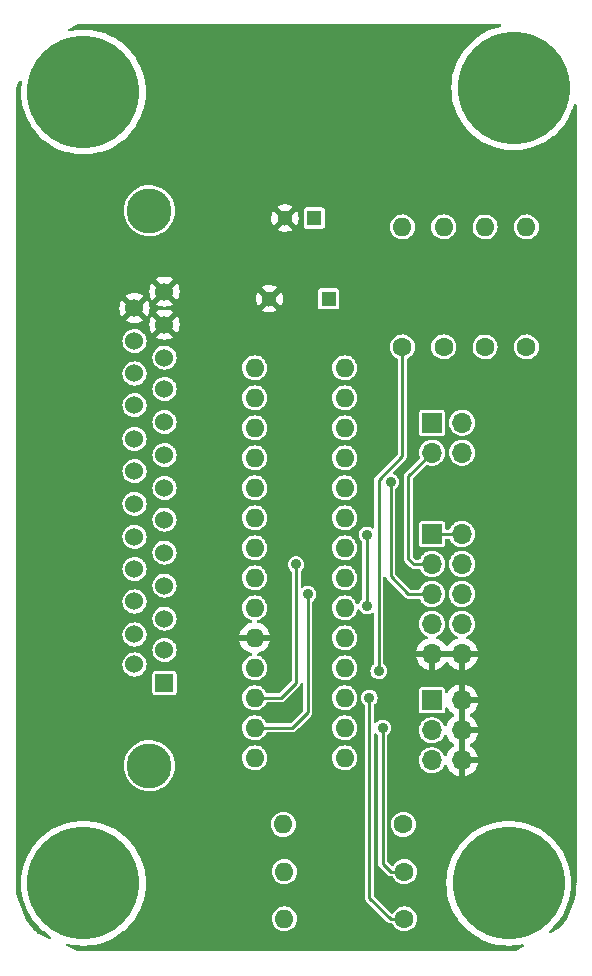
<source format=gbl>
%TF.GenerationSoftware,KiCad,Pcbnew,(6.0.1)*%
%TF.CreationDate,2022-06-02T14:42:02-04:00*%
%TF.ProjectId,I2CIO16-DB25,49324349-4f31-4362-9d44-4232352e6b69,X1*%
%TF.SameCoordinates,Original*%
%TF.FileFunction,Copper,L2,Bot*%
%TF.FilePolarity,Positive*%
%FSLAX46Y46*%
G04 Gerber Fmt 4.6, Leading zero omitted, Abs format (unit mm)*
G04 Created by KiCad (PCBNEW (6.0.1)) date 2022-06-02 14:42:02*
%MOMM*%
%LPD*%
G01*
G04 APERTURE LIST*
%TA.AperFunction,ComponentPad*%
%ADD10C,9.525000*%
%TD*%
%TA.AperFunction,ComponentPad*%
%ADD11R,1.300000X1.300000*%
%TD*%
%TA.AperFunction,ComponentPad*%
%ADD12C,1.300000*%
%TD*%
%TA.AperFunction,ComponentPad*%
%ADD13O,1.600000X1.600000*%
%TD*%
%TA.AperFunction,ComponentPad*%
%ADD14R,1.700000X1.700000*%
%TD*%
%TA.AperFunction,ComponentPad*%
%ADD15O,1.700000X1.700000*%
%TD*%
%TA.AperFunction,ComponentPad*%
%ADD16C,1.600000*%
%TD*%
%TA.AperFunction,ComponentPad*%
%ADD17C,3.810000*%
%TD*%
%TA.AperFunction,ComponentPad*%
%ADD18R,1.524000X1.524000*%
%TD*%
%TA.AperFunction,ComponentPad*%
%ADD19C,1.524000*%
%TD*%
%TA.AperFunction,ViaPad*%
%ADD20C,0.889000*%
%TD*%
%TA.AperFunction,Conductor*%
%ADD21C,0.254000*%
%TD*%
G04 APERTURE END LIST*
D10*
%TO.P,MTG4,1*%
%TO.N,N/C*%
X6000000Y-6000000D03*
%TD*%
%TO.P,MTG3,1*%
%TO.N,N/C*%
X42420000Y-5650000D03*
%TD*%
%TO.P,MTG2,1*%
%TO.N,N/C*%
X6000000Y-73000000D03*
%TD*%
%TO.P,MTG1,1*%
%TO.N,N/C*%
X42000000Y-73000000D03*
%TD*%
D11*
%TO.P,C2,1*%
%TO.N,/VCC*%
X26750000Y-23500000D03*
D12*
%TO.P,C2,2*%
%TO.N,GND*%
X21750000Y-23500000D03*
%TD*%
D13*
%TO.P,U1,1,GPB0*%
%TO.N,/G8*%
X20490000Y-29355000D03*
%TO.P,U1,2,GPB1*%
%TO.N,/G9*%
X20490000Y-31895000D03*
%TO.P,U1,3,GPB2*%
%TO.N,/G10*%
X20490000Y-34435000D03*
%TO.P,U1,4,GPB3*%
%TO.N,/G11*%
X20490000Y-36975000D03*
%TO.P,U1,5,GPB4*%
%TO.N,/G12*%
X20490000Y-39515000D03*
%TO.P,U1,6,GPB5*%
%TO.N,/G13*%
X20490000Y-42055000D03*
%TO.P,U1,7,GPB6*%
%TO.N,/G14*%
X20490000Y-44595000D03*
%TO.P,U1,8,GPB7*%
%TO.N,/G15*%
X20490000Y-47135000D03*
%TO.P,U1,9,VDD*%
%TO.N,/VCC*%
X20490000Y-49675000D03*
%TO.P,U1,10,VSS*%
%TO.N,GND*%
X20490000Y-52215000D03*
%TO.P,U1,11*%
%TO.N,N/C*%
X20490000Y-54755000D03*
%TO.P,U1,12,SCL*%
%TO.N,/SCL*%
X20490000Y-57295000D03*
%TO.P,U1,13,SDA*%
%TO.N,/SDA*%
X20490000Y-59835000D03*
%TO.P,U1,14*%
%TO.N,N/C*%
X20490000Y-62375000D03*
%TO.P,U1,15,A0*%
%TO.N,/A0*%
X28110000Y-62375000D03*
%TO.P,U1,16,A1*%
%TO.N,/A1*%
X28110000Y-59835000D03*
%TO.P,U1,17,A2*%
%TO.N,/A2*%
X28110000Y-57295000D03*
%TO.P,U1,18,~{RST}*%
%TO.N,/RST*%
X28110000Y-54755000D03*
%TO.P,U1,19,INTB*%
%TO.N,unconnected-(U1-Pad19)*%
X28110000Y-52215000D03*
%TO.P,U1,20,INTA*%
%TO.N,/IA*%
X28110000Y-49675000D03*
%TO.P,U1,21,GPA0*%
%TO.N,/G0*%
X28110000Y-47135000D03*
%TO.P,U1,22,GPA1*%
%TO.N,/G1*%
X28110000Y-44595000D03*
%TO.P,U1,23,GPA2*%
%TO.N,/G2*%
X28110000Y-42055000D03*
%TO.P,U1,24,GPS3*%
%TO.N,/G3*%
X28110000Y-39515000D03*
%TO.P,U1,25,GPA4*%
%TO.N,/G4*%
X28110000Y-36975000D03*
%TO.P,U1,26,GPA5*%
%TO.N,/G5*%
X28110000Y-34435000D03*
%TO.P,U1,27,GPA6*%
%TO.N,/G6*%
X28110000Y-31895000D03*
%TO.P,U1,28,GPA7*%
%TO.N,/G7*%
X28110000Y-29355000D03*
%TD*%
D14*
%TO.P,J3,1,Pin_1*%
%TO.N,/IA*%
X35500000Y-43425000D03*
D15*
%TO.P,J3,2,Pin_2*%
X38040000Y-43425000D03*
%TO.P,J3,3,Pin_3*%
%TO.N,/SCL*%
X35500000Y-45965000D03*
%TO.P,J3,4,Pin_4*%
X38040000Y-45965000D03*
%TO.P,J3,5,Pin_5*%
%TO.N,/SDA*%
X35500000Y-48505000D03*
%TO.P,J3,6,Pin_6*%
X38040000Y-48505000D03*
%TO.P,J3,7,Pin_7*%
%TO.N,/VCC*%
X35500000Y-51045000D03*
%TO.P,J3,8,Pin_8*%
X38040000Y-51045000D03*
%TO.P,J3,9,Pin_9*%
%TO.N,GND*%
X35500000Y-53585000D03*
%TO.P,J3,10,Pin_10*%
X38040000Y-53585000D03*
%TD*%
D16*
%TO.P,R2,1*%
%TO.N,Net-(R2-Pad1)*%
X36500000Y-27580000D03*
D13*
%TO.P,R2,2*%
%TO.N,/VCC*%
X36500000Y-17420000D03*
%TD*%
D16*
%TO.P,R3,1*%
%TO.N,Net-(R3-Pad1)*%
X40000000Y-27580000D03*
D13*
%TO.P,R3,2*%
%TO.N,/VCC*%
X40000000Y-17420000D03*
%TD*%
D16*
%TO.P,R4,1*%
%TO.N,/IA*%
X43500000Y-27580000D03*
D13*
%TO.P,R4,2*%
%TO.N,/VCC*%
X43500000Y-17420000D03*
%TD*%
D16*
%TO.P,R1,1*%
%TO.N,/RST*%
X33000000Y-27580000D03*
D13*
%TO.P,R1,2*%
%TO.N,/VCC*%
X33000000Y-17420000D03*
%TD*%
D16*
%TO.P,R7,1*%
%TO.N,/A2*%
X33175000Y-76000000D03*
D13*
%TO.P,R7,2*%
%TO.N,/VCC*%
X23015000Y-76000000D03*
%TD*%
D16*
%TO.P,R6,1*%
%TO.N,/A1*%
X33175000Y-72000000D03*
D13*
%TO.P,R6,2*%
%TO.N,/VCC*%
X23015000Y-72000000D03*
%TD*%
D14*
%TO.P,J2,1,Pin_1*%
%TO.N,Net-(R2-Pad1)*%
X35500000Y-34000000D03*
D15*
%TO.P,J2,2,Pin_2*%
%TO.N,Net-(R3-Pad1)*%
X38040000Y-34000000D03*
%TO.P,J2,3,Pin_3*%
%TO.N,/SCL*%
X35500000Y-36540000D03*
%TO.P,J2,4,Pin_4*%
%TO.N,/SDA*%
X38040000Y-36540000D03*
%TD*%
D11*
%TO.P,C1,1*%
%TO.N,/VCC*%
X25560000Y-16670000D03*
D12*
%TO.P,C1,2*%
%TO.N,GND*%
X23060000Y-16670000D03*
%TD*%
D14*
%TO.P,J4,1,Pin_1*%
%TO.N,/A2*%
X35500000Y-57500000D03*
D15*
%TO.P,J4,2,Pin_2*%
%TO.N,GND*%
X38040000Y-57500000D03*
%TO.P,J4,3,Pin_3*%
%TO.N,/A1*%
X35500000Y-60040000D03*
%TO.P,J4,4,Pin_4*%
%TO.N,GND*%
X38040000Y-60040000D03*
%TO.P,J4,5,Pin_5*%
%TO.N,/A0*%
X35500000Y-62580000D03*
%TO.P,J4,6,Pin_6*%
%TO.N,GND*%
X38040000Y-62580000D03*
%TD*%
D16*
%TO.P,R5,1*%
%TO.N,/A0*%
X33080000Y-68000000D03*
D13*
%TO.P,R5,2*%
%TO.N,/VCC*%
X22920000Y-68000000D03*
%TD*%
D17*
%TO.P,J1,*%
%TO.N,*%
X11590000Y-16035000D03*
X11590000Y-63025000D03*
D18*
%TO.P,J1,1,1*%
%TO.N,/VCC*%
X12860000Y-56040000D03*
D19*
%TO.P,J1,2,2*%
X12860000Y-53246000D03*
%TO.P,J1,3,3*%
%TO.N,/G0*%
X12860000Y-50579000D03*
%TO.P,J1,4,4*%
%TO.N,/G1*%
X12860000Y-47785000D03*
%TO.P,J1,5,5*%
%TO.N,/G2*%
X12860000Y-44991000D03*
%TO.P,J1,6,6*%
%TO.N,/G3*%
X12860000Y-42197000D03*
%TO.P,J1,7,7*%
%TO.N,/G4*%
X12860000Y-39530000D03*
%TO.P,J1,8,8*%
%TO.N,/G5*%
X12860000Y-36736000D03*
%TO.P,J1,9,9*%
%TO.N,/G6*%
X12860000Y-33942000D03*
%TO.P,J1,10,10*%
%TO.N,/G7*%
X12860000Y-31148000D03*
%TO.P,J1,11,11*%
%TO.N,unconnected-(J1-Pad11)*%
X12860000Y-28481000D03*
%TO.P,J1,12,12*%
%TO.N,GND*%
X12860000Y-25687000D03*
%TO.P,J1,13,13*%
X12860000Y-22893000D03*
%TO.P,J1,14,P14*%
%TO.N,/VCC*%
X10320000Y-54465200D03*
%TO.P,J1,15,P15*%
%TO.N,unconnected-(J1-Pad15)*%
X10320000Y-51925200D03*
%TO.P,J1,16,P16*%
%TO.N,/G15*%
X10320000Y-49131200D03*
%TO.P,J1,17,P17*%
%TO.N,/G14*%
X10320000Y-46388000D03*
%TO.P,J1,18,P18*%
%TO.N,/G13*%
X10320000Y-43644800D03*
%TO.P,J1,19,P19*%
%TO.N,/G12*%
X10320000Y-40850800D03*
%TO.P,J1,20,P20*%
%TO.N,/G11*%
X10320000Y-38107600D03*
%TO.P,J1,21,P21*%
%TO.N,/G10*%
X10320000Y-35364400D03*
%TO.P,J1,22,P22*%
%TO.N,/G9*%
X10320000Y-32519600D03*
%TO.P,J1,23,P23*%
%TO.N,/G8*%
X10320000Y-29827200D03*
%TO.P,J1,24,P24*%
%TO.N,unconnected-(J1-Pad24)*%
X10320000Y-27084000D03*
%TO.P,J1,25,P25*%
%TO.N,GND*%
X10320000Y-24290000D03*
%TD*%
D20*
%TO.N,/A1*%
X31335000Y-59835000D03*
%TO.N,/A2*%
X30205000Y-57295000D03*
%TO.N,/SCL*%
X24000000Y-46000000D03*
%TO.N,/SDA*%
X32000000Y-39000000D03*
X25000000Y-48500000D03*
%TO.N,/RST*%
X31000000Y-55000000D03*
%TO.N,/IA*%
X30000000Y-43500000D03*
X30000000Y-49500000D03*
%TD*%
D21*
%TO.N,/A1*%
X33175000Y-72000000D02*
X32000000Y-72000000D01*
X32000000Y-72000000D02*
X31335000Y-71335000D01*
X31335000Y-71335000D02*
X31335000Y-59835000D01*
%TO.N,/A2*%
X30205000Y-74205000D02*
X30205000Y-57295000D01*
X33175000Y-76000000D02*
X32000000Y-76000000D01*
X32000000Y-76000000D02*
X30205000Y-74205000D01*
%TO.N,/SCL*%
X20490000Y-57295000D02*
X22705000Y-57295000D01*
X35350000Y-45965000D02*
X33965000Y-45965000D01*
X22705000Y-57295000D02*
X24000000Y-56000000D01*
X33500000Y-45500000D02*
X33500000Y-38540000D01*
X24000000Y-56000000D02*
X24000000Y-46000000D01*
X33500000Y-38540000D02*
X35500000Y-36540000D01*
X33965000Y-45965000D02*
X33500000Y-45500000D01*
%TO.N,/SDA*%
X20490000Y-59835000D02*
X23665000Y-59835000D01*
X32000000Y-47000000D02*
X32000000Y-39000000D01*
X25000000Y-58500000D02*
X25000000Y-48500000D01*
X35350000Y-48505000D02*
X33505000Y-48505000D01*
X23665000Y-59835000D02*
X25000000Y-58500000D01*
X33505000Y-48505000D02*
X32000000Y-47000000D01*
%TO.N,/RST*%
X31000000Y-38833257D02*
X33000000Y-36833257D01*
X33000000Y-36833257D02*
X33000000Y-27580000D01*
X31000000Y-55000000D02*
X31000000Y-38833257D01*
%TO.N,/IA*%
X30000000Y-49500000D02*
X30000000Y-43500000D01*
X35350000Y-43425000D02*
X37890000Y-43425000D01*
%TD*%
%TA.AperFunction,Conductor*%
%TO.N,GND*%
G36*
X41324194Y-274002D02*
G01*
X41370687Y-327658D01*
X41380791Y-397932D01*
X41351297Y-462512D01*
X41291571Y-500896D01*
X41283346Y-503013D01*
X41054465Y-553754D01*
X41051840Y-554582D01*
X41051835Y-554583D01*
X40618122Y-691332D01*
X40618114Y-691335D01*
X40615494Y-692161D01*
X40190257Y-868300D01*
X39781989Y-1080831D01*
X39393798Y-1328136D01*
X39154853Y-1511485D01*
X39030806Y-1606669D01*
X39030800Y-1606674D01*
X39028638Y-1608333D01*
X38689289Y-1919289D01*
X38378333Y-2258638D01*
X38376674Y-2260800D01*
X38376669Y-2260806D01*
X38281485Y-2384853D01*
X38098136Y-2623798D01*
X37850831Y-3011989D01*
X37638300Y-3420257D01*
X37462161Y-3845494D01*
X37461335Y-3848114D01*
X37461332Y-3848122D01*
X37351806Y-4195494D01*
X37323754Y-4284465D01*
X37224133Y-4733828D01*
X37164055Y-5190164D01*
X37163935Y-5192913D01*
X37163934Y-5192924D01*
X37148653Y-5542924D01*
X37143978Y-5650000D01*
X37144098Y-5652748D01*
X37160352Y-6025017D01*
X37164055Y-6109836D01*
X37164416Y-6112575D01*
X37210134Y-6459836D01*
X37224133Y-6566172D01*
X37323754Y-7015535D01*
X37324582Y-7018160D01*
X37324583Y-7018165D01*
X37434938Y-7368165D01*
X37462161Y-7454506D01*
X37638300Y-7879743D01*
X37850831Y-8288011D01*
X38098136Y-8676202D01*
X38378333Y-9041362D01*
X38689289Y-9380711D01*
X39028638Y-9691667D01*
X39030800Y-9693326D01*
X39030806Y-9693331D01*
X39079521Y-9730711D01*
X39393798Y-9971864D01*
X39781989Y-10219169D01*
X40190257Y-10431700D01*
X40615494Y-10607839D01*
X40618114Y-10608665D01*
X40618122Y-10608668D01*
X41051835Y-10745417D01*
X41051840Y-10745418D01*
X41054465Y-10746246D01*
X41503828Y-10845867D01*
X41506548Y-10846225D01*
X41506553Y-10846226D01*
X41677423Y-10868721D01*
X41960164Y-10905945D01*
X41962913Y-10906065D01*
X41962924Y-10906066D01*
X42417252Y-10925902D01*
X42420000Y-10926022D01*
X42422748Y-10925902D01*
X42877076Y-10906066D01*
X42877087Y-10906065D01*
X42879836Y-10905945D01*
X43162577Y-10868721D01*
X43333447Y-10846226D01*
X43333452Y-10846225D01*
X43336172Y-10845867D01*
X43785535Y-10746246D01*
X43788160Y-10745418D01*
X43788165Y-10745417D01*
X44221878Y-10608668D01*
X44221886Y-10608665D01*
X44224506Y-10607839D01*
X44649743Y-10431700D01*
X45058011Y-10219169D01*
X45446202Y-9971864D01*
X45760479Y-9730711D01*
X45809194Y-9693331D01*
X45809200Y-9693326D01*
X45811362Y-9691667D01*
X46150711Y-9380711D01*
X46461667Y-9041362D01*
X46741864Y-8676202D01*
X46989169Y-8288011D01*
X47201700Y-7879743D01*
X47377839Y-7454506D01*
X47405063Y-7368165D01*
X47499832Y-7067594D01*
X47539392Y-7008641D01*
X47604545Y-6980434D01*
X47674605Y-6991930D01*
X47727328Y-7039478D01*
X47746000Y-7105483D01*
X47746000Y-72962575D01*
X47743579Y-72987153D01*
X47741024Y-73000000D01*
X47743445Y-73012172D01*
X47743445Y-73021195D01*
X47744594Y-73035786D01*
X47737155Y-73225125D01*
X47728481Y-73445876D01*
X47727705Y-73455739D01*
X47675838Y-73893962D01*
X47674290Y-73903733D01*
X47588203Y-74336524D01*
X47585893Y-74346145D01*
X47466115Y-74770845D01*
X47463058Y-74780254D01*
X47310325Y-75194256D01*
X47306540Y-75203393D01*
X47122727Y-75602116D01*
X47121794Y-75604140D01*
X47117302Y-75612955D01*
X46901693Y-75997952D01*
X46896524Y-76006388D01*
X46658278Y-76362949D01*
X46651364Y-76373296D01*
X46645555Y-76381292D01*
X46372360Y-76727839D01*
X46372359Y-76727840D01*
X46365937Y-76735360D01*
X46241163Y-76870339D01*
X46204994Y-76897503D01*
X45565689Y-77217155D01*
X45495817Y-77229729D01*
X45430237Y-77202530D01*
X45389772Y-77144194D01*
X45387270Y-77073241D01*
X45424218Y-77011560D01*
X45728691Y-76732562D01*
X45730711Y-76730711D01*
X46041667Y-76391362D01*
X46049235Y-76381500D01*
X46164349Y-76231479D01*
X46321864Y-76026202D01*
X46569169Y-75638011D01*
X46781700Y-75229743D01*
X46957839Y-74804506D01*
X46966950Y-74775612D01*
X47095417Y-74368165D01*
X47095418Y-74368160D01*
X47096246Y-74365535D01*
X47195867Y-73916172D01*
X47198145Y-73898873D01*
X47255584Y-73462575D01*
X47255945Y-73459836D01*
X47256339Y-73450826D01*
X47275902Y-73002748D01*
X47276022Y-73000000D01*
X47264287Y-72731230D01*
X47256066Y-72542924D01*
X47256065Y-72542913D01*
X47255945Y-72540164D01*
X47195867Y-72083828D01*
X47096246Y-71634465D01*
X47091212Y-71618500D01*
X46958668Y-71198122D01*
X46958665Y-71198114D01*
X46957839Y-71195494D01*
X46781700Y-70770257D01*
X46569169Y-70361989D01*
X46321864Y-69973798D01*
X46041667Y-69608638D01*
X45730711Y-69269289D01*
X45391362Y-68958333D01*
X45389200Y-68956674D01*
X45389194Y-68956669D01*
X45265147Y-68861485D01*
X45026202Y-68678136D01*
X44638011Y-68430831D01*
X44229743Y-68218300D01*
X43804506Y-68042161D01*
X43801886Y-68041335D01*
X43801878Y-68041332D01*
X43368165Y-67904583D01*
X43368160Y-67904582D01*
X43365535Y-67903754D01*
X42916172Y-67804133D01*
X42913452Y-67803775D01*
X42913447Y-67803774D01*
X42730555Y-67779696D01*
X42459836Y-67744055D01*
X42457087Y-67743935D01*
X42457076Y-67743934D01*
X42002748Y-67724098D01*
X42000000Y-67723978D01*
X41997252Y-67724098D01*
X41542924Y-67743934D01*
X41542913Y-67743935D01*
X41540164Y-67744055D01*
X41269445Y-67779696D01*
X41086553Y-67803774D01*
X41086548Y-67803775D01*
X41083828Y-67804133D01*
X40634465Y-67903754D01*
X40631840Y-67904582D01*
X40631835Y-67904583D01*
X40198122Y-68041332D01*
X40198114Y-68041335D01*
X40195494Y-68042161D01*
X39770257Y-68218300D01*
X39361989Y-68430831D01*
X38973798Y-68678136D01*
X38734853Y-68861485D01*
X38610806Y-68956669D01*
X38610800Y-68956674D01*
X38608638Y-68958333D01*
X38269289Y-69269289D01*
X37958333Y-69608638D01*
X37678136Y-69973798D01*
X37430831Y-70361989D01*
X37218300Y-70770257D01*
X37042161Y-71195494D01*
X37041335Y-71198114D01*
X37041332Y-71198122D01*
X36908788Y-71618500D01*
X36903754Y-71634465D01*
X36804133Y-72083828D01*
X36744055Y-72540164D01*
X36743935Y-72542913D01*
X36743934Y-72542924D01*
X36735713Y-72731230D01*
X36723978Y-73000000D01*
X36724098Y-73002748D01*
X36743662Y-73450826D01*
X36744055Y-73459836D01*
X36744416Y-73462575D01*
X36801856Y-73898873D01*
X36804133Y-73916172D01*
X36903754Y-74365535D01*
X36904582Y-74368160D01*
X36904583Y-74368165D01*
X37033051Y-74775612D01*
X37042161Y-74804506D01*
X37218300Y-75229743D01*
X37430831Y-75638011D01*
X37678136Y-76026202D01*
X37835651Y-76231479D01*
X37950766Y-76381500D01*
X37958333Y-76391362D01*
X38269289Y-76730711D01*
X38271309Y-76732562D01*
X38279487Y-76740056D01*
X38608638Y-77041667D01*
X38610800Y-77043326D01*
X38610806Y-77043331D01*
X38649786Y-77073241D01*
X38973798Y-77321864D01*
X39361989Y-77569169D01*
X39770257Y-77781700D01*
X40195494Y-77957839D01*
X40198114Y-77958665D01*
X40198122Y-77958668D01*
X40631835Y-78095417D01*
X40631840Y-78095418D01*
X40634465Y-78096246D01*
X41083828Y-78195867D01*
X41086548Y-78196225D01*
X41086553Y-78196226D01*
X41257423Y-78218721D01*
X41540164Y-78255945D01*
X41542913Y-78256065D01*
X41542924Y-78256066D01*
X41997252Y-78275902D01*
X42000000Y-78276022D01*
X42002748Y-78275902D01*
X42457076Y-78256066D01*
X42457087Y-78256065D01*
X42459836Y-78255945D01*
X42742577Y-78218721D01*
X42913447Y-78196226D01*
X42913452Y-78196225D01*
X42916172Y-78195867D01*
X43162399Y-78141280D01*
X43233233Y-78146064D01*
X43290237Y-78188384D01*
X43315311Y-78254806D01*
X43300495Y-78324239D01*
X43246018Y-78376991D01*
X42591827Y-78704087D01*
X42550290Y-78716515D01*
X42522998Y-78719745D01*
X42455738Y-78727705D01*
X42445876Y-78728481D01*
X42225125Y-78737155D01*
X42035786Y-78744594D01*
X42021195Y-78743445D01*
X42012172Y-78743445D01*
X42000000Y-78741024D01*
X41987153Y-78743579D01*
X41962575Y-78746000D01*
X6037425Y-78746000D01*
X6012847Y-78743579D01*
X6000000Y-78741024D01*
X5987828Y-78743445D01*
X5978805Y-78743445D01*
X5964214Y-78744594D01*
X5774875Y-78737155D01*
X5554124Y-78728481D01*
X5544262Y-78727705D01*
X5461063Y-78717858D01*
X5425596Y-78708266D01*
X4578196Y-78339511D01*
X4523714Y-78293989D01*
X4502492Y-78226238D01*
X4521268Y-78157769D01*
X4574080Y-78110321D01*
X4644162Y-78098957D01*
X4655739Y-78100962D01*
X5083828Y-78195867D01*
X5086548Y-78196225D01*
X5086553Y-78196226D01*
X5257423Y-78218721D01*
X5540164Y-78255945D01*
X5542913Y-78256065D01*
X5542924Y-78256066D01*
X5997252Y-78275902D01*
X6000000Y-78276022D01*
X6002748Y-78275902D01*
X6457076Y-78256066D01*
X6457087Y-78256065D01*
X6459836Y-78255945D01*
X6742577Y-78218721D01*
X6913447Y-78196226D01*
X6913452Y-78196225D01*
X6916172Y-78195867D01*
X7365535Y-78096246D01*
X7368160Y-78095418D01*
X7368165Y-78095417D01*
X7801878Y-77958668D01*
X7801886Y-77958665D01*
X7804506Y-77957839D01*
X8229743Y-77781700D01*
X8638011Y-77569169D01*
X9026202Y-77321864D01*
X9350214Y-77073241D01*
X9389194Y-77043331D01*
X9389200Y-77043326D01*
X9391362Y-77041667D01*
X9720513Y-76740056D01*
X9728691Y-76732562D01*
X9730711Y-76730711D01*
X10041667Y-76391362D01*
X10049235Y-76381500D01*
X10164349Y-76231479D01*
X10321864Y-76026202D01*
X10347981Y-75985206D01*
X21955501Y-75985206D01*
X21956571Y-75997952D01*
X21965149Y-76100091D01*
X21972806Y-76191278D01*
X22029807Y-76390066D01*
X22032625Y-76395548D01*
X22032626Y-76395552D01*
X22121514Y-76568509D01*
X22121517Y-76568513D01*
X22124334Y-76573995D01*
X22252786Y-76736061D01*
X22410271Y-76870091D01*
X22590789Y-76970980D01*
X22787466Y-77034884D01*
X22992809Y-77059370D01*
X22998944Y-77058898D01*
X22998946Y-77058898D01*
X23192856Y-77043977D01*
X23192860Y-77043976D01*
X23198998Y-77043504D01*
X23398178Y-76987892D01*
X23403682Y-76985112D01*
X23403684Y-76985111D01*
X23577262Y-76897431D01*
X23577264Y-76897430D01*
X23582763Y-76894652D01*
X23745722Y-76767334D01*
X23749748Y-76762670D01*
X23749751Y-76762667D01*
X23876819Y-76615457D01*
X23876820Y-76615455D01*
X23880848Y-76610789D01*
X23982995Y-76430979D01*
X24024840Y-76305188D01*
X24046325Y-76240601D01*
X24046326Y-76240598D01*
X24048270Y-76234753D01*
X24074189Y-76029586D01*
X24074602Y-76000000D01*
X24054422Y-75794189D01*
X23994651Y-75596217D01*
X23897565Y-75413625D01*
X23893674Y-75408855D01*
X23893672Y-75408851D01*
X23770758Y-75258143D01*
X23770755Y-75258140D01*
X23766863Y-75253368D01*
X23759966Y-75247662D01*
X23612271Y-75125478D01*
X23612266Y-75125475D01*
X23607522Y-75121550D01*
X23602103Y-75118620D01*
X23602100Y-75118618D01*
X23431032Y-75026122D01*
X23431027Y-75026120D01*
X23425612Y-75023192D01*
X23228063Y-74962040D01*
X23221938Y-74961396D01*
X23221937Y-74961396D01*
X23028526Y-74941068D01*
X23028524Y-74941068D01*
X23022397Y-74940424D01*
X22896229Y-74951906D01*
X22822591Y-74958607D01*
X22822590Y-74958607D01*
X22816450Y-74959166D01*
X22618066Y-75017554D01*
X22612601Y-75020411D01*
X22440261Y-75110508D01*
X22440257Y-75110511D01*
X22434801Y-75113363D01*
X22273635Y-75242943D01*
X22140708Y-75401360D01*
X22041082Y-75582578D01*
X21978553Y-75779696D01*
X21955501Y-75985206D01*
X10347981Y-75985206D01*
X10569169Y-75638011D01*
X10781700Y-75229743D01*
X10957839Y-74804506D01*
X10966950Y-74775612D01*
X11095417Y-74368165D01*
X11095418Y-74368160D01*
X11096246Y-74365535D01*
X11195867Y-73916172D01*
X11198145Y-73898873D01*
X11255584Y-73462575D01*
X11255945Y-73459836D01*
X11256339Y-73450826D01*
X11275902Y-73002748D01*
X11276022Y-73000000D01*
X11264287Y-72731230D01*
X11256066Y-72542924D01*
X11256065Y-72542913D01*
X11255945Y-72540164D01*
X11195867Y-72083828D01*
X11174003Y-71985206D01*
X21955501Y-71985206D01*
X21972806Y-72191278D01*
X22029807Y-72390066D01*
X22032625Y-72395548D01*
X22032626Y-72395552D01*
X22121514Y-72568509D01*
X22121517Y-72568513D01*
X22124334Y-72573995D01*
X22252786Y-72736061D01*
X22410271Y-72870091D01*
X22590789Y-72970980D01*
X22787466Y-73034884D01*
X22992809Y-73059370D01*
X22998944Y-73058898D01*
X22998946Y-73058898D01*
X23192856Y-73043977D01*
X23192860Y-73043976D01*
X23198998Y-73043504D01*
X23398178Y-72987892D01*
X23403682Y-72985112D01*
X23403684Y-72985111D01*
X23577262Y-72897431D01*
X23577264Y-72897430D01*
X23582763Y-72894652D01*
X23745722Y-72767334D01*
X23749748Y-72762670D01*
X23749751Y-72762667D01*
X23876819Y-72615457D01*
X23876820Y-72615455D01*
X23880848Y-72610789D01*
X23982995Y-72430979D01*
X24031487Y-72285206D01*
X24046325Y-72240601D01*
X24046326Y-72240598D01*
X24048270Y-72234753D01*
X24074189Y-72029586D01*
X24074602Y-72000000D01*
X24054422Y-71794189D01*
X23994651Y-71596217D01*
X23897565Y-71413625D01*
X23893674Y-71408855D01*
X23893672Y-71408851D01*
X23770758Y-71258143D01*
X23770755Y-71258140D01*
X23766863Y-71253368D01*
X23759966Y-71247662D01*
X23612271Y-71125478D01*
X23612266Y-71125475D01*
X23607522Y-71121550D01*
X23602103Y-71118620D01*
X23602100Y-71118618D01*
X23431032Y-71026122D01*
X23431027Y-71026120D01*
X23425612Y-71023192D01*
X23228063Y-70962040D01*
X23221938Y-70961396D01*
X23221937Y-70961396D01*
X23028526Y-70941068D01*
X23028524Y-70941068D01*
X23022397Y-70940424D01*
X22896229Y-70951906D01*
X22822591Y-70958607D01*
X22822590Y-70958607D01*
X22816450Y-70959166D01*
X22618066Y-71017554D01*
X22612601Y-71020411D01*
X22440261Y-71110508D01*
X22440257Y-71110511D01*
X22434801Y-71113363D01*
X22430001Y-71117223D01*
X22430000Y-71117223D01*
X22419733Y-71125478D01*
X22273635Y-71242943D01*
X22140708Y-71401360D01*
X22041082Y-71582578D01*
X21978553Y-71779696D01*
X21955501Y-71985206D01*
X11174003Y-71985206D01*
X11096246Y-71634465D01*
X11091212Y-71618500D01*
X10958668Y-71198122D01*
X10958665Y-71198114D01*
X10957839Y-71195494D01*
X10781700Y-70770257D01*
X10569169Y-70361989D01*
X10321864Y-69973798D01*
X10041667Y-69608638D01*
X9730711Y-69269289D01*
X9391362Y-68958333D01*
X9389200Y-68956674D01*
X9389194Y-68956669D01*
X9265147Y-68861485D01*
X9026202Y-68678136D01*
X8638011Y-68430831D01*
X8229743Y-68218300D01*
X7804506Y-68042161D01*
X7801886Y-68041335D01*
X7801878Y-68041332D01*
X7623869Y-67985206D01*
X21860501Y-67985206D01*
X21877806Y-68191278D01*
X21934807Y-68390066D01*
X21937625Y-68395548D01*
X21937626Y-68395552D01*
X22026514Y-68568509D01*
X22026517Y-68568513D01*
X22029334Y-68573995D01*
X22157786Y-68736061D01*
X22315271Y-68870091D01*
X22495789Y-68970980D01*
X22692466Y-69034884D01*
X22897809Y-69059370D01*
X22903944Y-69058898D01*
X22903946Y-69058898D01*
X23097856Y-69043977D01*
X23097860Y-69043976D01*
X23103998Y-69043504D01*
X23303178Y-68987892D01*
X23308682Y-68985112D01*
X23308684Y-68985111D01*
X23482262Y-68897431D01*
X23482264Y-68897430D01*
X23487763Y-68894652D01*
X23650722Y-68767334D01*
X23654748Y-68762670D01*
X23654751Y-68762667D01*
X23781819Y-68615457D01*
X23781820Y-68615455D01*
X23785848Y-68610789D01*
X23887995Y-68430979D01*
X23953270Y-68234753D01*
X23979189Y-68029586D01*
X23979602Y-68000000D01*
X23959422Y-67794189D01*
X23899651Y-67596217D01*
X23802565Y-67413625D01*
X23798674Y-67408855D01*
X23798672Y-67408851D01*
X23675758Y-67258143D01*
X23675755Y-67258140D01*
X23671863Y-67253368D01*
X23664966Y-67247662D01*
X23517271Y-67125478D01*
X23517266Y-67125475D01*
X23512522Y-67121550D01*
X23507103Y-67118620D01*
X23507100Y-67118618D01*
X23336032Y-67026122D01*
X23336027Y-67026120D01*
X23330612Y-67023192D01*
X23133063Y-66962040D01*
X23126938Y-66961396D01*
X23126937Y-66961396D01*
X22933526Y-66941068D01*
X22933524Y-66941068D01*
X22927397Y-66940424D01*
X22801229Y-66951906D01*
X22727591Y-66958607D01*
X22727590Y-66958607D01*
X22721450Y-66959166D01*
X22523066Y-67017554D01*
X22517601Y-67020411D01*
X22345261Y-67110508D01*
X22345257Y-67110511D01*
X22339801Y-67113363D01*
X22178635Y-67242943D01*
X22045708Y-67401360D01*
X21946082Y-67582578D01*
X21883553Y-67779696D01*
X21860501Y-67985206D01*
X7623869Y-67985206D01*
X7368165Y-67904583D01*
X7368160Y-67904582D01*
X7365535Y-67903754D01*
X6916172Y-67804133D01*
X6913452Y-67803775D01*
X6913447Y-67803774D01*
X6730555Y-67779696D01*
X6459836Y-67744055D01*
X6457087Y-67743935D01*
X6457076Y-67743934D01*
X6002748Y-67724098D01*
X6000000Y-67723978D01*
X5997252Y-67724098D01*
X5542924Y-67743934D01*
X5542913Y-67743935D01*
X5540164Y-67744055D01*
X5269445Y-67779696D01*
X5086553Y-67803774D01*
X5086548Y-67803775D01*
X5083828Y-67804133D01*
X4634465Y-67903754D01*
X4631840Y-67904582D01*
X4631835Y-67904583D01*
X4198122Y-68041332D01*
X4198114Y-68041335D01*
X4195494Y-68042161D01*
X3770257Y-68218300D01*
X3361989Y-68430831D01*
X2973798Y-68678136D01*
X2734853Y-68861485D01*
X2610806Y-68956669D01*
X2610800Y-68956674D01*
X2608638Y-68958333D01*
X2269289Y-69269289D01*
X1958333Y-69608638D01*
X1678136Y-69973798D01*
X1430831Y-70361989D01*
X1218300Y-70770257D01*
X1042161Y-71195494D01*
X1041335Y-71198114D01*
X1041332Y-71198122D01*
X908788Y-71618500D01*
X903754Y-71634465D01*
X804133Y-72083828D01*
X744055Y-72540164D01*
X743935Y-72542913D01*
X743934Y-72542924D01*
X735713Y-72731230D01*
X723978Y-73000000D01*
X724098Y-73002748D01*
X743662Y-73450826D01*
X744055Y-73459836D01*
X744416Y-73462575D01*
X801856Y-73898873D01*
X804133Y-73916172D01*
X903754Y-74365535D01*
X904582Y-74368160D01*
X904583Y-74368165D01*
X1033051Y-74775612D01*
X1042161Y-74804506D01*
X1218300Y-75229743D01*
X1430831Y-75638011D01*
X1678136Y-76026202D01*
X1835651Y-76231479D01*
X1950766Y-76381500D01*
X1958333Y-76391362D01*
X2269289Y-76730711D01*
X2271309Y-76732562D01*
X2279487Y-76740056D01*
X2608638Y-77041667D01*
X2610800Y-77043326D01*
X2610806Y-77043331D01*
X2649786Y-77073241D01*
X2973798Y-77321864D01*
X2976115Y-77323340D01*
X3203284Y-77468063D01*
X3249989Y-77521534D01*
X3260372Y-77591767D01*
X3231135Y-77656464D01*
X3171561Y-77695084D01*
X3100565Y-77695366D01*
X3085319Y-77689869D01*
X2216364Y-77311733D01*
X2181113Y-77288725D01*
X2103689Y-77217155D01*
X1940588Y-77066386D01*
X1933614Y-77059412D01*
X1754916Y-76866098D01*
X1634066Y-76735362D01*
X1627641Y-76727839D01*
X1370377Y-76401502D01*
X1354445Y-76381292D01*
X1348636Y-76373296D01*
X1341723Y-76362949D01*
X1166085Y-76100089D01*
X1152876Y-76074335D01*
X324412Y-73865098D01*
X317262Y-73835666D01*
X272295Y-73455739D01*
X271519Y-73445876D01*
X262845Y-73225125D01*
X255406Y-73035786D01*
X256555Y-73021195D01*
X256555Y-73012172D01*
X258976Y-73000000D01*
X256421Y-72987153D01*
X254000Y-72962575D01*
X254000Y-63002333D01*
X9425573Y-63002333D01*
X9442522Y-63296290D01*
X9443347Y-63300495D01*
X9443348Y-63300503D01*
X9456597Y-63368031D01*
X9499209Y-63585226D01*
X9500596Y-63589276D01*
X9500597Y-63589281D01*
X9589927Y-63850191D01*
X9594585Y-63863795D01*
X9726884Y-64126844D01*
X9729310Y-64130373D01*
X9729313Y-64130379D01*
X9843310Y-64296245D01*
X9893659Y-64369503D01*
X10091824Y-64587283D01*
X10317712Y-64776154D01*
X10321353Y-64778438D01*
X10563502Y-64930339D01*
X10563506Y-64930341D01*
X10567142Y-64932622D01*
X10835500Y-65053790D01*
X10839619Y-65055010D01*
X11113706Y-65136199D01*
X11113711Y-65136200D01*
X11117819Y-65137417D01*
X11122053Y-65138065D01*
X11122058Y-65138066D01*
X11379396Y-65177444D01*
X11408875Y-65181955D01*
X11558772Y-65184310D01*
X11698993Y-65186513D01*
X11698999Y-65186513D01*
X11703284Y-65186580D01*
X11995595Y-65151206D01*
X12280402Y-65076488D01*
X12552433Y-64963809D01*
X12602782Y-64934388D01*
X12802957Y-64817415D01*
X12802958Y-64817415D01*
X12806655Y-64815254D01*
X12810015Y-64812620D01*
X12810023Y-64812614D01*
X13034992Y-64636215D01*
X13038364Y-64633571D01*
X13243272Y-64422123D01*
X13245805Y-64418675D01*
X13245809Y-64418670D01*
X13415049Y-64188277D01*
X13417587Y-64184822D01*
X13449066Y-64126844D01*
X13556033Y-63929835D01*
X13556034Y-63929833D01*
X13558083Y-63926059D01*
X13662162Y-63650623D01*
X13724054Y-63380388D01*
X13726940Y-63367789D01*
X13726940Y-63367787D01*
X13727897Y-63363610D01*
X13743426Y-63189603D01*
X13753851Y-63072799D01*
X13753851Y-63072792D01*
X13754071Y-63070331D01*
X13754546Y-63025000D01*
X13754252Y-63020685D01*
X13734811Y-62735514D01*
X13734810Y-62735508D01*
X13734519Y-62731237D01*
X13674810Y-62442911D01*
X13645523Y-62360206D01*
X19430501Y-62360206D01*
X19447806Y-62566278D01*
X19504807Y-62765066D01*
X19507625Y-62770548D01*
X19507626Y-62770552D01*
X19596514Y-62943509D01*
X19596517Y-62943513D01*
X19599334Y-62948995D01*
X19727786Y-63111061D01*
X19732479Y-63115055D01*
X19732480Y-63115056D01*
X19836086Y-63203231D01*
X19885271Y-63245091D01*
X20065789Y-63345980D01*
X20262466Y-63409884D01*
X20467809Y-63434370D01*
X20473944Y-63433898D01*
X20473946Y-63433898D01*
X20667856Y-63418977D01*
X20667860Y-63418976D01*
X20673998Y-63418504D01*
X20873178Y-63362892D01*
X20878682Y-63360112D01*
X20878684Y-63360111D01*
X21052262Y-63272431D01*
X21052264Y-63272430D01*
X21057763Y-63269652D01*
X21220722Y-63142334D01*
X21224748Y-63137670D01*
X21224751Y-63137667D01*
X21351819Y-62990457D01*
X21351820Y-62990455D01*
X21355848Y-62985789D01*
X21431873Y-62851962D01*
X21454950Y-62811340D01*
X21454952Y-62811336D01*
X21457995Y-62805979D01*
X21523270Y-62609753D01*
X21549189Y-62404586D01*
X21549602Y-62375000D01*
X21548151Y-62360206D01*
X27050501Y-62360206D01*
X27067806Y-62566278D01*
X27124807Y-62765066D01*
X27127625Y-62770548D01*
X27127626Y-62770552D01*
X27216514Y-62943509D01*
X27216517Y-62943513D01*
X27219334Y-62948995D01*
X27347786Y-63111061D01*
X27352479Y-63115055D01*
X27352480Y-63115056D01*
X27456086Y-63203231D01*
X27505271Y-63245091D01*
X27685789Y-63345980D01*
X27882466Y-63409884D01*
X28087809Y-63434370D01*
X28093944Y-63433898D01*
X28093946Y-63433898D01*
X28287856Y-63418977D01*
X28287860Y-63418976D01*
X28293998Y-63418504D01*
X28493178Y-63362892D01*
X28498682Y-63360112D01*
X28498684Y-63360111D01*
X28672262Y-63272431D01*
X28672264Y-63272430D01*
X28677763Y-63269652D01*
X28840722Y-63142334D01*
X28844748Y-63137670D01*
X28844751Y-63137667D01*
X28971819Y-62990457D01*
X28971820Y-62990455D01*
X28975848Y-62985789D01*
X29051873Y-62851962D01*
X29074950Y-62811340D01*
X29074952Y-62811336D01*
X29077995Y-62805979D01*
X29143270Y-62609753D01*
X29169189Y-62404586D01*
X29169602Y-62375000D01*
X29149422Y-62169189D01*
X29089651Y-61971217D01*
X29041108Y-61879921D01*
X28995459Y-61794067D01*
X28995457Y-61794064D01*
X28992565Y-61788625D01*
X28988674Y-61783855D01*
X28988672Y-61783851D01*
X28865758Y-61633143D01*
X28865755Y-61633140D01*
X28861863Y-61628368D01*
X28854966Y-61622662D01*
X28707271Y-61500478D01*
X28707266Y-61500475D01*
X28702522Y-61496550D01*
X28697103Y-61493620D01*
X28697100Y-61493618D01*
X28526032Y-61401122D01*
X28526027Y-61401120D01*
X28520612Y-61398192D01*
X28323063Y-61337040D01*
X28316938Y-61336396D01*
X28316937Y-61336396D01*
X28123526Y-61316068D01*
X28123524Y-61316068D01*
X28117397Y-61315424D01*
X27991229Y-61326906D01*
X27917591Y-61333607D01*
X27917590Y-61333607D01*
X27911450Y-61334166D01*
X27713066Y-61392554D01*
X27707601Y-61395411D01*
X27535261Y-61485508D01*
X27535257Y-61485511D01*
X27529801Y-61488363D01*
X27525001Y-61492223D01*
X27525000Y-61492223D01*
X27504676Y-61508564D01*
X27368635Y-61617943D01*
X27235708Y-61776360D01*
X27136082Y-61957578D01*
X27073553Y-62154696D01*
X27072867Y-62160813D01*
X27072866Y-62160817D01*
X27054660Y-62323124D01*
X27050501Y-62360206D01*
X21548151Y-62360206D01*
X21529422Y-62169189D01*
X21469651Y-61971217D01*
X21421108Y-61879921D01*
X21375459Y-61794067D01*
X21375457Y-61794064D01*
X21372565Y-61788625D01*
X21368674Y-61783855D01*
X21368672Y-61783851D01*
X21245758Y-61633143D01*
X21245755Y-61633140D01*
X21241863Y-61628368D01*
X21234966Y-61622662D01*
X21087271Y-61500478D01*
X21087266Y-61500475D01*
X21082522Y-61496550D01*
X21077103Y-61493620D01*
X21077100Y-61493618D01*
X20906032Y-61401122D01*
X20906027Y-61401120D01*
X20900612Y-61398192D01*
X20703063Y-61337040D01*
X20696938Y-61336396D01*
X20696937Y-61336396D01*
X20503526Y-61316068D01*
X20503524Y-61316068D01*
X20497397Y-61315424D01*
X20371229Y-61326906D01*
X20297591Y-61333607D01*
X20297590Y-61333607D01*
X20291450Y-61334166D01*
X20093066Y-61392554D01*
X20087601Y-61395411D01*
X19915261Y-61485508D01*
X19915257Y-61485511D01*
X19909801Y-61488363D01*
X19905001Y-61492223D01*
X19905000Y-61492223D01*
X19884676Y-61508564D01*
X19748635Y-61617943D01*
X19615708Y-61776360D01*
X19516082Y-61957578D01*
X19453553Y-62154696D01*
X19452867Y-62160813D01*
X19452866Y-62160817D01*
X19434660Y-62323124D01*
X19430501Y-62360206D01*
X13645523Y-62360206D01*
X13576522Y-62165355D01*
X13441475Y-61903707D01*
X13272168Y-61662807D01*
X13099290Y-61476768D01*
X13074655Y-61450257D01*
X13074652Y-61450254D01*
X13071734Y-61447114D01*
X13068419Y-61444400D01*
X13068415Y-61444397D01*
X12847199Y-61263334D01*
X12843881Y-61260618D01*
X12592826Y-61106772D01*
X12568782Y-61096217D01*
X12376024Y-61011602D01*
X12323214Y-60988420D01*
X12040034Y-60907755D01*
X11748527Y-60866267D01*
X11593376Y-60865454D01*
X11458373Y-60864747D01*
X11458366Y-60864747D01*
X11454087Y-60864725D01*
X11449843Y-60865284D01*
X11449839Y-60865284D01*
X11349426Y-60878504D01*
X11162162Y-60903158D01*
X11158022Y-60904291D01*
X11158020Y-60904291D01*
X11104381Y-60918965D01*
X10878153Y-60980854D01*
X10607317Y-61096375D01*
X10512844Y-61152916D01*
X10358346Y-61245381D01*
X10358342Y-61245384D01*
X10354664Y-61247585D01*
X10124871Y-61431684D01*
X10121927Y-61434786D01*
X10121923Y-61434790D01*
X10050016Y-61510565D01*
X9922189Y-61645266D01*
X9750368Y-61884380D01*
X9612589Y-62144600D01*
X9611117Y-62148623D01*
X9611115Y-62148627D01*
X9518737Y-62401062D01*
X9511400Y-62421111D01*
X9448675Y-62708797D01*
X9443815Y-62770552D01*
X9429391Y-62953827D01*
X9425573Y-63002333D01*
X254000Y-63002333D01*
X254000Y-59820206D01*
X19430501Y-59820206D01*
X19432982Y-59849746D01*
X19446416Y-60009721D01*
X19447806Y-60026278D01*
X19504807Y-60225066D01*
X19507625Y-60230548D01*
X19507626Y-60230552D01*
X19596514Y-60403509D01*
X19596517Y-60403513D01*
X19599334Y-60408995D01*
X19727786Y-60571061D01*
X19732479Y-60575055D01*
X19732480Y-60575056D01*
X19836086Y-60663231D01*
X19885271Y-60705091D01*
X20065789Y-60805980D01*
X20262466Y-60869884D01*
X20467809Y-60894370D01*
X20473944Y-60893898D01*
X20473946Y-60893898D01*
X20667856Y-60878977D01*
X20667860Y-60878976D01*
X20673998Y-60878504D01*
X20873178Y-60822892D01*
X20878682Y-60820112D01*
X20878684Y-60820111D01*
X21052262Y-60732431D01*
X21052264Y-60732430D01*
X21057763Y-60729652D01*
X21220722Y-60602334D01*
X21224748Y-60597670D01*
X21224751Y-60597667D01*
X21351819Y-60450457D01*
X21351820Y-60450455D01*
X21355848Y-60445789D01*
X21431873Y-60311962D01*
X21449881Y-60280263D01*
X21500921Y-60230912D01*
X21559437Y-60216500D01*
X23610865Y-60216500D01*
X23635164Y-60219086D01*
X23636602Y-60219154D01*
X23646780Y-60221345D01*
X23680341Y-60217373D01*
X23686320Y-60217021D01*
X23686312Y-60216928D01*
X23691490Y-60216500D01*
X23696692Y-60216500D01*
X23715846Y-60213312D01*
X23721704Y-60212478D01*
X23738318Y-60210512D01*
X23762567Y-60207642D01*
X23762568Y-60207642D01*
X23772907Y-60206418D01*
X23781206Y-60202433D01*
X23790283Y-60200922D01*
X23835651Y-60176442D01*
X23840914Y-60173761D01*
X23880250Y-60154873D01*
X23880254Y-60154870D01*
X23887398Y-60151440D01*
X23891692Y-60147830D01*
X23893624Y-60145898D01*
X23895573Y-60144111D01*
X23895626Y-60144082D01*
X23895745Y-60144212D01*
X23896313Y-60143711D01*
X23902057Y-60140612D01*
X23938867Y-60100791D01*
X23942296Y-60097226D01*
X24219316Y-59820206D01*
X27050501Y-59820206D01*
X27052982Y-59849746D01*
X27066416Y-60009721D01*
X27067806Y-60026278D01*
X27124807Y-60225066D01*
X27127625Y-60230548D01*
X27127626Y-60230552D01*
X27216514Y-60403509D01*
X27216517Y-60403513D01*
X27219334Y-60408995D01*
X27347786Y-60571061D01*
X27352479Y-60575055D01*
X27352480Y-60575056D01*
X27456086Y-60663231D01*
X27505271Y-60705091D01*
X27685789Y-60805980D01*
X27882466Y-60869884D01*
X28087809Y-60894370D01*
X28093944Y-60893898D01*
X28093946Y-60893898D01*
X28287856Y-60878977D01*
X28287860Y-60878976D01*
X28293998Y-60878504D01*
X28493178Y-60822892D01*
X28498682Y-60820112D01*
X28498684Y-60820111D01*
X28672262Y-60732431D01*
X28672264Y-60732430D01*
X28677763Y-60729652D01*
X28840722Y-60602334D01*
X28844748Y-60597670D01*
X28844751Y-60597667D01*
X28971819Y-60450457D01*
X28971820Y-60450455D01*
X28975848Y-60445789D01*
X29052072Y-60311611D01*
X29074950Y-60271340D01*
X29074952Y-60271336D01*
X29077995Y-60265979D01*
X29132945Y-60100792D01*
X29141325Y-60075601D01*
X29141326Y-60075598D01*
X29143270Y-60069753D01*
X29169189Y-59864586D01*
X29169602Y-59835000D01*
X29149422Y-59629189D01*
X29089651Y-59431217D01*
X29041108Y-59339921D01*
X28995459Y-59254067D01*
X28995456Y-59254063D01*
X28992565Y-59248625D01*
X28988674Y-59243855D01*
X28988672Y-59243851D01*
X28865758Y-59093143D01*
X28865755Y-59093140D01*
X28861863Y-59088368D01*
X28854966Y-59082662D01*
X28707271Y-58960478D01*
X28707266Y-58960475D01*
X28702522Y-58956550D01*
X28697103Y-58953620D01*
X28697100Y-58953618D01*
X28526032Y-58861122D01*
X28526027Y-58861120D01*
X28520612Y-58858192D01*
X28323063Y-58797040D01*
X28316938Y-58796396D01*
X28316937Y-58796396D01*
X28123526Y-58776068D01*
X28123524Y-58776068D01*
X28117397Y-58775424D01*
X28000402Y-58786071D01*
X27917591Y-58793607D01*
X27917590Y-58793607D01*
X27911450Y-58794166D01*
X27713066Y-58852554D01*
X27707601Y-58855411D01*
X27535261Y-58945508D01*
X27535257Y-58945511D01*
X27529801Y-58948363D01*
X27525001Y-58952223D01*
X27525000Y-58952223D01*
X27504676Y-58968564D01*
X27368635Y-59077943D01*
X27235708Y-59236360D01*
X27136082Y-59417578D01*
X27073553Y-59614696D01*
X27072867Y-59620813D01*
X27072866Y-59620817D01*
X27054660Y-59783124D01*
X27050501Y-59820206D01*
X24219316Y-59820206D01*
X25231480Y-58808042D01*
X25250489Y-58792689D01*
X25251552Y-58791722D01*
X25260304Y-58786071D01*
X25281229Y-58759528D01*
X25285208Y-58755050D01*
X25285137Y-58754990D01*
X25288490Y-58751033D01*
X25292171Y-58747352D01*
X25303469Y-58731543D01*
X25307032Y-58726798D01*
X25311450Y-58721193D01*
X25338934Y-58686330D01*
X25341984Y-58677645D01*
X25347334Y-58670158D01*
X25362109Y-58620753D01*
X25363930Y-58615150D01*
X25367671Y-58604499D01*
X25381016Y-58566498D01*
X25381500Y-58560909D01*
X25381500Y-58558196D01*
X25381615Y-58555531D01*
X25381634Y-58555468D01*
X25381808Y-58555475D01*
X25381855Y-58554729D01*
X25383725Y-58548476D01*
X25381597Y-58494322D01*
X25381500Y-58489375D01*
X25381500Y-57280206D01*
X27050501Y-57280206D01*
X27052982Y-57309746D01*
X27066416Y-57469721D01*
X27067806Y-57486278D01*
X27124807Y-57685066D01*
X27127625Y-57690548D01*
X27127626Y-57690552D01*
X27216514Y-57863509D01*
X27216517Y-57863513D01*
X27219334Y-57868995D01*
X27347786Y-58031061D01*
X27505271Y-58165091D01*
X27685789Y-58265980D01*
X27882466Y-58329884D01*
X28087809Y-58354370D01*
X28093944Y-58353898D01*
X28093946Y-58353898D01*
X28287856Y-58338977D01*
X28287860Y-58338976D01*
X28293998Y-58338504D01*
X28493178Y-58282892D01*
X28498682Y-58280112D01*
X28498684Y-58280111D01*
X28672262Y-58192431D01*
X28672264Y-58192430D01*
X28677763Y-58189652D01*
X28840722Y-58062334D01*
X28844748Y-58057670D01*
X28844751Y-58057667D01*
X28971819Y-57910457D01*
X28971820Y-57910455D01*
X28975848Y-57905789D01*
X29052072Y-57771611D01*
X29074950Y-57731340D01*
X29074952Y-57731336D01*
X29077995Y-57725979D01*
X29133544Y-57558992D01*
X29141325Y-57535601D01*
X29141326Y-57535598D01*
X29143270Y-57529753D01*
X29169189Y-57324586D01*
X29169602Y-57295000D01*
X29168879Y-57287626D01*
X29500905Y-57287626D01*
X29519470Y-57455790D01*
X29522080Y-57462922D01*
X29571143Y-57596992D01*
X29577612Y-57614670D01*
X29581848Y-57620973D01*
X29581848Y-57620974D01*
X29667740Y-57748796D01*
X29667743Y-57748799D01*
X29671974Y-57755096D01*
X29677588Y-57760204D01*
X29677592Y-57760209D01*
X29782300Y-57855486D01*
X29819222Y-57916126D01*
X29823500Y-57948679D01*
X29823500Y-74150865D01*
X29820914Y-74175164D01*
X29820846Y-74176602D01*
X29818655Y-74186780D01*
X29819879Y-74197120D01*
X29822627Y-74220342D01*
X29822979Y-74226320D01*
X29823072Y-74226312D01*
X29823500Y-74231490D01*
X29823500Y-74236692D01*
X29824354Y-74241822D01*
X29826686Y-74255832D01*
X29827522Y-74261704D01*
X29833582Y-74312907D01*
X29837567Y-74321206D01*
X29839078Y-74330283D01*
X29863558Y-74375651D01*
X29866239Y-74380914D01*
X29885127Y-74420250D01*
X29885130Y-74420254D01*
X29888560Y-74427398D01*
X29892170Y-74431692D01*
X29894102Y-74433624D01*
X29895889Y-74435573D01*
X29895918Y-74435626D01*
X29895788Y-74435745D01*
X29896289Y-74436313D01*
X29899388Y-74442057D01*
X29907033Y-74449124D01*
X29939208Y-74478866D01*
X29942774Y-74482296D01*
X31691956Y-76231479D01*
X31707315Y-76250495D01*
X31708281Y-76251556D01*
X31713929Y-76260304D01*
X31722106Y-76266750D01*
X31740472Y-76281229D01*
X31744950Y-76285208D01*
X31745010Y-76285137D01*
X31748967Y-76288490D01*
X31752648Y-76292171D01*
X31756880Y-76295195D01*
X31756882Y-76295197D01*
X31768457Y-76303469D01*
X31773202Y-76307032D01*
X31813670Y-76338934D01*
X31822355Y-76341984D01*
X31829842Y-76347334D01*
X31879247Y-76362109D01*
X31884842Y-76363927D01*
X31933502Y-76381016D01*
X31939091Y-76381500D01*
X31941804Y-76381500D01*
X31944469Y-76381615D01*
X31944532Y-76381634D01*
X31944525Y-76381808D01*
X31945271Y-76381855D01*
X31951524Y-76383725D01*
X32001383Y-76381766D01*
X32005678Y-76381597D01*
X32010625Y-76381500D01*
X32108495Y-76381500D01*
X32176616Y-76401502D01*
X32220561Y-76449906D01*
X32281514Y-76568509D01*
X32281517Y-76568513D01*
X32284334Y-76573995D01*
X32412786Y-76736061D01*
X32570271Y-76870091D01*
X32750789Y-76970980D01*
X32947466Y-77034884D01*
X33152809Y-77059370D01*
X33158944Y-77058898D01*
X33158946Y-77058898D01*
X33352856Y-77043977D01*
X33352860Y-77043976D01*
X33358998Y-77043504D01*
X33558178Y-76987892D01*
X33563682Y-76985112D01*
X33563684Y-76985111D01*
X33737262Y-76897431D01*
X33737264Y-76897430D01*
X33742763Y-76894652D01*
X33905722Y-76767334D01*
X33909748Y-76762670D01*
X33909751Y-76762667D01*
X34036819Y-76615457D01*
X34036820Y-76615455D01*
X34040848Y-76610789D01*
X34142995Y-76430979D01*
X34184840Y-76305188D01*
X34206325Y-76240601D01*
X34206326Y-76240598D01*
X34208270Y-76234753D01*
X34234189Y-76029586D01*
X34234602Y-76000000D01*
X34214422Y-75794189D01*
X34154651Y-75596217D01*
X34057565Y-75413625D01*
X34053674Y-75408855D01*
X34053672Y-75408851D01*
X33930758Y-75258143D01*
X33930755Y-75258140D01*
X33926863Y-75253368D01*
X33919966Y-75247662D01*
X33772271Y-75125478D01*
X33772266Y-75125475D01*
X33767522Y-75121550D01*
X33762103Y-75118620D01*
X33762100Y-75118618D01*
X33591032Y-75026122D01*
X33591027Y-75026120D01*
X33585612Y-75023192D01*
X33388063Y-74962040D01*
X33381938Y-74961396D01*
X33381937Y-74961396D01*
X33188526Y-74941068D01*
X33188524Y-74941068D01*
X33182397Y-74940424D01*
X33056229Y-74951906D01*
X32982591Y-74958607D01*
X32982590Y-74958607D01*
X32976450Y-74959166D01*
X32778066Y-75017554D01*
X32772601Y-75020411D01*
X32600261Y-75110508D01*
X32600257Y-75110511D01*
X32594801Y-75113363D01*
X32433635Y-75242943D01*
X32300708Y-75401360D01*
X32253909Y-75486487D01*
X32203565Y-75536544D01*
X32134148Y-75551437D01*
X32067699Y-75526436D01*
X32054401Y-75514879D01*
X31346570Y-74807047D01*
X30623405Y-74083882D01*
X30589379Y-74021570D01*
X30586500Y-73994787D01*
X30586500Y-60382875D01*
X30606502Y-60314754D01*
X30660158Y-60268261D01*
X30730432Y-60258157D01*
X30795012Y-60287651D01*
X30801008Y-60293658D01*
X30801974Y-60295096D01*
X30807081Y-60299743D01*
X30807097Y-60299759D01*
X30912300Y-60395486D01*
X30949222Y-60456126D01*
X30953500Y-60488679D01*
X30953500Y-71280865D01*
X30950914Y-71305164D01*
X30950846Y-71306602D01*
X30948655Y-71316780D01*
X30949879Y-71327120D01*
X30952627Y-71350342D01*
X30952979Y-71356320D01*
X30953072Y-71356312D01*
X30953500Y-71361490D01*
X30953500Y-71366692D01*
X30954354Y-71371822D01*
X30956686Y-71385832D01*
X30957522Y-71391704D01*
X30963582Y-71442907D01*
X30967567Y-71451206D01*
X30969078Y-71460283D01*
X30993558Y-71505651D01*
X30996239Y-71510914D01*
X31015127Y-71550250D01*
X31015130Y-71550254D01*
X31018560Y-71557398D01*
X31022170Y-71561692D01*
X31024102Y-71563624D01*
X31025889Y-71565573D01*
X31025918Y-71565626D01*
X31025788Y-71565745D01*
X31026289Y-71566313D01*
X31029388Y-71572057D01*
X31037033Y-71579124D01*
X31069195Y-71608854D01*
X31072762Y-71612284D01*
X31691960Y-72231483D01*
X31707314Y-72250494D01*
X31708280Y-72251556D01*
X31713929Y-72260304D01*
X31722104Y-72266748D01*
X31722106Y-72266751D01*
X31740472Y-72281229D01*
X31744947Y-72285206D01*
X31745008Y-72285135D01*
X31748965Y-72288488D01*
X31752648Y-72292171D01*
X31756883Y-72295197D01*
X31756885Y-72295199D01*
X31768436Y-72303453D01*
X31773182Y-72307016D01*
X31813670Y-72338934D01*
X31822357Y-72341985D01*
X31829843Y-72347334D01*
X31839819Y-72350317D01*
X31839820Y-72350318D01*
X31879211Y-72362098D01*
X31884843Y-72363928D01*
X31933502Y-72381016D01*
X31939091Y-72381500D01*
X31941802Y-72381500D01*
X31944469Y-72381615D01*
X31944532Y-72381634D01*
X31944525Y-72381808D01*
X31945271Y-72381855D01*
X31951524Y-72383725D01*
X32001383Y-72381766D01*
X32005678Y-72381597D01*
X32010625Y-72381500D01*
X32108495Y-72381500D01*
X32176616Y-72401502D01*
X32220561Y-72449906D01*
X32281514Y-72568509D01*
X32281517Y-72568513D01*
X32284334Y-72573995D01*
X32412786Y-72736061D01*
X32570271Y-72870091D01*
X32750789Y-72970980D01*
X32947466Y-73034884D01*
X33152809Y-73059370D01*
X33158944Y-73058898D01*
X33158946Y-73058898D01*
X33352856Y-73043977D01*
X33352860Y-73043976D01*
X33358998Y-73043504D01*
X33558178Y-72987892D01*
X33563682Y-72985112D01*
X33563684Y-72985111D01*
X33737262Y-72897431D01*
X33737264Y-72897430D01*
X33742763Y-72894652D01*
X33905722Y-72767334D01*
X33909748Y-72762670D01*
X33909751Y-72762667D01*
X34036819Y-72615457D01*
X34036820Y-72615455D01*
X34040848Y-72610789D01*
X34142995Y-72430979D01*
X34191487Y-72285206D01*
X34206325Y-72240601D01*
X34206326Y-72240598D01*
X34208270Y-72234753D01*
X34234189Y-72029586D01*
X34234602Y-72000000D01*
X34214422Y-71794189D01*
X34154651Y-71596217D01*
X34057565Y-71413625D01*
X34053674Y-71408855D01*
X34053672Y-71408851D01*
X33930758Y-71258143D01*
X33930755Y-71258140D01*
X33926863Y-71253368D01*
X33919966Y-71247662D01*
X33772271Y-71125478D01*
X33772266Y-71125475D01*
X33767522Y-71121550D01*
X33762103Y-71118620D01*
X33762100Y-71118618D01*
X33591032Y-71026122D01*
X33591027Y-71026120D01*
X33585612Y-71023192D01*
X33388063Y-70962040D01*
X33381938Y-70961396D01*
X33381937Y-70961396D01*
X33188526Y-70941068D01*
X33188524Y-70941068D01*
X33182397Y-70940424D01*
X33056229Y-70951906D01*
X32982591Y-70958607D01*
X32982590Y-70958607D01*
X32976450Y-70959166D01*
X32778066Y-71017554D01*
X32772601Y-71020411D01*
X32600261Y-71110508D01*
X32600257Y-71110511D01*
X32594801Y-71113363D01*
X32590001Y-71117223D01*
X32590000Y-71117223D01*
X32579733Y-71125478D01*
X32433635Y-71242943D01*
X32300708Y-71401360D01*
X32268602Y-71459761D01*
X32253910Y-71486485D01*
X32203565Y-71536543D01*
X32134148Y-71551436D01*
X32067699Y-71526435D01*
X32054400Y-71514878D01*
X31936164Y-71396641D01*
X31753404Y-71213881D01*
X31719379Y-71151569D01*
X31716500Y-71124786D01*
X31716500Y-67985206D01*
X32020501Y-67985206D01*
X32037806Y-68191278D01*
X32094807Y-68390066D01*
X32097625Y-68395548D01*
X32097626Y-68395552D01*
X32186514Y-68568509D01*
X32186517Y-68568513D01*
X32189334Y-68573995D01*
X32317786Y-68736061D01*
X32475271Y-68870091D01*
X32655789Y-68970980D01*
X32852466Y-69034884D01*
X33057809Y-69059370D01*
X33063944Y-69058898D01*
X33063946Y-69058898D01*
X33257856Y-69043977D01*
X33257860Y-69043976D01*
X33263998Y-69043504D01*
X33463178Y-68987892D01*
X33468682Y-68985112D01*
X33468684Y-68985111D01*
X33642262Y-68897431D01*
X33642264Y-68897430D01*
X33647763Y-68894652D01*
X33810722Y-68767334D01*
X33814748Y-68762670D01*
X33814751Y-68762667D01*
X33941819Y-68615457D01*
X33941820Y-68615455D01*
X33945848Y-68610789D01*
X34047995Y-68430979D01*
X34113270Y-68234753D01*
X34139189Y-68029586D01*
X34139602Y-68000000D01*
X34119422Y-67794189D01*
X34059651Y-67596217D01*
X33962565Y-67413625D01*
X33958674Y-67408855D01*
X33958672Y-67408851D01*
X33835758Y-67258143D01*
X33835755Y-67258140D01*
X33831863Y-67253368D01*
X33824966Y-67247662D01*
X33677271Y-67125478D01*
X33677266Y-67125475D01*
X33672522Y-67121550D01*
X33667103Y-67118620D01*
X33667100Y-67118618D01*
X33496032Y-67026122D01*
X33496027Y-67026120D01*
X33490612Y-67023192D01*
X33293063Y-66962040D01*
X33286938Y-66961396D01*
X33286937Y-66961396D01*
X33093526Y-66941068D01*
X33093524Y-66941068D01*
X33087397Y-66940424D01*
X32961229Y-66951906D01*
X32887591Y-66958607D01*
X32887590Y-66958607D01*
X32881450Y-66959166D01*
X32683066Y-67017554D01*
X32677601Y-67020411D01*
X32505261Y-67110508D01*
X32505257Y-67110511D01*
X32499801Y-67113363D01*
X32338635Y-67242943D01*
X32205708Y-67401360D01*
X32106082Y-67582578D01*
X32043553Y-67779696D01*
X32020501Y-67985206D01*
X31716500Y-67985206D01*
X31716500Y-62550964D01*
X34391148Y-62550964D01*
X34404424Y-62753522D01*
X34405845Y-62759118D01*
X34405846Y-62759123D01*
X34428304Y-62847548D01*
X34454392Y-62950269D01*
X34456809Y-62955512D01*
X34494010Y-63036208D01*
X34539377Y-63134616D01*
X34542710Y-63139332D01*
X34614631Y-63241098D01*
X34656533Y-63300389D01*
X34801938Y-63442035D01*
X34970720Y-63554812D01*
X34976023Y-63557090D01*
X34976026Y-63557092D01*
X35151921Y-63632662D01*
X35157228Y-63634942D01*
X35226528Y-63650623D01*
X35349579Y-63678467D01*
X35349584Y-63678468D01*
X35355216Y-63679742D01*
X35360987Y-63679969D01*
X35360989Y-63679969D01*
X35420756Y-63682317D01*
X35558053Y-63687712D01*
X35658499Y-63673148D01*
X35753231Y-63659413D01*
X35753236Y-63659412D01*
X35758945Y-63658584D01*
X35764409Y-63656729D01*
X35764414Y-63656728D01*
X35945693Y-63595192D01*
X35945698Y-63595190D01*
X35951165Y-63593334D01*
X35958403Y-63589281D01*
X36029138Y-63549667D01*
X36128276Y-63494147D01*
X36190934Y-63442035D01*
X36255696Y-63388172D01*
X36284345Y-63364345D01*
X36414147Y-63208276D01*
X36513334Y-63031165D01*
X36515720Y-63024135D01*
X36516170Y-63023496D01*
X36517541Y-63020416D01*
X36518146Y-63020685D01*
X36556553Y-62966059D01*
X36622305Y-62939278D01*
X36692098Y-62952295D01*
X36743773Y-63000980D01*
X36751777Y-63017229D01*
X36821770Y-63189603D01*
X36826413Y-63198794D01*
X36937694Y-63380388D01*
X36943777Y-63388699D01*
X37083213Y-63549667D01*
X37090580Y-63556883D01*
X37254434Y-63692916D01*
X37262881Y-63698831D01*
X37446756Y-63806279D01*
X37456042Y-63810729D01*
X37655001Y-63886703D01*
X37664899Y-63889579D01*
X37768250Y-63910606D01*
X37782299Y-63909410D01*
X37786000Y-63899065D01*
X37786000Y-63898517D01*
X38294000Y-63898517D01*
X38298064Y-63912359D01*
X38311478Y-63914393D01*
X38318184Y-63913534D01*
X38328262Y-63911392D01*
X38532255Y-63850191D01*
X38541842Y-63846433D01*
X38733095Y-63752739D01*
X38741945Y-63747464D01*
X38915328Y-63623792D01*
X38923200Y-63617139D01*
X39074052Y-63466812D01*
X39080730Y-63458965D01*
X39205003Y-63286020D01*
X39210313Y-63277183D01*
X39304670Y-63086267D01*
X39308469Y-63076672D01*
X39370377Y-62872910D01*
X39372555Y-62862837D01*
X39373986Y-62851962D01*
X39371775Y-62837778D01*
X39358617Y-62834000D01*
X38312115Y-62834000D01*
X38296876Y-62838475D01*
X38295671Y-62839865D01*
X38294000Y-62847548D01*
X38294000Y-63898517D01*
X37786000Y-63898517D01*
X37786000Y-62307885D01*
X38294000Y-62307885D01*
X38298475Y-62323124D01*
X38299865Y-62324329D01*
X38307548Y-62326000D01*
X39358344Y-62326000D01*
X39371875Y-62322027D01*
X39373180Y-62312947D01*
X39331214Y-62145875D01*
X39327894Y-62136124D01*
X39242972Y-61940814D01*
X39238105Y-61931739D01*
X39122426Y-61752926D01*
X39116136Y-61744757D01*
X38972806Y-61587240D01*
X38965273Y-61580215D01*
X38798139Y-61448222D01*
X38789552Y-61442517D01*
X38752116Y-61421851D01*
X38702146Y-61371419D01*
X38687374Y-61301976D01*
X38712490Y-61235571D01*
X38739842Y-61208964D01*
X38915327Y-61083792D01*
X38923200Y-61077139D01*
X39074052Y-60926812D01*
X39080730Y-60918965D01*
X39205003Y-60746020D01*
X39210313Y-60737183D01*
X39304670Y-60546267D01*
X39308469Y-60536672D01*
X39370377Y-60332910D01*
X39372555Y-60322837D01*
X39373986Y-60311962D01*
X39371775Y-60297778D01*
X39358617Y-60294000D01*
X38312115Y-60294000D01*
X38296876Y-60298475D01*
X38295671Y-60299865D01*
X38294000Y-60307548D01*
X38294000Y-62307885D01*
X37786000Y-62307885D01*
X37786000Y-59767885D01*
X38294000Y-59767885D01*
X38298475Y-59783124D01*
X38299865Y-59784329D01*
X38307548Y-59786000D01*
X39358344Y-59786000D01*
X39371875Y-59782027D01*
X39373180Y-59772947D01*
X39331214Y-59605875D01*
X39327894Y-59596124D01*
X39242972Y-59400814D01*
X39238105Y-59391739D01*
X39122426Y-59212926D01*
X39116136Y-59204757D01*
X38972806Y-59047240D01*
X38965273Y-59040215D01*
X38798139Y-58908222D01*
X38789552Y-58902517D01*
X38752116Y-58881851D01*
X38702146Y-58831419D01*
X38687374Y-58761976D01*
X38712490Y-58695571D01*
X38739842Y-58668964D01*
X38915327Y-58543792D01*
X38923200Y-58537139D01*
X39074052Y-58386812D01*
X39080730Y-58378965D01*
X39205003Y-58206020D01*
X39210313Y-58197183D01*
X39304670Y-58006267D01*
X39308469Y-57996672D01*
X39370377Y-57792910D01*
X39372555Y-57782837D01*
X39373986Y-57771962D01*
X39371775Y-57757778D01*
X39358617Y-57754000D01*
X38312115Y-57754000D01*
X38296876Y-57758475D01*
X38295671Y-57759865D01*
X38294000Y-57767548D01*
X38294000Y-59767885D01*
X37786000Y-59767885D01*
X37786000Y-57227885D01*
X38294000Y-57227885D01*
X38298475Y-57243124D01*
X38299865Y-57244329D01*
X38307548Y-57246000D01*
X39358344Y-57246000D01*
X39371875Y-57242027D01*
X39373180Y-57232947D01*
X39331214Y-57065875D01*
X39327894Y-57056124D01*
X39242972Y-56860814D01*
X39238105Y-56851739D01*
X39122426Y-56672926D01*
X39116136Y-56664757D01*
X38972806Y-56507240D01*
X38965273Y-56500215D01*
X38798139Y-56368222D01*
X38789552Y-56362517D01*
X38603117Y-56259599D01*
X38593705Y-56255369D01*
X38392959Y-56184280D01*
X38382988Y-56181646D01*
X38311837Y-56168972D01*
X38298540Y-56170432D01*
X38294000Y-56184989D01*
X38294000Y-57227885D01*
X37786000Y-57227885D01*
X37786000Y-56183102D01*
X37782082Y-56169758D01*
X37767806Y-56167771D01*
X37729324Y-56173660D01*
X37719288Y-56176051D01*
X37516868Y-56242212D01*
X37507359Y-56246209D01*
X37318463Y-56344542D01*
X37309738Y-56350036D01*
X37139433Y-56477905D01*
X37131726Y-56484748D01*
X36984590Y-56638717D01*
X36978104Y-56646727D01*
X36858098Y-56822649D01*
X36853000Y-56831623D01*
X36844787Y-56849316D01*
X36797963Y-56902683D01*
X36729720Y-56922264D01*
X36661724Y-56901841D01*
X36615564Y-56847899D01*
X36604499Y-56796266D01*
X36604499Y-56624934D01*
X36589734Y-56550699D01*
X36533484Y-56466516D01*
X36449301Y-56410266D01*
X36375067Y-56395500D01*
X35500142Y-56395500D01*
X34624934Y-56395501D01*
X34589182Y-56402612D01*
X34562874Y-56407844D01*
X34562872Y-56407845D01*
X34550699Y-56410266D01*
X34540379Y-56417161D01*
X34540378Y-56417162D01*
X34479985Y-56457516D01*
X34466516Y-56466516D01*
X34410266Y-56550699D01*
X34395500Y-56624933D01*
X34395501Y-58375066D01*
X34410266Y-58449301D01*
X34466516Y-58533484D01*
X34550699Y-58589734D01*
X34624933Y-58604500D01*
X35499858Y-58604500D01*
X36375066Y-58604499D01*
X36410818Y-58597388D01*
X36437126Y-58592156D01*
X36437128Y-58592155D01*
X36449301Y-58589734D01*
X36459621Y-58582839D01*
X36459622Y-58582838D01*
X36523168Y-58540377D01*
X36533484Y-58533484D01*
X36589734Y-58449301D01*
X36604500Y-58375067D01*
X36604500Y-58203428D01*
X36624502Y-58135307D01*
X36678158Y-58088814D01*
X36748432Y-58078710D01*
X36813012Y-58108204D01*
X36837933Y-58137593D01*
X36937694Y-58300388D01*
X36943777Y-58308699D01*
X37083213Y-58469667D01*
X37090580Y-58476883D01*
X37254434Y-58612916D01*
X37262881Y-58618831D01*
X37332479Y-58659501D01*
X37381203Y-58711140D01*
X37394274Y-58780923D01*
X37367543Y-58846694D01*
X37327087Y-58880053D01*
X37318462Y-58884542D01*
X37309738Y-58890036D01*
X37139433Y-59017905D01*
X37131726Y-59024748D01*
X36984590Y-59178717D01*
X36978104Y-59186727D01*
X36858098Y-59362649D01*
X36853000Y-59371623D01*
X36763338Y-59564783D01*
X36759777Y-59574464D01*
X36755291Y-59590640D01*
X36717813Y-59650939D01*
X36653684Y-59681403D01*
X36583266Y-59672360D01*
X36528915Y-59626682D01*
X36520867Y-59612698D01*
X36448331Y-59465609D01*
X36445776Y-59460428D01*
X36324320Y-59297779D01*
X36175258Y-59159987D01*
X36170375Y-59156906D01*
X36170371Y-59156903D01*
X36008464Y-59054748D01*
X36003581Y-59051667D01*
X35815039Y-58976446D01*
X35809379Y-58975320D01*
X35809375Y-58975319D01*
X35621613Y-58937971D01*
X35621610Y-58937971D01*
X35615946Y-58936844D01*
X35610171Y-58936768D01*
X35610167Y-58936768D01*
X35508793Y-58935441D01*
X35412971Y-58934187D01*
X35407274Y-58935166D01*
X35407273Y-58935166D01*
X35259967Y-58960478D01*
X35212910Y-58968564D01*
X35022463Y-59038824D01*
X34848010Y-59142612D01*
X34843670Y-59146418D01*
X34843666Y-59146421D01*
X34717803Y-59256801D01*
X34695392Y-59276455D01*
X34569720Y-59435869D01*
X34567031Y-59440980D01*
X34567029Y-59440983D01*
X34554073Y-59465609D01*
X34475203Y-59615515D01*
X34415007Y-59809378D01*
X34391148Y-60010964D01*
X34404424Y-60213522D01*
X34405845Y-60219118D01*
X34405846Y-60219123D01*
X34451601Y-60399278D01*
X34454392Y-60410269D01*
X34456809Y-60415512D01*
X34494010Y-60496208D01*
X34539377Y-60594616D01*
X34542710Y-60599332D01*
X34614631Y-60701098D01*
X34656533Y-60760389D01*
X34801938Y-60902035D01*
X34806742Y-60905245D01*
X34827275Y-60918965D01*
X34970720Y-61014812D01*
X34976023Y-61017090D01*
X34976026Y-61017092D01*
X35151921Y-61092662D01*
X35157228Y-61094942D01*
X35219426Y-61109016D01*
X35349579Y-61138467D01*
X35349584Y-61138468D01*
X35355216Y-61139742D01*
X35360987Y-61139969D01*
X35360989Y-61139969D01*
X35420756Y-61142317D01*
X35558053Y-61147712D01*
X35658499Y-61133148D01*
X35753231Y-61119413D01*
X35753236Y-61119412D01*
X35758945Y-61118584D01*
X35764409Y-61116729D01*
X35764414Y-61116728D01*
X35945693Y-61055192D01*
X35945698Y-61055190D01*
X35951165Y-61053334D01*
X36128276Y-60954147D01*
X36182645Y-60908929D01*
X36255696Y-60848172D01*
X36284345Y-60824345D01*
X36414147Y-60668276D01*
X36513334Y-60491165D01*
X36515720Y-60484135D01*
X36516170Y-60483496D01*
X36517541Y-60480416D01*
X36518146Y-60480685D01*
X36556553Y-60426059D01*
X36622305Y-60399278D01*
X36692098Y-60412295D01*
X36743773Y-60460980D01*
X36751777Y-60477229D01*
X36821770Y-60649603D01*
X36826413Y-60658794D01*
X36937694Y-60840388D01*
X36943777Y-60848699D01*
X37083213Y-61009667D01*
X37090580Y-61016883D01*
X37254434Y-61152916D01*
X37262881Y-61158831D01*
X37332479Y-61199501D01*
X37381203Y-61251140D01*
X37394274Y-61320923D01*
X37367543Y-61386694D01*
X37327087Y-61420053D01*
X37318462Y-61424542D01*
X37309738Y-61430036D01*
X37139433Y-61557905D01*
X37131726Y-61564748D01*
X36984590Y-61718717D01*
X36978104Y-61726727D01*
X36858098Y-61902649D01*
X36853000Y-61911623D01*
X36763338Y-62104783D01*
X36759777Y-62114464D01*
X36755291Y-62130640D01*
X36717813Y-62190939D01*
X36653684Y-62221403D01*
X36583266Y-62212360D01*
X36528915Y-62166682D01*
X36520867Y-62152698D01*
X36448331Y-62005609D01*
X36445776Y-62000428D01*
X36324320Y-61837779D01*
X36175258Y-61699987D01*
X36170375Y-61696906D01*
X36170371Y-61696903D01*
X36008464Y-61594748D01*
X36003581Y-61591667D01*
X35815039Y-61516446D01*
X35809379Y-61515320D01*
X35809375Y-61515319D01*
X35621613Y-61477971D01*
X35621610Y-61477971D01*
X35615946Y-61476844D01*
X35610171Y-61476768D01*
X35610167Y-61476768D01*
X35508793Y-61475441D01*
X35412971Y-61474187D01*
X35407274Y-61475166D01*
X35407273Y-61475166D01*
X35259967Y-61500478D01*
X35212910Y-61508564D01*
X35022463Y-61578824D01*
X34848010Y-61682612D01*
X34843670Y-61686418D01*
X34843666Y-61686421D01*
X34699733Y-61812648D01*
X34695392Y-61816455D01*
X34569720Y-61975869D01*
X34567031Y-61980980D01*
X34567029Y-61980983D01*
X34554073Y-62005609D01*
X34475203Y-62155515D01*
X34415007Y-62349378D01*
X34391148Y-62550964D01*
X31716500Y-62550964D01*
X31716500Y-60486546D01*
X31736502Y-60418425D01*
X31760669Y-60390735D01*
X31847539Y-60316541D01*
X31847540Y-60316540D01*
X31853311Y-60311611D01*
X31952037Y-60174219D01*
X31962646Y-60147830D01*
X31982278Y-60098993D01*
X32015141Y-60017243D01*
X32038980Y-59849746D01*
X32039134Y-59835000D01*
X32038088Y-59826349D01*
X32019721Y-59674580D01*
X32018809Y-59667040D01*
X31959006Y-59508778D01*
X31912412Y-59440983D01*
X31867481Y-59375607D01*
X31867479Y-59375605D01*
X31863179Y-59369348D01*
X31857508Y-59364295D01*
X31742531Y-59261854D01*
X31742528Y-59261852D01*
X31736859Y-59256801D01*
X31708454Y-59241761D01*
X31638565Y-59204757D01*
X31587339Y-59177634D01*
X31576964Y-59175028D01*
X31430622Y-59138269D01*
X31430618Y-59138269D01*
X31423251Y-59136418D01*
X31415652Y-59136378D01*
X31415650Y-59136378D01*
X31345308Y-59136010D01*
X31254069Y-59135532D01*
X31246688Y-59137304D01*
X31096938Y-59173256D01*
X31096935Y-59173257D01*
X31089559Y-59175028D01*
X30939218Y-59252624D01*
X30933497Y-59257614D01*
X30933495Y-59257616D01*
X30817453Y-59358846D01*
X30811726Y-59363842D01*
X30807355Y-59370061D01*
X30806137Y-59371414D01*
X30745691Y-59408654D01*
X30674707Y-59407303D01*
X30615723Y-59367789D01*
X30587464Y-59302659D01*
X30586500Y-59287104D01*
X30586500Y-57946546D01*
X30606502Y-57878425D01*
X30630669Y-57850735D01*
X30717539Y-57776541D01*
X30717540Y-57776540D01*
X30723311Y-57771611D01*
X30822037Y-57634219D01*
X30827362Y-57620974D01*
X30879127Y-57492203D01*
X30885141Y-57477243D01*
X30908980Y-57309746D01*
X30909134Y-57295000D01*
X30908088Y-57286349D01*
X30889721Y-57134580D01*
X30888809Y-57127040D01*
X30829006Y-56968778D01*
X30789036Y-56910621D01*
X30737481Y-56835607D01*
X30737479Y-56835605D01*
X30733179Y-56829348D01*
X30727508Y-56824295D01*
X30612531Y-56721854D01*
X30612528Y-56721852D01*
X30606859Y-56716801D01*
X30578454Y-56701761D01*
X30508565Y-56664757D01*
X30457339Y-56637634D01*
X30446964Y-56635028D01*
X30300622Y-56598269D01*
X30300618Y-56598269D01*
X30293251Y-56596418D01*
X30285652Y-56596378D01*
X30285650Y-56596378D01*
X30215308Y-56596010D01*
X30124069Y-56595532D01*
X30116688Y-56597304D01*
X29966938Y-56633256D01*
X29966935Y-56633257D01*
X29959559Y-56635028D01*
X29809218Y-56712624D01*
X29803497Y-56717614D01*
X29803495Y-56717616D01*
X29798637Y-56721854D01*
X29681726Y-56823842D01*
X29667117Y-56844628D01*
X29618714Y-56913500D01*
X29584444Y-56962261D01*
X29522988Y-57119889D01*
X29521997Y-57127418D01*
X29506764Y-57243124D01*
X29500905Y-57287626D01*
X29168879Y-57287626D01*
X29149422Y-57089189D01*
X29089651Y-56891217D01*
X28997346Y-56717616D01*
X28995459Y-56714067D01*
X28995456Y-56714063D01*
X28992565Y-56708625D01*
X28988674Y-56703855D01*
X28988672Y-56703851D01*
X28865758Y-56553143D01*
X28865755Y-56553140D01*
X28861863Y-56548368D01*
X28854966Y-56542662D01*
X28707271Y-56420478D01*
X28707266Y-56420475D01*
X28702522Y-56416550D01*
X28697103Y-56413620D01*
X28697100Y-56413618D01*
X28526032Y-56321122D01*
X28526027Y-56321120D01*
X28520612Y-56318192D01*
X28323063Y-56257040D01*
X28316938Y-56256396D01*
X28316937Y-56256396D01*
X28123526Y-56236068D01*
X28123524Y-56236068D01*
X28117397Y-56235424D01*
X27998886Y-56246209D01*
X27917591Y-56253607D01*
X27917590Y-56253607D01*
X27911450Y-56254166D01*
X27713066Y-56312554D01*
X27707601Y-56315411D01*
X27535261Y-56405508D01*
X27535257Y-56405511D01*
X27529801Y-56408363D01*
X27368635Y-56537943D01*
X27235708Y-56696360D01*
X27136082Y-56877578D01*
X27073553Y-57074696D01*
X27072867Y-57080813D01*
X27072866Y-57080817D01*
X27054660Y-57243124D01*
X27050501Y-57280206D01*
X25381500Y-57280206D01*
X25381500Y-54740206D01*
X27050501Y-54740206D01*
X27051530Y-54752464D01*
X27065378Y-54917359D01*
X27067806Y-54946278D01*
X27124807Y-55145066D01*
X27127625Y-55150548D01*
X27127626Y-55150552D01*
X27216514Y-55323509D01*
X27216517Y-55323513D01*
X27219334Y-55328995D01*
X27347786Y-55491061D01*
X27352479Y-55495055D01*
X27352480Y-55495056D01*
X27463922Y-55589900D01*
X27505271Y-55625091D01*
X27685789Y-55725980D01*
X27882466Y-55789884D01*
X28087809Y-55814370D01*
X28093944Y-55813898D01*
X28093946Y-55813898D01*
X28287856Y-55798977D01*
X28287860Y-55798976D01*
X28293998Y-55798504D01*
X28493178Y-55742892D01*
X28498682Y-55740112D01*
X28498684Y-55740111D01*
X28672262Y-55652431D01*
X28672264Y-55652430D01*
X28677763Y-55649652D01*
X28840722Y-55522334D01*
X28844748Y-55517670D01*
X28844751Y-55517667D01*
X28971819Y-55370457D01*
X28971820Y-55370455D01*
X28975848Y-55365789D01*
X29043408Y-55246863D01*
X29074950Y-55191340D01*
X29074952Y-55191336D01*
X29077995Y-55185979D01*
X29120353Y-55058646D01*
X29141325Y-54995601D01*
X29141326Y-54995598D01*
X29143270Y-54989753D01*
X29169189Y-54784586D01*
X29169602Y-54755000D01*
X29149422Y-54549189D01*
X29089651Y-54351217D01*
X29009220Y-54199948D01*
X28995459Y-54174067D01*
X28995457Y-54174064D01*
X28992565Y-54168625D01*
X28988674Y-54163855D01*
X28988672Y-54163851D01*
X28865758Y-54013143D01*
X28865755Y-54013140D01*
X28861863Y-54008368D01*
X28854966Y-54002662D01*
X28707271Y-53880478D01*
X28707266Y-53880475D01*
X28702522Y-53876550D01*
X28697103Y-53873620D01*
X28697100Y-53873618D01*
X28526032Y-53781122D01*
X28526027Y-53781120D01*
X28520612Y-53778192D01*
X28323063Y-53717040D01*
X28316938Y-53716396D01*
X28316937Y-53716396D01*
X28123526Y-53696068D01*
X28123524Y-53696068D01*
X28117397Y-53695424D01*
X27991229Y-53706906D01*
X27917591Y-53713607D01*
X27917590Y-53713607D01*
X27911450Y-53714166D01*
X27713066Y-53772554D01*
X27707601Y-53775411D01*
X27535261Y-53865508D01*
X27535257Y-53865511D01*
X27529801Y-53868363D01*
X27368635Y-53997943D01*
X27235708Y-54156360D01*
X27136082Y-54337578D01*
X27073553Y-54534696D01*
X27072867Y-54540813D01*
X27072866Y-54540817D01*
X27055245Y-54697916D01*
X27050501Y-54740206D01*
X25381500Y-54740206D01*
X25381500Y-52200206D01*
X27050501Y-52200206D01*
X27054228Y-52244586D01*
X27066874Y-52395174D01*
X27067806Y-52406278D01*
X27124807Y-52605066D01*
X27127625Y-52610548D01*
X27127626Y-52610552D01*
X27216514Y-52783509D01*
X27216517Y-52783513D01*
X27219334Y-52788995D01*
X27347786Y-52951061D01*
X27352479Y-52955055D01*
X27352480Y-52955056D01*
X27468434Y-53053740D01*
X27505271Y-53085091D01*
X27685789Y-53185980D01*
X27882466Y-53249884D01*
X28087809Y-53274370D01*
X28093944Y-53273898D01*
X28093946Y-53273898D01*
X28287856Y-53258977D01*
X28287860Y-53258976D01*
X28293998Y-53258504D01*
X28493178Y-53202892D01*
X28498682Y-53200112D01*
X28498684Y-53200111D01*
X28672262Y-53112431D01*
X28672264Y-53112430D01*
X28677763Y-53109652D01*
X28840722Y-52982334D01*
X28844748Y-52977670D01*
X28844751Y-52977667D01*
X28971819Y-52830457D01*
X28971820Y-52830455D01*
X28975848Y-52825789D01*
X29033833Y-52723717D01*
X29074950Y-52651340D01*
X29074952Y-52651336D01*
X29077995Y-52645979D01*
X29121158Y-52516225D01*
X29141325Y-52455601D01*
X29141326Y-52455598D01*
X29143270Y-52449753D01*
X29169189Y-52244586D01*
X29169602Y-52215000D01*
X29149422Y-52009189D01*
X29089651Y-51811217D01*
X29018668Y-51677718D01*
X28995459Y-51634067D01*
X28995457Y-51634064D01*
X28992565Y-51628625D01*
X28988674Y-51623855D01*
X28988672Y-51623851D01*
X28865758Y-51473143D01*
X28865755Y-51473140D01*
X28861863Y-51468368D01*
X28854966Y-51462662D01*
X28707271Y-51340478D01*
X28707266Y-51340475D01*
X28702522Y-51336550D01*
X28697103Y-51333620D01*
X28697100Y-51333618D01*
X28526032Y-51241122D01*
X28526027Y-51241120D01*
X28520612Y-51238192D01*
X28323063Y-51177040D01*
X28316938Y-51176396D01*
X28316937Y-51176396D01*
X28123526Y-51156068D01*
X28123524Y-51156068D01*
X28117397Y-51155424D01*
X27991229Y-51166906D01*
X27917591Y-51173607D01*
X27917590Y-51173607D01*
X27911450Y-51174166D01*
X27713066Y-51232554D01*
X27707601Y-51235411D01*
X27535261Y-51325508D01*
X27535257Y-51325511D01*
X27529801Y-51328363D01*
X27368635Y-51457943D01*
X27235708Y-51616360D01*
X27136082Y-51797578D01*
X27073553Y-51994696D01*
X27072867Y-52000813D01*
X27072866Y-52000817D01*
X27053143Y-52176654D01*
X27050501Y-52200206D01*
X25381500Y-52200206D01*
X25381500Y-49660206D01*
X27050501Y-49660206D01*
X27053932Y-49701062D01*
X27065997Y-49844732D01*
X27067806Y-49866278D01*
X27124807Y-50065066D01*
X27127625Y-50070548D01*
X27127626Y-50070552D01*
X27216514Y-50243509D01*
X27216517Y-50243513D01*
X27219334Y-50248995D01*
X27347786Y-50411061D01*
X27505271Y-50545091D01*
X27685789Y-50645980D01*
X27882466Y-50709884D01*
X28087809Y-50734370D01*
X28093944Y-50733898D01*
X28093946Y-50733898D01*
X28287856Y-50718977D01*
X28287860Y-50718976D01*
X28293998Y-50718504D01*
X28493178Y-50662892D01*
X28498682Y-50660112D01*
X28498684Y-50660111D01*
X28672262Y-50572431D01*
X28672264Y-50572430D01*
X28677763Y-50569652D01*
X28840722Y-50442334D01*
X28844748Y-50437670D01*
X28844751Y-50437667D01*
X28971819Y-50290457D01*
X28971820Y-50290455D01*
X28975848Y-50285789D01*
X29034530Y-50182490D01*
X29074950Y-50111340D01*
X29074952Y-50111336D01*
X29077995Y-50105979D01*
X29121030Y-49976611D01*
X29141325Y-49915601D01*
X29141326Y-49915598D01*
X29143270Y-49909753D01*
X29147017Y-49880094D01*
X29175400Y-49815018D01*
X29234460Y-49775617D01*
X29305446Y-49774402D01*
X29365821Y-49811757D01*
X29376605Y-49825612D01*
X29462740Y-49953796D01*
X29462743Y-49953799D01*
X29466974Y-49960096D01*
X29592108Y-50073959D01*
X29740791Y-50154687D01*
X29904438Y-50197619D01*
X29992047Y-50198996D01*
X30066004Y-50200158D01*
X30066007Y-50200158D01*
X30073602Y-50200277D01*
X30143247Y-50184326D01*
X30231114Y-50164202D01*
X30231118Y-50164201D01*
X30238517Y-50162506D01*
X30389662Y-50086488D01*
X30395435Y-50081557D01*
X30395440Y-50081554D01*
X30410669Y-50068547D01*
X30475458Y-50039515D01*
X30545658Y-50050120D01*
X30598981Y-50096994D01*
X30618500Y-50164357D01*
X30618500Y-54347876D01*
X30598498Y-54415997D01*
X30575329Y-54442825D01*
X30482453Y-54523846D01*
X30476726Y-54528842D01*
X30468310Y-54540817D01*
X30387706Y-54655506D01*
X30379444Y-54667261D01*
X30317988Y-54824889D01*
X30313999Y-54855191D01*
X30297089Y-54983634D01*
X30295905Y-54992626D01*
X30314470Y-55160790D01*
X30317080Y-55167922D01*
X30366855Y-55303937D01*
X30372612Y-55319670D01*
X30376848Y-55325973D01*
X30376848Y-55325974D01*
X30462740Y-55453796D01*
X30462743Y-55453799D01*
X30466974Y-55460096D01*
X30592108Y-55573959D01*
X30598783Y-55577583D01*
X30731518Y-55649652D01*
X30740791Y-55654687D01*
X30904438Y-55697619D01*
X30992047Y-55698996D01*
X31066004Y-55700158D01*
X31066007Y-55700158D01*
X31073602Y-55700277D01*
X31131723Y-55686965D01*
X31231114Y-55664202D01*
X31231118Y-55664201D01*
X31238517Y-55662506D01*
X31389662Y-55586488D01*
X31395433Y-55581559D01*
X31395436Y-55581557D01*
X31512539Y-55481541D01*
X31512540Y-55481540D01*
X31518311Y-55476611D01*
X31617037Y-55339219D01*
X31622362Y-55325974D01*
X31676672Y-55190872D01*
X31680141Y-55182243D01*
X31703980Y-55014746D01*
X31704134Y-55000000D01*
X31702331Y-54985095D01*
X31692525Y-54904065D01*
X31683809Y-54832040D01*
X31624006Y-54673778D01*
X31528179Y-54534348D01*
X31423679Y-54441242D01*
X31386125Y-54380994D01*
X31381500Y-54347168D01*
X31381500Y-53852966D01*
X34168257Y-53852966D01*
X34198565Y-53987446D01*
X34201645Y-53997275D01*
X34281770Y-54194603D01*
X34286413Y-54203794D01*
X34397694Y-54385388D01*
X34403777Y-54393699D01*
X34543213Y-54554667D01*
X34550580Y-54561883D01*
X34714434Y-54697916D01*
X34722881Y-54703831D01*
X34906756Y-54811279D01*
X34916042Y-54815729D01*
X35115001Y-54891703D01*
X35124899Y-54894579D01*
X35228250Y-54915606D01*
X35242299Y-54914410D01*
X35246000Y-54904065D01*
X35246000Y-54903517D01*
X35754000Y-54903517D01*
X35758064Y-54917359D01*
X35771478Y-54919393D01*
X35778184Y-54918534D01*
X35788262Y-54916392D01*
X35992255Y-54855191D01*
X36001842Y-54851433D01*
X36193095Y-54757739D01*
X36201945Y-54752464D01*
X36375328Y-54628792D01*
X36383200Y-54622139D01*
X36534052Y-54471812D01*
X36540730Y-54463965D01*
X36668022Y-54286819D01*
X36669147Y-54287627D01*
X36716669Y-54243876D01*
X36786607Y-54231661D01*
X36852046Y-54259197D01*
X36879870Y-54291028D01*
X36937690Y-54385383D01*
X36943777Y-54393699D01*
X37083213Y-54554667D01*
X37090580Y-54561883D01*
X37254434Y-54697916D01*
X37262881Y-54703831D01*
X37446756Y-54811279D01*
X37456042Y-54815729D01*
X37655001Y-54891703D01*
X37664899Y-54894579D01*
X37768250Y-54915606D01*
X37782299Y-54914410D01*
X37786000Y-54904065D01*
X37786000Y-54903517D01*
X38294000Y-54903517D01*
X38298064Y-54917359D01*
X38311478Y-54919393D01*
X38318184Y-54918534D01*
X38328262Y-54916392D01*
X38532255Y-54855191D01*
X38541842Y-54851433D01*
X38733095Y-54757739D01*
X38741945Y-54752464D01*
X38915328Y-54628792D01*
X38923200Y-54622139D01*
X39074052Y-54471812D01*
X39080730Y-54463965D01*
X39205003Y-54291020D01*
X39210313Y-54282183D01*
X39304670Y-54091267D01*
X39308469Y-54081672D01*
X39370377Y-53877910D01*
X39372555Y-53867837D01*
X39373986Y-53856962D01*
X39371775Y-53842778D01*
X39358617Y-53839000D01*
X38312115Y-53839000D01*
X38296876Y-53843475D01*
X38295671Y-53844865D01*
X38294000Y-53852548D01*
X38294000Y-54903517D01*
X37786000Y-54903517D01*
X37786000Y-53857115D01*
X37781525Y-53841876D01*
X37780135Y-53840671D01*
X37772452Y-53839000D01*
X35772115Y-53839000D01*
X35756876Y-53843475D01*
X35755671Y-53844865D01*
X35754000Y-53852548D01*
X35754000Y-54903517D01*
X35246000Y-54903517D01*
X35246000Y-53857115D01*
X35241525Y-53841876D01*
X35240135Y-53840671D01*
X35232452Y-53839000D01*
X34183225Y-53839000D01*
X34169694Y-53842973D01*
X34168257Y-53852966D01*
X31381500Y-53852966D01*
X31381500Y-53319183D01*
X34164389Y-53319183D01*
X34165912Y-53327607D01*
X34178292Y-53331000D01*
X39358344Y-53331000D01*
X39371875Y-53327027D01*
X39373180Y-53317947D01*
X39331214Y-53150875D01*
X39327894Y-53141124D01*
X39242972Y-52945814D01*
X39238105Y-52936739D01*
X39122426Y-52757926D01*
X39116136Y-52749757D01*
X38972806Y-52592240D01*
X38965273Y-52585215D01*
X38798139Y-52453222D01*
X38789552Y-52447517D01*
X38603117Y-52344599D01*
X38593705Y-52340369D01*
X38479391Y-52299888D01*
X38421855Y-52258294D01*
X38395939Y-52192196D01*
X38409873Y-52122580D01*
X38459232Y-52071549D01*
X38480943Y-52061804D01*
X38491165Y-52058334D01*
X38668276Y-51959147D01*
X38674802Y-51953720D01*
X38819913Y-51833031D01*
X38824345Y-51829345D01*
X38848172Y-51800696D01*
X38950453Y-51677718D01*
X38950455Y-51677715D01*
X38954147Y-51673276D01*
X39053334Y-51496165D01*
X39055190Y-51490698D01*
X39055192Y-51490693D01*
X39116728Y-51309414D01*
X39116729Y-51309409D01*
X39118584Y-51303945D01*
X39119412Y-51298236D01*
X39119413Y-51298231D01*
X39140025Y-51156068D01*
X39147712Y-51103053D01*
X39149232Y-51045000D01*
X39137797Y-50920551D01*
X39131187Y-50848613D01*
X39131186Y-50848610D01*
X39130658Y-50842859D01*
X39128356Y-50834697D01*
X39077125Y-50653046D01*
X39077124Y-50653044D01*
X39075557Y-50647487D01*
X39064978Y-50626033D01*
X38988331Y-50470609D01*
X38985776Y-50465428D01*
X38864320Y-50302779D01*
X38715258Y-50164987D01*
X38710375Y-50161906D01*
X38710371Y-50161903D01*
X38548464Y-50059748D01*
X38543581Y-50056667D01*
X38355039Y-49981446D01*
X38349379Y-49980320D01*
X38349375Y-49980319D01*
X38161613Y-49942971D01*
X38161610Y-49942971D01*
X38155946Y-49941844D01*
X38150171Y-49941768D01*
X38150167Y-49941768D01*
X38048793Y-49940441D01*
X37952971Y-49939187D01*
X37947274Y-49940166D01*
X37947273Y-49940166D01*
X37758607Y-49972585D01*
X37752910Y-49973564D01*
X37562463Y-50043824D01*
X37388010Y-50147612D01*
X37383670Y-50151418D01*
X37383666Y-50151421D01*
X37239733Y-50277648D01*
X37235392Y-50281455D01*
X37109720Y-50440869D01*
X37107031Y-50445980D01*
X37107029Y-50445983D01*
X37094073Y-50470609D01*
X37015203Y-50620515D01*
X36955007Y-50814378D01*
X36931148Y-51015964D01*
X36944424Y-51218522D01*
X36945845Y-51224118D01*
X36945846Y-51224123D01*
X36980344Y-51359956D01*
X36994392Y-51415269D01*
X36996809Y-51420512D01*
X37034010Y-51501208D01*
X37079377Y-51599616D01*
X37196533Y-51765389D01*
X37341938Y-51907035D01*
X37510720Y-52019812D01*
X37516023Y-52022090D01*
X37516026Y-52022092D01*
X37612954Y-52063735D01*
X37667647Y-52109003D01*
X37689184Y-52176654D01*
X37670727Y-52245210D01*
X37618136Y-52292904D01*
X37602361Y-52299268D01*
X37516868Y-52327212D01*
X37507359Y-52331209D01*
X37318463Y-52429542D01*
X37309738Y-52435036D01*
X37139433Y-52562905D01*
X37131726Y-52569748D01*
X36984590Y-52723717D01*
X36978104Y-52731727D01*
X36873193Y-52885521D01*
X36818282Y-52930524D01*
X36747757Y-52938695D01*
X36684010Y-52907441D01*
X36663313Y-52882957D01*
X36582427Y-52757926D01*
X36576136Y-52749757D01*
X36432806Y-52592240D01*
X36425273Y-52585215D01*
X36258139Y-52453222D01*
X36249552Y-52447517D01*
X36063117Y-52344599D01*
X36053705Y-52340369D01*
X35939391Y-52299888D01*
X35881855Y-52258294D01*
X35855939Y-52192196D01*
X35869873Y-52122580D01*
X35919232Y-52071549D01*
X35940943Y-52061804D01*
X35951165Y-52058334D01*
X36128276Y-51959147D01*
X36134802Y-51953720D01*
X36279913Y-51833031D01*
X36284345Y-51829345D01*
X36308172Y-51800696D01*
X36410453Y-51677718D01*
X36410455Y-51677715D01*
X36414147Y-51673276D01*
X36513334Y-51496165D01*
X36515190Y-51490698D01*
X36515192Y-51490693D01*
X36576728Y-51309414D01*
X36576729Y-51309409D01*
X36578584Y-51303945D01*
X36579412Y-51298236D01*
X36579413Y-51298231D01*
X36600025Y-51156068D01*
X36607712Y-51103053D01*
X36609232Y-51045000D01*
X36597797Y-50920551D01*
X36591187Y-50848613D01*
X36591186Y-50848610D01*
X36590658Y-50842859D01*
X36588356Y-50834697D01*
X36537125Y-50653046D01*
X36537124Y-50653044D01*
X36535557Y-50647487D01*
X36524978Y-50626033D01*
X36448331Y-50470609D01*
X36445776Y-50465428D01*
X36324320Y-50302779D01*
X36175258Y-50164987D01*
X36170375Y-50161906D01*
X36170371Y-50161903D01*
X36008464Y-50059748D01*
X36003581Y-50056667D01*
X35815039Y-49981446D01*
X35809379Y-49980320D01*
X35809375Y-49980319D01*
X35621613Y-49942971D01*
X35621610Y-49942971D01*
X35615946Y-49941844D01*
X35610171Y-49941768D01*
X35610167Y-49941768D01*
X35508793Y-49940441D01*
X35412971Y-49939187D01*
X35407274Y-49940166D01*
X35407273Y-49940166D01*
X35218607Y-49972585D01*
X35212910Y-49973564D01*
X35022463Y-50043824D01*
X34848010Y-50147612D01*
X34843670Y-50151418D01*
X34843666Y-50151421D01*
X34699733Y-50277648D01*
X34695392Y-50281455D01*
X34569720Y-50440869D01*
X34567031Y-50445980D01*
X34567029Y-50445983D01*
X34554073Y-50470609D01*
X34475203Y-50620515D01*
X34415007Y-50814378D01*
X34391148Y-51015964D01*
X34404424Y-51218522D01*
X34405845Y-51224118D01*
X34405846Y-51224123D01*
X34440344Y-51359956D01*
X34454392Y-51415269D01*
X34456809Y-51420512D01*
X34494010Y-51501208D01*
X34539377Y-51599616D01*
X34656533Y-51765389D01*
X34801938Y-51907035D01*
X34970720Y-52019812D01*
X34976023Y-52022090D01*
X34976026Y-52022092D01*
X35072954Y-52063735D01*
X35127647Y-52109003D01*
X35149184Y-52176654D01*
X35130727Y-52245210D01*
X35078136Y-52292904D01*
X35062361Y-52299268D01*
X34976868Y-52327212D01*
X34967359Y-52331209D01*
X34778463Y-52429542D01*
X34769738Y-52435036D01*
X34599433Y-52562905D01*
X34591726Y-52569748D01*
X34444590Y-52723717D01*
X34438104Y-52731727D01*
X34318098Y-52907649D01*
X34313000Y-52916623D01*
X34223338Y-53109783D01*
X34219775Y-53119470D01*
X34164389Y-53319183D01*
X31381500Y-53319183D01*
X31381500Y-47136639D01*
X31401502Y-47068518D01*
X31455158Y-47022025D01*
X31525432Y-47011921D01*
X31590012Y-47041415D01*
X31627669Y-47100189D01*
X31628582Y-47107907D01*
X31632567Y-47116206D01*
X31634078Y-47125283D01*
X31658558Y-47170651D01*
X31661239Y-47175914D01*
X31680127Y-47215250D01*
X31680130Y-47215254D01*
X31683560Y-47222398D01*
X31687170Y-47226692D01*
X31689102Y-47228624D01*
X31690889Y-47230573D01*
X31690918Y-47230626D01*
X31690788Y-47230745D01*
X31691289Y-47231313D01*
X31694388Y-47237057D01*
X31702033Y-47244124D01*
X31734208Y-47273866D01*
X31737774Y-47277296D01*
X33196958Y-48736480D01*
X33212311Y-48755489D01*
X33213278Y-48756552D01*
X33218929Y-48765304D01*
X33240857Y-48782591D01*
X33245472Y-48786229D01*
X33249950Y-48790208D01*
X33250010Y-48790137D01*
X33253967Y-48793490D01*
X33257648Y-48797171D01*
X33261880Y-48800195D01*
X33261882Y-48800197D01*
X33273457Y-48808469D01*
X33278202Y-48812032D01*
X33318670Y-48843934D01*
X33327355Y-48846984D01*
X33334842Y-48852334D01*
X33384247Y-48867109D01*
X33389842Y-48868927D01*
X33438502Y-48886016D01*
X33444091Y-48886500D01*
X33446804Y-48886500D01*
X33449469Y-48886615D01*
X33449532Y-48886634D01*
X33449525Y-48886808D01*
X33450271Y-48886855D01*
X33456524Y-48888725D01*
X33506383Y-48886766D01*
X33510678Y-48886597D01*
X33515625Y-48886500D01*
X34378912Y-48886500D01*
X34447033Y-48906502D01*
X34493338Y-48959749D01*
X34539377Y-49059616D01*
X34558368Y-49086488D01*
X34614397Y-49165767D01*
X34656533Y-49225389D01*
X34801938Y-49367035D01*
X34970720Y-49479812D01*
X34976023Y-49482090D01*
X34976026Y-49482092D01*
X35064707Y-49520192D01*
X35157228Y-49559942D01*
X35224283Y-49575115D01*
X35349579Y-49603467D01*
X35349584Y-49603468D01*
X35355216Y-49604742D01*
X35360987Y-49604969D01*
X35360989Y-49604969D01*
X35420756Y-49607317D01*
X35558053Y-49612712D01*
X35658499Y-49598148D01*
X35753231Y-49584413D01*
X35753236Y-49584412D01*
X35758945Y-49583584D01*
X35764409Y-49581729D01*
X35764414Y-49581728D01*
X35945693Y-49520192D01*
X35945698Y-49520190D01*
X35951165Y-49518334D01*
X35961251Y-49512686D01*
X36053869Y-49460817D01*
X36128276Y-49419147D01*
X36190934Y-49367035D01*
X36279913Y-49293031D01*
X36284345Y-49289345D01*
X36308172Y-49260696D01*
X36410453Y-49137718D01*
X36410455Y-49137715D01*
X36414147Y-49133276D01*
X36513334Y-48956165D01*
X36515190Y-48950698D01*
X36515192Y-48950693D01*
X36576728Y-48769414D01*
X36576729Y-48769409D01*
X36578584Y-48763945D01*
X36579412Y-48758236D01*
X36579413Y-48758231D01*
X36600025Y-48616068D01*
X36607712Y-48563053D01*
X36609232Y-48505000D01*
X36606564Y-48475964D01*
X36931148Y-48475964D01*
X36944424Y-48678522D01*
X36945845Y-48684118D01*
X36945846Y-48684123D01*
X36983446Y-48832170D01*
X36994392Y-48875269D01*
X36996809Y-48880512D01*
X37033338Y-48959749D01*
X37079377Y-49059616D01*
X37098368Y-49086488D01*
X37154397Y-49165767D01*
X37196533Y-49225389D01*
X37341938Y-49367035D01*
X37510720Y-49479812D01*
X37516023Y-49482090D01*
X37516026Y-49482092D01*
X37604707Y-49520192D01*
X37697228Y-49559942D01*
X37764283Y-49575115D01*
X37889579Y-49603467D01*
X37889584Y-49603468D01*
X37895216Y-49604742D01*
X37900987Y-49604969D01*
X37900989Y-49604969D01*
X37960756Y-49607317D01*
X38098053Y-49612712D01*
X38198499Y-49598148D01*
X38293231Y-49584413D01*
X38293236Y-49584412D01*
X38298945Y-49583584D01*
X38304409Y-49581729D01*
X38304414Y-49581728D01*
X38485693Y-49520192D01*
X38485698Y-49520190D01*
X38491165Y-49518334D01*
X38501251Y-49512686D01*
X38593869Y-49460817D01*
X38668276Y-49419147D01*
X38730934Y-49367035D01*
X38819913Y-49293031D01*
X38824345Y-49289345D01*
X38848172Y-49260696D01*
X38950453Y-49137718D01*
X38950455Y-49137715D01*
X38954147Y-49133276D01*
X39053334Y-48956165D01*
X39055190Y-48950698D01*
X39055192Y-48950693D01*
X39116728Y-48769414D01*
X39116729Y-48769409D01*
X39118584Y-48763945D01*
X39119412Y-48758236D01*
X39119413Y-48758231D01*
X39140025Y-48616068D01*
X39147712Y-48563053D01*
X39149232Y-48505000D01*
X39137603Y-48378446D01*
X39131187Y-48308613D01*
X39131186Y-48308610D01*
X39130658Y-48302859D01*
X39124317Y-48280374D01*
X39077125Y-48113046D01*
X39077124Y-48113044D01*
X39075557Y-48107487D01*
X39065255Y-48086595D01*
X38988331Y-47930609D01*
X38985776Y-47925428D01*
X38979949Y-47917624D01*
X38941571Y-47866230D01*
X38864320Y-47762779D01*
X38715258Y-47624987D01*
X38710375Y-47621906D01*
X38710371Y-47621903D01*
X38548464Y-47519748D01*
X38543581Y-47516667D01*
X38355039Y-47441446D01*
X38349379Y-47440320D01*
X38349375Y-47440319D01*
X38161613Y-47402971D01*
X38161610Y-47402971D01*
X38155946Y-47401844D01*
X38150171Y-47401768D01*
X38150167Y-47401768D01*
X38048793Y-47400441D01*
X37952971Y-47399187D01*
X37947274Y-47400166D01*
X37947273Y-47400166D01*
X37894734Y-47409194D01*
X37752910Y-47433564D01*
X37562463Y-47503824D01*
X37388010Y-47607612D01*
X37383670Y-47611418D01*
X37383666Y-47611421D01*
X37239733Y-47737648D01*
X37235392Y-47741455D01*
X37109720Y-47900869D01*
X37107031Y-47905980D01*
X37107029Y-47905983D01*
X37059128Y-47997027D01*
X37015203Y-48080515D01*
X36955007Y-48274378D01*
X36931148Y-48475964D01*
X36606564Y-48475964D01*
X36597603Y-48378446D01*
X36591187Y-48308613D01*
X36591186Y-48308610D01*
X36590658Y-48302859D01*
X36584317Y-48280374D01*
X36537125Y-48113046D01*
X36537124Y-48113044D01*
X36535557Y-48107487D01*
X36525255Y-48086595D01*
X36448331Y-47930609D01*
X36445776Y-47925428D01*
X36439949Y-47917624D01*
X36401571Y-47866230D01*
X36324320Y-47762779D01*
X36175258Y-47624987D01*
X36170375Y-47621906D01*
X36170371Y-47621903D01*
X36008464Y-47519748D01*
X36003581Y-47516667D01*
X35815039Y-47441446D01*
X35809379Y-47440320D01*
X35809375Y-47440319D01*
X35621613Y-47402971D01*
X35621610Y-47402971D01*
X35615946Y-47401844D01*
X35610171Y-47401768D01*
X35610167Y-47401768D01*
X35508793Y-47400441D01*
X35412971Y-47399187D01*
X35407274Y-47400166D01*
X35407273Y-47400166D01*
X35354734Y-47409194D01*
X35212910Y-47433564D01*
X35022463Y-47503824D01*
X34848010Y-47607612D01*
X34843670Y-47611418D01*
X34843666Y-47611421D01*
X34699733Y-47737648D01*
X34695392Y-47741455D01*
X34569720Y-47900869D01*
X34567031Y-47905980D01*
X34567029Y-47905983D01*
X34525167Y-47985551D01*
X34500502Y-48032431D01*
X34488013Y-48056168D01*
X34438594Y-48107140D01*
X34376505Y-48123500D01*
X33715212Y-48123500D01*
X33647091Y-48103498D01*
X33626117Y-48086595D01*
X32418405Y-46878882D01*
X32384379Y-46816570D01*
X32381500Y-46789787D01*
X32381500Y-45481780D01*
X33113655Y-45481780D01*
X33114879Y-45492120D01*
X33117627Y-45515342D01*
X33117979Y-45521320D01*
X33118072Y-45521312D01*
X33118500Y-45526490D01*
X33118500Y-45531692D01*
X33120981Y-45546595D01*
X33121686Y-45550832D01*
X33122523Y-45556711D01*
X33124619Y-45574418D01*
X33128582Y-45607907D01*
X33132567Y-45616206D01*
X33134078Y-45625283D01*
X33158558Y-45670651D01*
X33161239Y-45675914D01*
X33180127Y-45715250D01*
X33180130Y-45715254D01*
X33183560Y-45722398D01*
X33187170Y-45726692D01*
X33189102Y-45728624D01*
X33190889Y-45730573D01*
X33190918Y-45730626D01*
X33190788Y-45730746D01*
X33191290Y-45731315D01*
X33194388Y-45737057D01*
X33202032Y-45744123D01*
X33234207Y-45773866D01*
X33237772Y-45777295D01*
X33656957Y-46196480D01*
X33672316Y-46215496D01*
X33673280Y-46216556D01*
X33678929Y-46225304D01*
X33687104Y-46231748D01*
X33687106Y-46231751D01*
X33705472Y-46246229D01*
X33709950Y-46250208D01*
X33710010Y-46250137D01*
X33713967Y-46253490D01*
X33717648Y-46257171D01*
X33721880Y-46260195D01*
X33721882Y-46260197D01*
X33733457Y-46268469D01*
X33738202Y-46272032D01*
X33778670Y-46303934D01*
X33787355Y-46306984D01*
X33794842Y-46312334D01*
X33844247Y-46327109D01*
X33849842Y-46328927D01*
X33898502Y-46346016D01*
X33904091Y-46346500D01*
X33906804Y-46346500D01*
X33909469Y-46346615D01*
X33909532Y-46346634D01*
X33909525Y-46346808D01*
X33910271Y-46346855D01*
X33916524Y-46348725D01*
X33966383Y-46346766D01*
X33970678Y-46346597D01*
X33975625Y-46346500D01*
X34378912Y-46346500D01*
X34447033Y-46366502D01*
X34493338Y-46419749D01*
X34539377Y-46519616D01*
X34656533Y-46685389D01*
X34801938Y-46827035D01*
X34970720Y-46939812D01*
X34976023Y-46942090D01*
X34976026Y-46942092D01*
X35151921Y-47017662D01*
X35157228Y-47019942D01*
X35209156Y-47031692D01*
X35349579Y-47063467D01*
X35349584Y-47063468D01*
X35355216Y-47064742D01*
X35360987Y-47064969D01*
X35360989Y-47064969D01*
X35420756Y-47067317D01*
X35558053Y-47072712D01*
X35678659Y-47055225D01*
X35753231Y-47044413D01*
X35753236Y-47044412D01*
X35758945Y-47043584D01*
X35764409Y-47041729D01*
X35764414Y-47041728D01*
X35945693Y-46980192D01*
X35945698Y-46980190D01*
X35951165Y-46978334D01*
X35963515Y-46971418D01*
X36027968Y-46935322D01*
X36128276Y-46879147D01*
X36171267Y-46843392D01*
X36267197Y-46763607D01*
X36284345Y-46749345D01*
X36308172Y-46720696D01*
X36410453Y-46597718D01*
X36410455Y-46597715D01*
X36414147Y-46593276D01*
X36485868Y-46465209D01*
X36510510Y-46421208D01*
X36510511Y-46421206D01*
X36513334Y-46416165D01*
X36515190Y-46410698D01*
X36515192Y-46410693D01*
X36576728Y-46229414D01*
X36576729Y-46229409D01*
X36578584Y-46223945D01*
X36579412Y-46218236D01*
X36579413Y-46218231D01*
X36600025Y-46076068D01*
X36607712Y-46023053D01*
X36609232Y-45965000D01*
X36606564Y-45935964D01*
X36931148Y-45935964D01*
X36944424Y-46138522D01*
X36945845Y-46144118D01*
X36945846Y-46144123D01*
X36984796Y-46297485D01*
X36994392Y-46335269D01*
X36996809Y-46340512D01*
X37031849Y-46416520D01*
X37079377Y-46519616D01*
X37196533Y-46685389D01*
X37341938Y-46827035D01*
X37510720Y-46939812D01*
X37516023Y-46942090D01*
X37516026Y-46942092D01*
X37691921Y-47017662D01*
X37697228Y-47019942D01*
X37749156Y-47031692D01*
X37889579Y-47063467D01*
X37889584Y-47063468D01*
X37895216Y-47064742D01*
X37900987Y-47064969D01*
X37900989Y-47064969D01*
X37960756Y-47067317D01*
X38098053Y-47072712D01*
X38218659Y-47055225D01*
X38293231Y-47044413D01*
X38293236Y-47044412D01*
X38298945Y-47043584D01*
X38304409Y-47041729D01*
X38304414Y-47041728D01*
X38485693Y-46980192D01*
X38485698Y-46980190D01*
X38491165Y-46978334D01*
X38503515Y-46971418D01*
X38567968Y-46935322D01*
X38668276Y-46879147D01*
X38711267Y-46843392D01*
X38807197Y-46763607D01*
X38824345Y-46749345D01*
X38848172Y-46720696D01*
X38950453Y-46597718D01*
X38950455Y-46597715D01*
X38954147Y-46593276D01*
X39025868Y-46465209D01*
X39050510Y-46421208D01*
X39050511Y-46421206D01*
X39053334Y-46416165D01*
X39055190Y-46410698D01*
X39055192Y-46410693D01*
X39116728Y-46229414D01*
X39116729Y-46229409D01*
X39118584Y-46223945D01*
X39119412Y-46218236D01*
X39119413Y-46218231D01*
X39140025Y-46076068D01*
X39147712Y-46023053D01*
X39149232Y-45965000D01*
X39137708Y-45839580D01*
X39131187Y-45768613D01*
X39131186Y-45768610D01*
X39130658Y-45762859D01*
X39125374Y-45744123D01*
X39077125Y-45573046D01*
X39077124Y-45573044D01*
X39075557Y-45567487D01*
X39065255Y-45546595D01*
X38988331Y-45390609D01*
X38985776Y-45385428D01*
X38864320Y-45222779D01*
X38715258Y-45084987D01*
X38710375Y-45081906D01*
X38710371Y-45081903D01*
X38548464Y-44979748D01*
X38543581Y-44976667D01*
X38355039Y-44901446D01*
X38349379Y-44900320D01*
X38349375Y-44900319D01*
X38161613Y-44862971D01*
X38161610Y-44862971D01*
X38155946Y-44861844D01*
X38150171Y-44861768D01*
X38150167Y-44861768D01*
X38048793Y-44860441D01*
X37952971Y-44859187D01*
X37947274Y-44860166D01*
X37947273Y-44860166D01*
X37758607Y-44892585D01*
X37752910Y-44893564D01*
X37562463Y-44963824D01*
X37388010Y-45067612D01*
X37383670Y-45071418D01*
X37383666Y-45071421D01*
X37265118Y-45175386D01*
X37235392Y-45201455D01*
X37231817Y-45205990D01*
X37231816Y-45205991D01*
X37221675Y-45218855D01*
X37109720Y-45360869D01*
X37107031Y-45365980D01*
X37107029Y-45365983D01*
X37079532Y-45418246D01*
X37015203Y-45540515D01*
X36979997Y-45653898D01*
X36957394Y-45726692D01*
X36955007Y-45734378D01*
X36931148Y-45935964D01*
X36606564Y-45935964D01*
X36597708Y-45839580D01*
X36591187Y-45768613D01*
X36591186Y-45768610D01*
X36590658Y-45762859D01*
X36585374Y-45744123D01*
X36537125Y-45573046D01*
X36537124Y-45573044D01*
X36535557Y-45567487D01*
X36525255Y-45546595D01*
X36448331Y-45390609D01*
X36445776Y-45385428D01*
X36324320Y-45222779D01*
X36175258Y-45084987D01*
X36170375Y-45081906D01*
X36170371Y-45081903D01*
X36008464Y-44979748D01*
X36003581Y-44976667D01*
X35815039Y-44901446D01*
X35809379Y-44900320D01*
X35809375Y-44900319D01*
X35621613Y-44862971D01*
X35621610Y-44862971D01*
X35615946Y-44861844D01*
X35610171Y-44861768D01*
X35610167Y-44861768D01*
X35508793Y-44860441D01*
X35412971Y-44859187D01*
X35407274Y-44860166D01*
X35407273Y-44860166D01*
X35218607Y-44892585D01*
X35212910Y-44893564D01*
X35022463Y-44963824D01*
X34848010Y-45067612D01*
X34843670Y-45071418D01*
X34843666Y-45071421D01*
X34725118Y-45175386D01*
X34695392Y-45201455D01*
X34691817Y-45205990D01*
X34691816Y-45205991D01*
X34681675Y-45218855D01*
X34569720Y-45360869D01*
X34567031Y-45365980D01*
X34567029Y-45365983D01*
X34539532Y-45418246D01*
X34488448Y-45515342D01*
X34488013Y-45516168D01*
X34438594Y-45567140D01*
X34376505Y-45583500D01*
X34175213Y-45583500D01*
X34107092Y-45563498D01*
X34086117Y-45546595D01*
X33918404Y-45378881D01*
X33884379Y-45316569D01*
X33881500Y-45289786D01*
X33881500Y-42549933D01*
X34395500Y-42549933D01*
X34395501Y-44300066D01*
X34402539Y-44335453D01*
X34407090Y-44358332D01*
X34410266Y-44374301D01*
X34417161Y-44384620D01*
X34417162Y-44384622D01*
X34457516Y-44445015D01*
X34466516Y-44458484D01*
X34550699Y-44514734D01*
X34624933Y-44529500D01*
X35499858Y-44529500D01*
X36375066Y-44529499D01*
X36410818Y-44522388D01*
X36437126Y-44517156D01*
X36437128Y-44517155D01*
X36449301Y-44514734D01*
X36459621Y-44507839D01*
X36459622Y-44507838D01*
X36523168Y-44465377D01*
X36533484Y-44458484D01*
X36589734Y-44374301D01*
X36604500Y-44300067D01*
X36604500Y-43932500D01*
X36624502Y-43864379D01*
X36678158Y-43817886D01*
X36730500Y-43806500D01*
X36918912Y-43806500D01*
X36987033Y-43826502D01*
X37033338Y-43879749D01*
X37075021Y-43970166D01*
X37079377Y-43979616D01*
X37099878Y-44008625D01*
X37146052Y-44073959D01*
X37196533Y-44145389D01*
X37341938Y-44287035D01*
X37510720Y-44399812D01*
X37516023Y-44402090D01*
X37516026Y-44402092D01*
X37647283Y-44458484D01*
X37697228Y-44479942D01*
X37770244Y-44496464D01*
X37889579Y-44523467D01*
X37889584Y-44523468D01*
X37895216Y-44524742D01*
X37900987Y-44524969D01*
X37900989Y-44524969D01*
X37960756Y-44527317D01*
X38098053Y-44532712D01*
X38205348Y-44517155D01*
X38293231Y-44504413D01*
X38293236Y-44504412D01*
X38298945Y-44503584D01*
X38304409Y-44501729D01*
X38304414Y-44501728D01*
X38485693Y-44440192D01*
X38485698Y-44440190D01*
X38491165Y-44438334D01*
X38503908Y-44431198D01*
X38580550Y-44388276D01*
X38668276Y-44339147D01*
X38707969Y-44306135D01*
X38819913Y-44213031D01*
X38824345Y-44209345D01*
X38848172Y-44180696D01*
X38950453Y-44057718D01*
X38950455Y-44057715D01*
X38954147Y-44053276D01*
X39053334Y-43876165D01*
X39055190Y-43870698D01*
X39055192Y-43870693D01*
X39116728Y-43689414D01*
X39116729Y-43689409D01*
X39118584Y-43683945D01*
X39119412Y-43678236D01*
X39119413Y-43678231D01*
X39140025Y-43536068D01*
X39147712Y-43483053D01*
X39149232Y-43425000D01*
X39133664Y-43255568D01*
X39131187Y-43228613D01*
X39131186Y-43228610D01*
X39130658Y-43222859D01*
X39114556Y-43165767D01*
X39077125Y-43033046D01*
X39077124Y-43033044D01*
X39075557Y-43027487D01*
X39050250Y-42976168D01*
X38988331Y-42850609D01*
X38985776Y-42845428D01*
X38980421Y-42838256D01*
X38918354Y-42755139D01*
X38864320Y-42682779D01*
X38715258Y-42544987D01*
X38710375Y-42541906D01*
X38710371Y-42541903D01*
X38548464Y-42439748D01*
X38543581Y-42436667D01*
X38355039Y-42361446D01*
X38349379Y-42360320D01*
X38349375Y-42360319D01*
X38161613Y-42322971D01*
X38161610Y-42322971D01*
X38155946Y-42321844D01*
X38150171Y-42321768D01*
X38150167Y-42321768D01*
X38048793Y-42320441D01*
X37952971Y-42319187D01*
X37947274Y-42320166D01*
X37947273Y-42320166D01*
X37859397Y-42335266D01*
X37752910Y-42353564D01*
X37562463Y-42423824D01*
X37388010Y-42527612D01*
X37383670Y-42531418D01*
X37383666Y-42531421D01*
X37258813Y-42640915D01*
X37235392Y-42661455D01*
X37109720Y-42820869D01*
X37037298Y-42958521D01*
X37028013Y-42976168D01*
X36978594Y-43027140D01*
X36916505Y-43043500D01*
X36730499Y-43043500D01*
X36662378Y-43023498D01*
X36615885Y-42969842D01*
X36604499Y-42917500D01*
X36604499Y-42549934D01*
X36589734Y-42475699D01*
X36569266Y-42445066D01*
X36540377Y-42401832D01*
X36533484Y-42391516D01*
X36449301Y-42335266D01*
X36375067Y-42320500D01*
X35500142Y-42320500D01*
X34624934Y-42320501D01*
X34589182Y-42327612D01*
X34562874Y-42332844D01*
X34562872Y-42332845D01*
X34550699Y-42335266D01*
X34540379Y-42342161D01*
X34540378Y-42342162D01*
X34490864Y-42375247D01*
X34466516Y-42391516D01*
X34410266Y-42475699D01*
X34395500Y-42549933D01*
X33881500Y-42549933D01*
X33881500Y-38750212D01*
X33901502Y-38682091D01*
X33918405Y-38661117D01*
X34976086Y-37603437D01*
X35038398Y-37569411D01*
X35114920Y-37576765D01*
X35151917Y-37592661D01*
X35151925Y-37592663D01*
X35157228Y-37594942D01*
X35194771Y-37603437D01*
X35349579Y-37638467D01*
X35349584Y-37638468D01*
X35355216Y-37639742D01*
X35360987Y-37639969D01*
X35360989Y-37639969D01*
X35420756Y-37642317D01*
X35558053Y-37647712D01*
X35658499Y-37633148D01*
X35753231Y-37619413D01*
X35753236Y-37619412D01*
X35758945Y-37618584D01*
X35764409Y-37616729D01*
X35764414Y-37616728D01*
X35945693Y-37555192D01*
X35945698Y-37555190D01*
X35951165Y-37553334D01*
X35961051Y-37547798D01*
X36025683Y-37511602D01*
X36128276Y-37454147D01*
X36138629Y-37445537D01*
X36279913Y-37328031D01*
X36284345Y-37324345D01*
X36318038Y-37283834D01*
X36410453Y-37172718D01*
X36410455Y-37172715D01*
X36414147Y-37168276D01*
X36497863Y-37018791D01*
X36510510Y-36996208D01*
X36510511Y-36996206D01*
X36513334Y-36991165D01*
X36515190Y-36985698D01*
X36515192Y-36985693D01*
X36576728Y-36804414D01*
X36576729Y-36804409D01*
X36578584Y-36798945D01*
X36579412Y-36793236D01*
X36579413Y-36793231D01*
X36607179Y-36601727D01*
X36607712Y-36598053D01*
X36609232Y-36540000D01*
X36606564Y-36510964D01*
X36931148Y-36510964D01*
X36944424Y-36713522D01*
X36945845Y-36719118D01*
X36945846Y-36719123D01*
X36992971Y-36904674D01*
X36994392Y-36910269D01*
X36996809Y-36915512D01*
X37076959Y-37089371D01*
X37079377Y-37094616D01*
X37196533Y-37260389D01*
X37200675Y-37264424D01*
X37257637Y-37319913D01*
X37341938Y-37402035D01*
X37510720Y-37514812D01*
X37516023Y-37517090D01*
X37516026Y-37517092D01*
X37675924Y-37585789D01*
X37697228Y-37594942D01*
X37734771Y-37603437D01*
X37889579Y-37638467D01*
X37889584Y-37638468D01*
X37895216Y-37639742D01*
X37900987Y-37639969D01*
X37900989Y-37639969D01*
X37960756Y-37642317D01*
X38098053Y-37647712D01*
X38198499Y-37633148D01*
X38293231Y-37619413D01*
X38293236Y-37619412D01*
X38298945Y-37618584D01*
X38304409Y-37616729D01*
X38304414Y-37616728D01*
X38485693Y-37555192D01*
X38485698Y-37555190D01*
X38491165Y-37553334D01*
X38501051Y-37547798D01*
X38565683Y-37511602D01*
X38668276Y-37454147D01*
X38678629Y-37445537D01*
X38819913Y-37328031D01*
X38824345Y-37324345D01*
X38858038Y-37283834D01*
X38950453Y-37172718D01*
X38950455Y-37172715D01*
X38954147Y-37168276D01*
X39037863Y-37018791D01*
X39050510Y-36996208D01*
X39050511Y-36996206D01*
X39053334Y-36991165D01*
X39055190Y-36985698D01*
X39055192Y-36985693D01*
X39116728Y-36804414D01*
X39116729Y-36804409D01*
X39118584Y-36798945D01*
X39119412Y-36793236D01*
X39119413Y-36793231D01*
X39147179Y-36601727D01*
X39147712Y-36598053D01*
X39149232Y-36540000D01*
X39133762Y-36371641D01*
X39131187Y-36343613D01*
X39131186Y-36343610D01*
X39130658Y-36337859D01*
X39124688Y-36316692D01*
X39077125Y-36148046D01*
X39077124Y-36148044D01*
X39075557Y-36142487D01*
X39064978Y-36121033D01*
X38988331Y-35965609D01*
X38985776Y-35960428D01*
X38967831Y-35936396D01*
X38867777Y-35802409D01*
X38864320Y-35797779D01*
X38715258Y-35659987D01*
X38710375Y-35656906D01*
X38710371Y-35656903D01*
X38548464Y-35554748D01*
X38543581Y-35551667D01*
X38355039Y-35476446D01*
X38349379Y-35475320D01*
X38349375Y-35475319D01*
X38161613Y-35437971D01*
X38161610Y-35437971D01*
X38155946Y-35436844D01*
X38150171Y-35436768D01*
X38150167Y-35436768D01*
X38048793Y-35435441D01*
X37952971Y-35434187D01*
X37947274Y-35435166D01*
X37947273Y-35435166D01*
X37758607Y-35467585D01*
X37752910Y-35468564D01*
X37562463Y-35538824D01*
X37388010Y-35642612D01*
X37383670Y-35646418D01*
X37383666Y-35646421D01*
X37305278Y-35715166D01*
X37235392Y-35776455D01*
X37109720Y-35935869D01*
X37107031Y-35940980D01*
X37107029Y-35940983D01*
X37094073Y-35965609D01*
X37015203Y-36115515D01*
X36955007Y-36309378D01*
X36931148Y-36510964D01*
X36606564Y-36510964D01*
X36593762Y-36371641D01*
X36591187Y-36343613D01*
X36591186Y-36343610D01*
X36590658Y-36337859D01*
X36584688Y-36316692D01*
X36537125Y-36148046D01*
X36537124Y-36148044D01*
X36535557Y-36142487D01*
X36524978Y-36121033D01*
X36448331Y-35965609D01*
X36445776Y-35960428D01*
X36427831Y-35936396D01*
X36327777Y-35802409D01*
X36324320Y-35797779D01*
X36175258Y-35659987D01*
X36170375Y-35656906D01*
X36170371Y-35656903D01*
X36008464Y-35554748D01*
X36003581Y-35551667D01*
X35815039Y-35476446D01*
X35809379Y-35475320D01*
X35809375Y-35475319D01*
X35621613Y-35437971D01*
X35621610Y-35437971D01*
X35615946Y-35436844D01*
X35610171Y-35436768D01*
X35610167Y-35436768D01*
X35508793Y-35435441D01*
X35412971Y-35434187D01*
X35407274Y-35435166D01*
X35407273Y-35435166D01*
X35218607Y-35467585D01*
X35212910Y-35468564D01*
X35022463Y-35538824D01*
X34848010Y-35642612D01*
X34843670Y-35646418D01*
X34843666Y-35646421D01*
X34765278Y-35715166D01*
X34695392Y-35776455D01*
X34569720Y-35935869D01*
X34567031Y-35940980D01*
X34567029Y-35940983D01*
X34554073Y-35965609D01*
X34475203Y-36115515D01*
X34415007Y-36309378D01*
X34391148Y-36510964D01*
X34404424Y-36713522D01*
X34405845Y-36719118D01*
X34405846Y-36719123D01*
X34418562Y-36769189D01*
X34454392Y-36910269D01*
X34456809Y-36915512D01*
X34456811Y-36915517D01*
X34460483Y-36923483D01*
X34470836Y-36993721D01*
X34441573Y-37058406D01*
X34435152Y-37065326D01*
X33831496Y-37668981D01*
X33268521Y-38231956D01*
X33249505Y-38247315D01*
X33248444Y-38248281D01*
X33239696Y-38253929D01*
X33233250Y-38262106D01*
X33218771Y-38280472D01*
X33214794Y-38284947D01*
X33214865Y-38285008D01*
X33211512Y-38288965D01*
X33207829Y-38292648D01*
X33204803Y-38296883D01*
X33204801Y-38296885D01*
X33196547Y-38308436D01*
X33192984Y-38313182D01*
X33161066Y-38353670D01*
X33158015Y-38362357D01*
X33152666Y-38369843D01*
X33149683Y-38379819D01*
X33149682Y-38379820D01*
X33137902Y-38419211D01*
X33136072Y-38424843D01*
X33118984Y-38473502D01*
X33118500Y-38479091D01*
X33118500Y-38481802D01*
X33118385Y-38484469D01*
X33118366Y-38484532D01*
X33118192Y-38484525D01*
X33118145Y-38485271D01*
X33116275Y-38491524D01*
X33117725Y-38528415D01*
X33118403Y-38545678D01*
X33118500Y-38550625D01*
X33118500Y-45445865D01*
X33115914Y-45470164D01*
X33115846Y-45471602D01*
X33113655Y-45481780D01*
X32381500Y-45481780D01*
X32381500Y-39651546D01*
X32401502Y-39583425D01*
X32425669Y-39555735D01*
X32512539Y-39481541D01*
X32512540Y-39481540D01*
X32518311Y-39476611D01*
X32617037Y-39339219D01*
X32620098Y-39331606D01*
X32641820Y-39277569D01*
X32680141Y-39182243D01*
X32703980Y-39014746D01*
X32704134Y-39000000D01*
X32700842Y-38972791D01*
X32693442Y-38911641D01*
X32683809Y-38832040D01*
X32624006Y-38673778D01*
X32561588Y-38582958D01*
X32532481Y-38540607D01*
X32532479Y-38540605D01*
X32528179Y-38534348D01*
X32521520Y-38528415D01*
X32407531Y-38426854D01*
X32407528Y-38426852D01*
X32401859Y-38421801D01*
X32257824Y-38345538D01*
X32206982Y-38295987D01*
X32191000Y-38226812D01*
X32214954Y-38159979D01*
X32227689Y-38145090D01*
X32657724Y-37715056D01*
X33231479Y-37141301D01*
X33250495Y-37125942D01*
X33251556Y-37124976D01*
X33260304Y-37119328D01*
X33281229Y-37092785D01*
X33285208Y-37088307D01*
X33285137Y-37088247D01*
X33288490Y-37084290D01*
X33292171Y-37080609D01*
X33303469Y-37064800D01*
X33307032Y-37060055D01*
X33332485Y-37027767D01*
X33338934Y-37019587D01*
X33341984Y-37010902D01*
X33347334Y-37003415D01*
X33362109Y-36954010D01*
X33363930Y-36948407D01*
X33378388Y-36907238D01*
X33381016Y-36899755D01*
X33381500Y-36894166D01*
X33381500Y-36891453D01*
X33381615Y-36888788D01*
X33381634Y-36888725D01*
X33381808Y-36888732D01*
X33381855Y-36887986D01*
X33383725Y-36881733D01*
X33381597Y-36827579D01*
X33381500Y-36822632D01*
X33381500Y-33124933D01*
X34395500Y-33124933D01*
X34395501Y-34875066D01*
X34410266Y-34949301D01*
X34417161Y-34959620D01*
X34417162Y-34959622D01*
X34457516Y-35020015D01*
X34466516Y-35033484D01*
X34550699Y-35089734D01*
X34624933Y-35104500D01*
X35499858Y-35104500D01*
X36375066Y-35104499D01*
X36410818Y-35097388D01*
X36437126Y-35092156D01*
X36437128Y-35092155D01*
X36449301Y-35089734D01*
X36459621Y-35082839D01*
X36459622Y-35082838D01*
X36523168Y-35040377D01*
X36533484Y-35033484D01*
X36589734Y-34949301D01*
X36604500Y-34875067D01*
X36604499Y-33970964D01*
X36931148Y-33970964D01*
X36944424Y-34173522D01*
X36945845Y-34179118D01*
X36945846Y-34179123D01*
X36966119Y-34258945D01*
X36994392Y-34370269D01*
X36996809Y-34375512D01*
X37076959Y-34549371D01*
X37079377Y-34554616D01*
X37082710Y-34559332D01*
X37165882Y-34677018D01*
X37196533Y-34720389D01*
X37200675Y-34724424D01*
X37260410Y-34782615D01*
X37341938Y-34862035D01*
X37510720Y-34974812D01*
X37516023Y-34977090D01*
X37516026Y-34977092D01*
X37675924Y-35045789D01*
X37697228Y-35054942D01*
X37770244Y-35071464D01*
X37889579Y-35098467D01*
X37889584Y-35098468D01*
X37895216Y-35099742D01*
X37900987Y-35099969D01*
X37900989Y-35099969D01*
X37960756Y-35102317D01*
X38098053Y-35107712D01*
X38205348Y-35092155D01*
X38293231Y-35079413D01*
X38293236Y-35079412D01*
X38298945Y-35078584D01*
X38304409Y-35076729D01*
X38304414Y-35076728D01*
X38485693Y-35015192D01*
X38485698Y-35015190D01*
X38491165Y-35013334D01*
X38668276Y-34914147D01*
X38707969Y-34881135D01*
X38819913Y-34788031D01*
X38824345Y-34784345D01*
X38906574Y-34685476D01*
X38950453Y-34632718D01*
X38950455Y-34632715D01*
X38954147Y-34628276D01*
X39045818Y-34464586D01*
X39050510Y-34456208D01*
X39050511Y-34456206D01*
X39053334Y-34451165D01*
X39055190Y-34445698D01*
X39055192Y-34445693D01*
X39116728Y-34264414D01*
X39116729Y-34264409D01*
X39118584Y-34258945D01*
X39119412Y-34253236D01*
X39119413Y-34253231D01*
X39147179Y-34061727D01*
X39147712Y-34058053D01*
X39149232Y-34000000D01*
X39130658Y-33797859D01*
X39129090Y-33792299D01*
X39077125Y-33608046D01*
X39077124Y-33608044D01*
X39075557Y-33602487D01*
X39064978Y-33581033D01*
X38988331Y-33425609D01*
X38985776Y-33420428D01*
X38967831Y-33396396D01*
X38867777Y-33262409D01*
X38864320Y-33257779D01*
X38715258Y-33119987D01*
X38710375Y-33116906D01*
X38710371Y-33116903D01*
X38548464Y-33014748D01*
X38543581Y-33011667D01*
X38355039Y-32936446D01*
X38349379Y-32935320D01*
X38349375Y-32935319D01*
X38161613Y-32897971D01*
X38161610Y-32897971D01*
X38155946Y-32896844D01*
X38150171Y-32896768D01*
X38150167Y-32896768D01*
X38048793Y-32895441D01*
X37952971Y-32894187D01*
X37947274Y-32895166D01*
X37947273Y-32895166D01*
X37758607Y-32927585D01*
X37752910Y-32928564D01*
X37562463Y-32998824D01*
X37388010Y-33102612D01*
X37383670Y-33106418D01*
X37383666Y-33106421D01*
X37239733Y-33232648D01*
X37235392Y-33236455D01*
X37109720Y-33395869D01*
X37107031Y-33400980D01*
X37107029Y-33400983D01*
X37077889Y-33456370D01*
X37015203Y-33575515D01*
X36955007Y-33769378D01*
X36931148Y-33970964D01*
X36604499Y-33970964D01*
X36604499Y-33124934D01*
X36589734Y-33050699D01*
X36563654Y-33011667D01*
X36540377Y-32976832D01*
X36533484Y-32966516D01*
X36494416Y-32940411D01*
X36459620Y-32917161D01*
X36449301Y-32910266D01*
X36375067Y-32895500D01*
X35500142Y-32895500D01*
X34624934Y-32895501D01*
X34589182Y-32902612D01*
X34562874Y-32907844D01*
X34562872Y-32907845D01*
X34550699Y-32910266D01*
X34540379Y-32917161D01*
X34540378Y-32917162D01*
X34479985Y-32957516D01*
X34466516Y-32966516D01*
X34410266Y-33050699D01*
X34395500Y-33124933D01*
X33381500Y-33124933D01*
X33381500Y-28646255D01*
X33401502Y-28578134D01*
X33450689Y-28533790D01*
X33521242Y-28498151D01*
X33562262Y-28477431D01*
X33562264Y-28477430D01*
X33567763Y-28474652D01*
X33730722Y-28347334D01*
X33734748Y-28342670D01*
X33734751Y-28342667D01*
X33861819Y-28195457D01*
X33861820Y-28195455D01*
X33865848Y-28190789D01*
X33926235Y-28084490D01*
X33964950Y-28016340D01*
X33964952Y-28016336D01*
X33967995Y-28010979D01*
X34033270Y-27814753D01*
X34059189Y-27609586D01*
X34059602Y-27580000D01*
X34058151Y-27565206D01*
X35440501Y-27565206D01*
X35457806Y-27771278D01*
X35514807Y-27970066D01*
X35517625Y-27975548D01*
X35517626Y-27975552D01*
X35606514Y-28148509D01*
X35606517Y-28148513D01*
X35609334Y-28153995D01*
X35737786Y-28316061D01*
X35742479Y-28320055D01*
X35742480Y-28320056D01*
X35814233Y-28381122D01*
X35895271Y-28450091D01*
X36075789Y-28550980D01*
X36272466Y-28614884D01*
X36477809Y-28639370D01*
X36483944Y-28638898D01*
X36483946Y-28638898D01*
X36677856Y-28623977D01*
X36677860Y-28623976D01*
X36683998Y-28623504D01*
X36883178Y-28567892D01*
X36888682Y-28565112D01*
X36888684Y-28565111D01*
X37062262Y-28477431D01*
X37062264Y-28477430D01*
X37067763Y-28474652D01*
X37230722Y-28347334D01*
X37234748Y-28342670D01*
X37234751Y-28342667D01*
X37361819Y-28195457D01*
X37361820Y-28195455D01*
X37365848Y-28190789D01*
X37426235Y-28084490D01*
X37464950Y-28016340D01*
X37464952Y-28016336D01*
X37467995Y-28010979D01*
X37533270Y-27814753D01*
X37559189Y-27609586D01*
X37559602Y-27580000D01*
X37558151Y-27565206D01*
X38940501Y-27565206D01*
X38957806Y-27771278D01*
X39014807Y-27970066D01*
X39017625Y-27975548D01*
X39017626Y-27975552D01*
X39106514Y-28148509D01*
X39106517Y-28148513D01*
X39109334Y-28153995D01*
X39237786Y-28316061D01*
X39242479Y-28320055D01*
X39242480Y-28320056D01*
X39314233Y-28381122D01*
X39395271Y-28450091D01*
X39575789Y-28550980D01*
X39772466Y-28614884D01*
X39977809Y-28639370D01*
X39983944Y-28638898D01*
X39983946Y-28638898D01*
X40177856Y-28623977D01*
X40177860Y-28623976D01*
X40183998Y-28623504D01*
X40383178Y-28567892D01*
X40388682Y-28565112D01*
X40388684Y-28565111D01*
X40562262Y-28477431D01*
X40562264Y-28477430D01*
X40567763Y-28474652D01*
X40730722Y-28347334D01*
X40734748Y-28342670D01*
X40734751Y-28342667D01*
X40861819Y-28195457D01*
X40861820Y-28195455D01*
X40865848Y-28190789D01*
X40926235Y-28084490D01*
X40964950Y-28016340D01*
X40964952Y-28016336D01*
X40967995Y-28010979D01*
X41033270Y-27814753D01*
X41059189Y-27609586D01*
X41059602Y-27580000D01*
X41058151Y-27565206D01*
X42440501Y-27565206D01*
X42457806Y-27771278D01*
X42514807Y-27970066D01*
X42517625Y-27975548D01*
X42517626Y-27975552D01*
X42606514Y-28148509D01*
X42606517Y-28148513D01*
X42609334Y-28153995D01*
X42737786Y-28316061D01*
X42742479Y-28320055D01*
X42742480Y-28320056D01*
X42814233Y-28381122D01*
X42895271Y-28450091D01*
X43075789Y-28550980D01*
X43272466Y-28614884D01*
X43477809Y-28639370D01*
X43483944Y-28638898D01*
X43483946Y-28638898D01*
X43677856Y-28623977D01*
X43677860Y-28623976D01*
X43683998Y-28623504D01*
X43883178Y-28567892D01*
X43888682Y-28565112D01*
X43888684Y-28565111D01*
X44062262Y-28477431D01*
X44062264Y-28477430D01*
X44067763Y-28474652D01*
X44230722Y-28347334D01*
X44234748Y-28342670D01*
X44234751Y-28342667D01*
X44361819Y-28195457D01*
X44361820Y-28195455D01*
X44365848Y-28190789D01*
X44426235Y-28084490D01*
X44464950Y-28016340D01*
X44464952Y-28016336D01*
X44467995Y-28010979D01*
X44533270Y-27814753D01*
X44559189Y-27609586D01*
X44559602Y-27580000D01*
X44539422Y-27374189D01*
X44479651Y-27176217D01*
X44382565Y-26993625D01*
X44378674Y-26988855D01*
X44378672Y-26988851D01*
X44255758Y-26838143D01*
X44255755Y-26838140D01*
X44251863Y-26833368D01*
X44244966Y-26827662D01*
X44097271Y-26705478D01*
X44097266Y-26705475D01*
X44092522Y-26701550D01*
X44087103Y-26698620D01*
X44087100Y-26698618D01*
X43916032Y-26606122D01*
X43916027Y-26606120D01*
X43910612Y-26603192D01*
X43713063Y-26542040D01*
X43706938Y-26541396D01*
X43706937Y-26541396D01*
X43513526Y-26521068D01*
X43513524Y-26521068D01*
X43507397Y-26520424D01*
X43381229Y-26531906D01*
X43307591Y-26538607D01*
X43307590Y-26538607D01*
X43301450Y-26539166D01*
X43103066Y-26597554D01*
X43097601Y-26600411D01*
X42925261Y-26690508D01*
X42925257Y-26690511D01*
X42919801Y-26693363D01*
X42758635Y-26822943D01*
X42625708Y-26981360D01*
X42526082Y-27162578D01*
X42463553Y-27359696D01*
X42462867Y-27365813D01*
X42462866Y-27365817D01*
X42443068Y-27542322D01*
X42440501Y-27565206D01*
X41058151Y-27565206D01*
X41039422Y-27374189D01*
X40979651Y-27176217D01*
X40882565Y-26993625D01*
X40878674Y-26988855D01*
X40878672Y-26988851D01*
X40755758Y-26838143D01*
X40755755Y-26838140D01*
X40751863Y-26833368D01*
X40744966Y-26827662D01*
X40597271Y-26705478D01*
X40597266Y-26705475D01*
X40592522Y-26701550D01*
X40587103Y-26698620D01*
X40587100Y-26698618D01*
X40416032Y-26606122D01*
X40416027Y-26606120D01*
X40410612Y-26603192D01*
X40213063Y-26542040D01*
X40206938Y-26541396D01*
X40206937Y-26541396D01*
X40013526Y-26521068D01*
X40013524Y-26521068D01*
X40007397Y-26520424D01*
X39881229Y-26531906D01*
X39807591Y-26538607D01*
X39807590Y-26538607D01*
X39801450Y-26539166D01*
X39603066Y-26597554D01*
X39597601Y-26600411D01*
X39425261Y-26690508D01*
X39425257Y-26690511D01*
X39419801Y-26693363D01*
X39258635Y-26822943D01*
X39125708Y-26981360D01*
X39026082Y-27162578D01*
X38963553Y-27359696D01*
X38962867Y-27365813D01*
X38962866Y-27365817D01*
X38943068Y-27542322D01*
X38940501Y-27565206D01*
X37558151Y-27565206D01*
X37539422Y-27374189D01*
X37479651Y-27176217D01*
X37382565Y-26993625D01*
X37378674Y-26988855D01*
X37378672Y-26988851D01*
X37255758Y-26838143D01*
X37255755Y-26838140D01*
X37251863Y-26833368D01*
X37244966Y-26827662D01*
X37097271Y-26705478D01*
X37097266Y-26705475D01*
X37092522Y-26701550D01*
X37087103Y-26698620D01*
X37087100Y-26698618D01*
X36916032Y-26606122D01*
X36916027Y-26606120D01*
X36910612Y-26603192D01*
X36713063Y-26542040D01*
X36706938Y-26541396D01*
X36706937Y-26541396D01*
X36513526Y-26521068D01*
X36513524Y-26521068D01*
X36507397Y-26520424D01*
X36381229Y-26531906D01*
X36307591Y-26538607D01*
X36307590Y-26538607D01*
X36301450Y-26539166D01*
X36103066Y-26597554D01*
X36097601Y-26600411D01*
X35925261Y-26690508D01*
X35925257Y-26690511D01*
X35919801Y-26693363D01*
X35758635Y-26822943D01*
X35625708Y-26981360D01*
X35526082Y-27162578D01*
X35463553Y-27359696D01*
X35462867Y-27365813D01*
X35462866Y-27365817D01*
X35443068Y-27542322D01*
X35440501Y-27565206D01*
X34058151Y-27565206D01*
X34039422Y-27374189D01*
X33979651Y-27176217D01*
X33882565Y-26993625D01*
X33878674Y-26988855D01*
X33878672Y-26988851D01*
X33755758Y-26838143D01*
X33755755Y-26838140D01*
X33751863Y-26833368D01*
X33744966Y-26827662D01*
X33597271Y-26705478D01*
X33597266Y-26705475D01*
X33592522Y-26701550D01*
X33587103Y-26698620D01*
X33587100Y-26698618D01*
X33416032Y-26606122D01*
X33416027Y-26606120D01*
X33410612Y-26603192D01*
X33213063Y-26542040D01*
X33206938Y-26541396D01*
X33206937Y-26541396D01*
X33013526Y-26521068D01*
X33013524Y-26521068D01*
X33007397Y-26520424D01*
X32881229Y-26531906D01*
X32807591Y-26538607D01*
X32807590Y-26538607D01*
X32801450Y-26539166D01*
X32603066Y-26597554D01*
X32597601Y-26600411D01*
X32425261Y-26690508D01*
X32425257Y-26690511D01*
X32419801Y-26693363D01*
X32258635Y-26822943D01*
X32125708Y-26981360D01*
X32026082Y-27162578D01*
X31963553Y-27359696D01*
X31962867Y-27365813D01*
X31962866Y-27365817D01*
X31943068Y-27542322D01*
X31940501Y-27565206D01*
X31957806Y-27771278D01*
X32014807Y-27970066D01*
X32017625Y-27975548D01*
X32017626Y-27975552D01*
X32106514Y-28148509D01*
X32106517Y-28148513D01*
X32109334Y-28153995D01*
X32237786Y-28316061D01*
X32242479Y-28320055D01*
X32242480Y-28320056D01*
X32314233Y-28381122D01*
X32395271Y-28450091D01*
X32495301Y-28505996D01*
X32553971Y-28538786D01*
X32603676Y-28589480D01*
X32618500Y-28648774D01*
X32618500Y-36623045D01*
X32598498Y-36691166D01*
X32581595Y-36712140D01*
X31674321Y-37619413D01*
X30768521Y-38525213D01*
X30749505Y-38540572D01*
X30748444Y-38541538D01*
X30739696Y-38547186D01*
X30733250Y-38555363D01*
X30718771Y-38573729D01*
X30714794Y-38578204D01*
X30714865Y-38578265D01*
X30711512Y-38582222D01*
X30707829Y-38585905D01*
X30704803Y-38590140D01*
X30704801Y-38590142D01*
X30696547Y-38601693D01*
X30692982Y-38606442D01*
X30669247Y-38636550D01*
X30661066Y-38646927D01*
X30658015Y-38655614D01*
X30652666Y-38663100D01*
X30649683Y-38673076D01*
X30649682Y-38673077D01*
X30637902Y-38712468D01*
X30636072Y-38718100D01*
X30618984Y-38766759D01*
X30618500Y-38772348D01*
X30618500Y-38775059D01*
X30618385Y-38777726D01*
X30618366Y-38777789D01*
X30618192Y-38777782D01*
X30618145Y-38778528D01*
X30616275Y-38784781D01*
X30617703Y-38821132D01*
X30618403Y-38838935D01*
X30618500Y-38843882D01*
X30618500Y-42833803D01*
X30598498Y-42901924D01*
X30544842Y-42948417D01*
X30474568Y-42958521D01*
X30414264Y-42930477D01*
X30413769Y-42931190D01*
X30409667Y-42928339D01*
X30408684Y-42927882D01*
X30401859Y-42921801D01*
X30389062Y-42915025D01*
X30259051Y-42846188D01*
X30259052Y-42846188D01*
X30252339Y-42842634D01*
X30241964Y-42840028D01*
X30095622Y-42803269D01*
X30095618Y-42803269D01*
X30088251Y-42801418D01*
X30080652Y-42801378D01*
X30080650Y-42801378D01*
X30010308Y-42801010D01*
X29919069Y-42800532D01*
X29911688Y-42802304D01*
X29761938Y-42838256D01*
X29761935Y-42838257D01*
X29754559Y-42840028D01*
X29604218Y-42917624D01*
X29598497Y-42922614D01*
X29598495Y-42922616D01*
X29509198Y-43000515D01*
X29476726Y-43028842D01*
X29472356Y-43035060D01*
X29390909Y-43150948D01*
X29379444Y-43167261D01*
X29376682Y-43174344D01*
X29376682Y-43174345D01*
X29368789Y-43194591D01*
X29317988Y-43324889D01*
X29316997Y-43332418D01*
X29297654Y-43479344D01*
X29295905Y-43492626D01*
X29314470Y-43660790D01*
X29317080Y-43667922D01*
X29330835Y-43705508D01*
X29372612Y-43819670D01*
X29376848Y-43825973D01*
X29376848Y-43825974D01*
X29462740Y-43953796D01*
X29462743Y-43953799D01*
X29466974Y-43960096D01*
X29472588Y-43965204D01*
X29472592Y-43965209D01*
X29577300Y-44060486D01*
X29614222Y-44121126D01*
X29618500Y-44153679D01*
X29618500Y-48847876D01*
X29598498Y-48915997D01*
X29575329Y-48942825D01*
X29530948Y-48981541D01*
X29476726Y-49028842D01*
X29472356Y-49035060D01*
X29384744Y-49159720D01*
X29379444Y-49167261D01*
X29330983Y-49291558D01*
X29287604Y-49347759D01*
X29220725Y-49371586D01*
X29151581Y-49355473D01*
X29102125Y-49304536D01*
X29092969Y-49282208D01*
X29089651Y-49271217D01*
X29017066Y-49134705D01*
X28995459Y-49094067D01*
X28995457Y-49094064D01*
X28992565Y-49088625D01*
X28988674Y-49083855D01*
X28988672Y-49083851D01*
X28865758Y-48933143D01*
X28865755Y-48933140D01*
X28861863Y-48928368D01*
X28850340Y-48918835D01*
X28707271Y-48800478D01*
X28707266Y-48800475D01*
X28702522Y-48796550D01*
X28697103Y-48793620D01*
X28697100Y-48793618D01*
X28526032Y-48701122D01*
X28526027Y-48701120D01*
X28520612Y-48698192D01*
X28323063Y-48637040D01*
X28316938Y-48636396D01*
X28316937Y-48636396D01*
X28123526Y-48616068D01*
X28123524Y-48616068D01*
X28117397Y-48615424D01*
X27993007Y-48626744D01*
X27917591Y-48633607D01*
X27917590Y-48633607D01*
X27911450Y-48634166D01*
X27713066Y-48692554D01*
X27707601Y-48695411D01*
X27535261Y-48785508D01*
X27535257Y-48785511D01*
X27529801Y-48788363D01*
X27525001Y-48792223D01*
X27525000Y-48792223D01*
X27491046Y-48819523D01*
X27368635Y-48917943D01*
X27235708Y-49076360D01*
X27136082Y-49257578D01*
X27073553Y-49454696D01*
X27072867Y-49460813D01*
X27072866Y-49460817D01*
X27053349Y-49634815D01*
X27050501Y-49660206D01*
X25381500Y-49660206D01*
X25381500Y-49151546D01*
X25401502Y-49083425D01*
X25425669Y-49055735D01*
X25512539Y-48981541D01*
X25512540Y-48981540D01*
X25518311Y-48976611D01*
X25617037Y-48839219D01*
X25628708Y-48810188D01*
X25654525Y-48745964D01*
X25680141Y-48682243D01*
X25703980Y-48514746D01*
X25704134Y-48500000D01*
X25702889Y-48489706D01*
X25691738Y-48397566D01*
X25683809Y-48332040D01*
X25624006Y-48173778D01*
X25592073Y-48127315D01*
X25532481Y-48040607D01*
X25532479Y-48040605D01*
X25528179Y-48034348D01*
X25522508Y-48029295D01*
X25407531Y-47926854D01*
X25407528Y-47926852D01*
X25401859Y-47921801D01*
X25362326Y-47900869D01*
X25259051Y-47846188D01*
X25259052Y-47846188D01*
X25252339Y-47842634D01*
X25241964Y-47840028D01*
X25095622Y-47803269D01*
X25095618Y-47803269D01*
X25088251Y-47801418D01*
X25080652Y-47801378D01*
X25080650Y-47801378D01*
X25010308Y-47801010D01*
X24919069Y-47800532D01*
X24911688Y-47802304D01*
X24761938Y-47838256D01*
X24761935Y-47838257D01*
X24754559Y-47840028D01*
X24604218Y-47917624D01*
X24598497Y-47922614D01*
X24598495Y-47922616D01*
X24590329Y-47929740D01*
X24525846Y-47959448D01*
X24455539Y-47949578D01*
X24401729Y-47903264D01*
X24381500Y-47834791D01*
X24381500Y-47120206D01*
X27050501Y-47120206D01*
X27051697Y-47134446D01*
X27059700Y-47229744D01*
X27067806Y-47326278D01*
X27124807Y-47525066D01*
X27127625Y-47530548D01*
X27127626Y-47530552D01*
X27216514Y-47703509D01*
X27216517Y-47703513D01*
X27219334Y-47708995D01*
X27347786Y-47871061D01*
X27352479Y-47875055D01*
X27352480Y-47875056D01*
X27470274Y-47975306D01*
X27505271Y-48005091D01*
X27685789Y-48105980D01*
X27882466Y-48169884D01*
X28087809Y-48194370D01*
X28093944Y-48193898D01*
X28093946Y-48193898D01*
X28287856Y-48178977D01*
X28287860Y-48178976D01*
X28293998Y-48178504D01*
X28493178Y-48122892D01*
X28498682Y-48120112D01*
X28498684Y-48120111D01*
X28672262Y-48032431D01*
X28672264Y-48032430D01*
X28677763Y-48029652D01*
X28840722Y-47902334D01*
X28844748Y-47897670D01*
X28844751Y-47897667D01*
X28971819Y-47750457D01*
X28971820Y-47750455D01*
X28975848Y-47745789D01*
X29026922Y-47655884D01*
X29074950Y-47571340D01*
X29074952Y-47571336D01*
X29077995Y-47565979D01*
X29119796Y-47440319D01*
X29141325Y-47375601D01*
X29141326Y-47375598D01*
X29143270Y-47369753D01*
X29169189Y-47164586D01*
X29169602Y-47135000D01*
X29149422Y-46929189D01*
X29089651Y-46731217D01*
X29031115Y-46621126D01*
X28995459Y-46554067D01*
X28995457Y-46554064D01*
X28992565Y-46548625D01*
X28988674Y-46543855D01*
X28988672Y-46543851D01*
X28865758Y-46393143D01*
X28865755Y-46393140D01*
X28861863Y-46388368D01*
X28854966Y-46382662D01*
X28707271Y-46260478D01*
X28707266Y-46260475D01*
X28702522Y-46256550D01*
X28697103Y-46253620D01*
X28697100Y-46253618D01*
X28526032Y-46161122D01*
X28526027Y-46161120D01*
X28520612Y-46158192D01*
X28323063Y-46097040D01*
X28316938Y-46096396D01*
X28316937Y-46096396D01*
X28123526Y-46076068D01*
X28123524Y-46076068D01*
X28117397Y-46075424D01*
X27991229Y-46086906D01*
X27917591Y-46093607D01*
X27917590Y-46093607D01*
X27911450Y-46094166D01*
X27713066Y-46152554D01*
X27707601Y-46155411D01*
X27535261Y-46245508D01*
X27535257Y-46245511D01*
X27529801Y-46248363D01*
X27525001Y-46252223D01*
X27525000Y-46252223D01*
X27491046Y-46279523D01*
X27368635Y-46377943D01*
X27235708Y-46536360D01*
X27136082Y-46717578D01*
X27073553Y-46914696D01*
X27072867Y-46920813D01*
X27072866Y-46920817D01*
X27057103Y-47061345D01*
X27050501Y-47120206D01*
X24381500Y-47120206D01*
X24381500Y-46651546D01*
X24401502Y-46583425D01*
X24425669Y-46555735D01*
X24512539Y-46481541D01*
X24512540Y-46481540D01*
X24518311Y-46476611D01*
X24617037Y-46339219D01*
X24621912Y-46327094D01*
X24654419Y-46246229D01*
X24680141Y-46182243D01*
X24703980Y-46014746D01*
X24704134Y-46000000D01*
X24703559Y-45995244D01*
X24694222Y-45918091D01*
X24683809Y-45832040D01*
X24624006Y-45673778D01*
X24599763Y-45638504D01*
X24532481Y-45540607D01*
X24532479Y-45540605D01*
X24528179Y-45534348D01*
X24522508Y-45529295D01*
X24407531Y-45426854D01*
X24407528Y-45426852D01*
X24401859Y-45421801D01*
X24252339Y-45342634D01*
X24241964Y-45340028D01*
X24095622Y-45303269D01*
X24095618Y-45303269D01*
X24088251Y-45301418D01*
X24080652Y-45301378D01*
X24080650Y-45301378D01*
X24010308Y-45301010D01*
X23919069Y-45300532D01*
X23911688Y-45302304D01*
X23761938Y-45338256D01*
X23761935Y-45338257D01*
X23754559Y-45340028D01*
X23604218Y-45417624D01*
X23598497Y-45422614D01*
X23598495Y-45422616D01*
X23485358Y-45521312D01*
X23476726Y-45528842D01*
X23465854Y-45544311D01*
X23385795Y-45658225D01*
X23379444Y-45667261D01*
X23317988Y-45824889D01*
X23316997Y-45832418D01*
X23302606Y-45941730D01*
X23295905Y-45992626D01*
X23314470Y-46160790D01*
X23317080Y-46167922D01*
X23368798Y-46309247D01*
X23372612Y-46319670D01*
X23376848Y-46325973D01*
X23376848Y-46325974D01*
X23462740Y-46453796D01*
X23462743Y-46453799D01*
X23466974Y-46460096D01*
X23472588Y-46465204D01*
X23472592Y-46465209D01*
X23577300Y-46560486D01*
X23614222Y-46621126D01*
X23618500Y-46653679D01*
X23618500Y-55789787D01*
X23598498Y-55857908D01*
X23581595Y-55878882D01*
X22583882Y-56876595D01*
X22521570Y-56910621D01*
X22494787Y-56913500D01*
X21557207Y-56913500D01*
X21489086Y-56893498D01*
X21445956Y-56846654D01*
X21372565Y-56708625D01*
X21368674Y-56703855D01*
X21368672Y-56703851D01*
X21245758Y-56553143D01*
X21245755Y-56553140D01*
X21241863Y-56548368D01*
X21234966Y-56542662D01*
X21087271Y-56420478D01*
X21087266Y-56420475D01*
X21082522Y-56416550D01*
X21077103Y-56413620D01*
X21077100Y-56413618D01*
X20906032Y-56321122D01*
X20906027Y-56321120D01*
X20900612Y-56318192D01*
X20703063Y-56257040D01*
X20696938Y-56256396D01*
X20696937Y-56256396D01*
X20503526Y-56236068D01*
X20503524Y-56236068D01*
X20497397Y-56235424D01*
X20378886Y-56246209D01*
X20297591Y-56253607D01*
X20297590Y-56253607D01*
X20291450Y-56254166D01*
X20093066Y-56312554D01*
X20087601Y-56315411D01*
X19915261Y-56405508D01*
X19915257Y-56405511D01*
X19909801Y-56408363D01*
X19748635Y-56537943D01*
X19615708Y-56696360D01*
X19516082Y-56877578D01*
X19453553Y-57074696D01*
X19452867Y-57080813D01*
X19452866Y-57080817D01*
X19434660Y-57243124D01*
X19430501Y-57280206D01*
X19432982Y-57309746D01*
X19446416Y-57469721D01*
X19447806Y-57486278D01*
X19504807Y-57685066D01*
X19507625Y-57690548D01*
X19507626Y-57690552D01*
X19596514Y-57863509D01*
X19596517Y-57863513D01*
X19599334Y-57868995D01*
X19727786Y-58031061D01*
X19885271Y-58165091D01*
X20065789Y-58265980D01*
X20262466Y-58329884D01*
X20467809Y-58354370D01*
X20473944Y-58353898D01*
X20473946Y-58353898D01*
X20667856Y-58338977D01*
X20667860Y-58338976D01*
X20673998Y-58338504D01*
X20873178Y-58282892D01*
X20878682Y-58280112D01*
X20878684Y-58280111D01*
X21052262Y-58192431D01*
X21052264Y-58192430D01*
X21057763Y-58189652D01*
X21220722Y-58062334D01*
X21224748Y-58057670D01*
X21224751Y-58057667D01*
X21351819Y-57910457D01*
X21351820Y-57910455D01*
X21355848Y-57905789D01*
X21431873Y-57771962D01*
X21449881Y-57740263D01*
X21500921Y-57690912D01*
X21559437Y-57676500D01*
X22650865Y-57676500D01*
X22675164Y-57679086D01*
X22676602Y-57679154D01*
X22686780Y-57681345D01*
X22720341Y-57677373D01*
X22726320Y-57677021D01*
X22726312Y-57676928D01*
X22731490Y-57676500D01*
X22736692Y-57676500D01*
X22755846Y-57673312D01*
X22761704Y-57672478D01*
X22778318Y-57670512D01*
X22802567Y-57667642D01*
X22802568Y-57667642D01*
X22812907Y-57666418D01*
X22821206Y-57662433D01*
X22830283Y-57660922D01*
X22875651Y-57636442D01*
X22880914Y-57633761D01*
X22920250Y-57614873D01*
X22920254Y-57614870D01*
X22927398Y-57611440D01*
X22931692Y-57607830D01*
X22933624Y-57605898D01*
X22935573Y-57604111D01*
X22935626Y-57604082D01*
X22935745Y-57604212D01*
X22936313Y-57603711D01*
X22942057Y-57600612D01*
X22978868Y-57560790D01*
X22982297Y-57557225D01*
X24231476Y-56308046D01*
X24250499Y-56292682D01*
X24251558Y-56291718D01*
X24260304Y-56286071D01*
X24266752Y-56277892D01*
X24266754Y-56277890D01*
X24281234Y-56259523D01*
X24285209Y-56255050D01*
X24285137Y-56254989D01*
X24288490Y-56251032D01*
X24292171Y-56247351D01*
X24303455Y-56231560D01*
X24307019Y-56226814D01*
X24332487Y-56194508D01*
X24338934Y-56186330D01*
X24341984Y-56177645D01*
X24347335Y-56170157D01*
X24362110Y-56120750D01*
X24363926Y-56115163D01*
X24373619Y-56087562D01*
X24415062Y-56029918D01*
X24481092Y-56003831D01*
X24550744Y-56017583D01*
X24601904Y-56066808D01*
X24618500Y-56129313D01*
X24618500Y-58289788D01*
X24598498Y-58357909D01*
X24581595Y-58378883D01*
X23543882Y-59416595D01*
X23481570Y-59450621D01*
X23454787Y-59453500D01*
X21557207Y-59453500D01*
X21489086Y-59433498D01*
X21445956Y-59386654D01*
X21372565Y-59248625D01*
X21368674Y-59243855D01*
X21368672Y-59243851D01*
X21245758Y-59093143D01*
X21245755Y-59093140D01*
X21241863Y-59088368D01*
X21234966Y-59082662D01*
X21087271Y-58960478D01*
X21087266Y-58960475D01*
X21082522Y-58956550D01*
X21077103Y-58953620D01*
X21077100Y-58953618D01*
X20906032Y-58861122D01*
X20906027Y-58861120D01*
X20900612Y-58858192D01*
X20703063Y-58797040D01*
X20696938Y-58796396D01*
X20696937Y-58796396D01*
X20503526Y-58776068D01*
X20503524Y-58776068D01*
X20497397Y-58775424D01*
X20380402Y-58786071D01*
X20297591Y-58793607D01*
X20297590Y-58793607D01*
X20291450Y-58794166D01*
X20093066Y-58852554D01*
X20087601Y-58855411D01*
X19915261Y-58945508D01*
X19915257Y-58945511D01*
X19909801Y-58948363D01*
X19905001Y-58952223D01*
X19905000Y-58952223D01*
X19884676Y-58968564D01*
X19748635Y-59077943D01*
X19615708Y-59236360D01*
X19516082Y-59417578D01*
X19453553Y-59614696D01*
X19452867Y-59620813D01*
X19452866Y-59620817D01*
X19434660Y-59783124D01*
X19430501Y-59820206D01*
X254000Y-59820206D01*
X254000Y-54450939D01*
X9298682Y-54450939D01*
X9315362Y-54649586D01*
X9327379Y-54691494D01*
X9367681Y-54832040D01*
X9370310Y-54841209D01*
X9377496Y-54855191D01*
X9454035Y-55004121D01*
X9461430Y-55018511D01*
X9585253Y-55174737D01*
X9589946Y-55178731D01*
X9589947Y-55178732D01*
X9598462Y-55185979D01*
X9737063Y-55303937D01*
X9742441Y-55306943D01*
X9742443Y-55306944D01*
X9781899Y-55328995D01*
X9911076Y-55401189D01*
X9916935Y-55403093D01*
X9916938Y-55403094D01*
X9952701Y-55414714D01*
X10100665Y-55462791D01*
X10106775Y-55463520D01*
X10106777Y-55463520D01*
X10174314Y-55471573D01*
X10298609Y-55486394D01*
X10304744Y-55485922D01*
X10304746Y-55485922D01*
X10491226Y-55471573D01*
X10491231Y-55471572D01*
X10497367Y-55471100D01*
X10503297Y-55469444D01*
X10503299Y-55469444D01*
X10593368Y-55444296D01*
X10689370Y-55417492D01*
X10694870Y-55414714D01*
X10861802Y-55330391D01*
X10861804Y-55330390D01*
X10867303Y-55327612D01*
X10962888Y-55252933D01*
X11843500Y-55252933D01*
X11843501Y-56827066D01*
X11850213Y-56860814D01*
X11854716Y-56883451D01*
X11858266Y-56901301D01*
X11865161Y-56911620D01*
X11865162Y-56911622D01*
X11898999Y-56962261D01*
X11914516Y-56985484D01*
X11998699Y-57041734D01*
X12072933Y-57056500D01*
X12859872Y-57056500D01*
X13647066Y-57056499D01*
X13682818Y-57049388D01*
X13709126Y-57044156D01*
X13709128Y-57044155D01*
X13721301Y-57041734D01*
X13731621Y-57034839D01*
X13731622Y-57034838D01*
X13795168Y-56992377D01*
X13805484Y-56985484D01*
X13861734Y-56901301D01*
X13876500Y-56827067D01*
X13876499Y-55252934D01*
X13866014Y-55200218D01*
X13864156Y-55190874D01*
X13864155Y-55190872D01*
X13861734Y-55178699D01*
X13849768Y-55160790D01*
X13812377Y-55104832D01*
X13805484Y-55094516D01*
X13721301Y-55038266D01*
X13647067Y-55023500D01*
X12860128Y-55023500D01*
X12072934Y-55023501D01*
X12037182Y-55030612D01*
X12010874Y-55035844D01*
X12010872Y-55035845D01*
X11998699Y-55038266D01*
X11988379Y-55045161D01*
X11988378Y-55045162D01*
X11927985Y-55085516D01*
X11914516Y-55094516D01*
X11858266Y-55178699D01*
X11843500Y-55252933D01*
X10962888Y-55252933D01*
X11024390Y-55204882D01*
X11036079Y-55191340D01*
X11150618Y-55058646D01*
X11150619Y-55058644D01*
X11154647Y-55053978D01*
X11253112Y-54880648D01*
X11316035Y-54691494D01*
X11334013Y-54549189D01*
X11340578Y-54497223D01*
X11340579Y-54497213D01*
X11341020Y-54493720D01*
X11341418Y-54465200D01*
X11321965Y-54266806D01*
X11320184Y-54260907D01*
X11320183Y-54260902D01*
X11266129Y-54081867D01*
X11264348Y-54075968D01*
X11170761Y-53899956D01*
X11166871Y-53895186D01*
X11166868Y-53895182D01*
X11048663Y-53750249D01*
X11048660Y-53750246D01*
X11044768Y-53745474D01*
X11014509Y-53720441D01*
X10948331Y-53665694D01*
X10891170Y-53618406D01*
X10715815Y-53523592D01*
X10525385Y-53464644D01*
X10519260Y-53464000D01*
X10519259Y-53464000D01*
X10333260Y-53444451D01*
X10333258Y-53444451D01*
X10327131Y-53443807D01*
X10204252Y-53454990D01*
X10134746Y-53461315D01*
X10134745Y-53461315D01*
X10128605Y-53461874D01*
X10122691Y-53463615D01*
X10122689Y-53463615D01*
X10093201Y-53472294D01*
X9937370Y-53518158D01*
X9760709Y-53610514D01*
X9755909Y-53614374D01*
X9755908Y-53614374D01*
X9753775Y-53616089D01*
X9605351Y-53735425D01*
X9477214Y-53888133D01*
X9381179Y-54062821D01*
X9379318Y-54068688D01*
X9379317Y-54068690D01*
X9366716Y-54108412D01*
X9320902Y-54252835D01*
X9298682Y-54450939D01*
X254000Y-54450939D01*
X254000Y-53231739D01*
X11838682Y-53231739D01*
X11855362Y-53430386D01*
X11873714Y-53494387D01*
X11908437Y-53615476D01*
X11910310Y-53622009D01*
X11913125Y-53627486D01*
X11986784Y-53770812D01*
X12001430Y-53799311D01*
X12125253Y-53955537D01*
X12277063Y-54084737D01*
X12282441Y-54087743D01*
X12282443Y-54087744D01*
X12324397Y-54111191D01*
X12451076Y-54181989D01*
X12456935Y-54183893D01*
X12456938Y-54183894D01*
X12489897Y-54194603D01*
X12640665Y-54243591D01*
X12646775Y-54244320D01*
X12646777Y-54244320D01*
X12739637Y-54255393D01*
X12838609Y-54267194D01*
X12844744Y-54266722D01*
X12844746Y-54266722D01*
X13031226Y-54252373D01*
X13031231Y-54252372D01*
X13037367Y-54251900D01*
X13043297Y-54250244D01*
X13043299Y-54250244D01*
X13133369Y-54225096D01*
X13229370Y-54198292D01*
X13236673Y-54194603D01*
X13401802Y-54111191D01*
X13401804Y-54111190D01*
X13407303Y-54108412D01*
X13564390Y-53985682D01*
X13586962Y-53959532D01*
X13690618Y-53839446D01*
X13690619Y-53839444D01*
X13694647Y-53834778D01*
X13793112Y-53661448D01*
X13856035Y-53472294D01*
X13873885Y-53331000D01*
X13880578Y-53278023D01*
X13880579Y-53278013D01*
X13881020Y-53274520D01*
X13881418Y-53246000D01*
X13861965Y-53047606D01*
X13860184Y-53041707D01*
X13860183Y-53041702D01*
X13806129Y-52862667D01*
X13804348Y-52856768D01*
X13710761Y-52680756D01*
X13706871Y-52675986D01*
X13706868Y-52675982D01*
X13588663Y-52531049D01*
X13588660Y-52531046D01*
X13584768Y-52526274D01*
X13575548Y-52518646D01*
X13530673Y-52481522D01*
X19207273Y-52481522D01*
X19254764Y-52658761D01*
X19258510Y-52669053D01*
X19350586Y-52866511D01*
X19356069Y-52876007D01*
X19481028Y-53054467D01*
X19488084Y-53062875D01*
X19642125Y-53216916D01*
X19650533Y-53223972D01*
X19828993Y-53348931D01*
X19838489Y-53354414D01*
X20035947Y-53446490D01*
X20046239Y-53450236D01*
X20211015Y-53494387D01*
X20271638Y-53531339D01*
X20302659Y-53595199D01*
X20294231Y-53665694D01*
X20249028Y-53720441D01*
X20213979Y-53736967D01*
X20185075Y-53745474D01*
X20093066Y-53772554D01*
X20087601Y-53775411D01*
X19915261Y-53865508D01*
X19915257Y-53865511D01*
X19909801Y-53868363D01*
X19748635Y-53997943D01*
X19615708Y-54156360D01*
X19516082Y-54337578D01*
X19453553Y-54534696D01*
X19452867Y-54540813D01*
X19452866Y-54540817D01*
X19435245Y-54697916D01*
X19430501Y-54740206D01*
X19431530Y-54752464D01*
X19445378Y-54917359D01*
X19447806Y-54946278D01*
X19504807Y-55145066D01*
X19507625Y-55150548D01*
X19507626Y-55150552D01*
X19596514Y-55323509D01*
X19596517Y-55323513D01*
X19599334Y-55328995D01*
X19727786Y-55491061D01*
X19732479Y-55495055D01*
X19732480Y-55495056D01*
X19843922Y-55589900D01*
X19885271Y-55625091D01*
X20065789Y-55725980D01*
X20262466Y-55789884D01*
X20467809Y-55814370D01*
X20473944Y-55813898D01*
X20473946Y-55813898D01*
X20667856Y-55798977D01*
X20667860Y-55798976D01*
X20673998Y-55798504D01*
X20873178Y-55742892D01*
X20878682Y-55740112D01*
X20878684Y-55740111D01*
X21052262Y-55652431D01*
X21052264Y-55652430D01*
X21057763Y-55649652D01*
X21220722Y-55522334D01*
X21224748Y-55517670D01*
X21224751Y-55517667D01*
X21351819Y-55370457D01*
X21351820Y-55370455D01*
X21355848Y-55365789D01*
X21423408Y-55246863D01*
X21454950Y-55191340D01*
X21454952Y-55191336D01*
X21457995Y-55185979D01*
X21500353Y-55058646D01*
X21521325Y-54995601D01*
X21521326Y-54995598D01*
X21523270Y-54989753D01*
X21549189Y-54784586D01*
X21549602Y-54755000D01*
X21529422Y-54549189D01*
X21469651Y-54351217D01*
X21389220Y-54199948D01*
X21375459Y-54174067D01*
X21375457Y-54174064D01*
X21372565Y-54168625D01*
X21368674Y-54163855D01*
X21368672Y-54163851D01*
X21245758Y-54013143D01*
X21245755Y-54013140D01*
X21241863Y-54008368D01*
X21234966Y-54002662D01*
X21087271Y-53880478D01*
X21087266Y-53880475D01*
X21082522Y-53876550D01*
X21077103Y-53873620D01*
X21077100Y-53873618D01*
X20906032Y-53781122D01*
X20906027Y-53781120D01*
X20900612Y-53778192D01*
X20765118Y-53736249D01*
X20705959Y-53696999D01*
X20677412Y-53631994D01*
X20688541Y-53561875D01*
X20735812Y-53508904D01*
X20769767Y-53494178D01*
X20933761Y-53450236D01*
X20944053Y-53446490D01*
X21141511Y-53354414D01*
X21151007Y-53348931D01*
X21329467Y-53223972D01*
X21337875Y-53216916D01*
X21491916Y-53062875D01*
X21498972Y-53054467D01*
X21623931Y-52876007D01*
X21629414Y-52866511D01*
X21721490Y-52669053D01*
X21725236Y-52658761D01*
X21771394Y-52486497D01*
X21771058Y-52472401D01*
X21763116Y-52469000D01*
X19222033Y-52469000D01*
X19208502Y-52472973D01*
X19207273Y-52481522D01*
X13530673Y-52481522D01*
X13467840Y-52429542D01*
X13431170Y-52399206D01*
X13255815Y-52304392D01*
X13065385Y-52245444D01*
X13059260Y-52244800D01*
X13059259Y-52244800D01*
X12873260Y-52225251D01*
X12873258Y-52225251D01*
X12867131Y-52224607D01*
X12744252Y-52235790D01*
X12674746Y-52242115D01*
X12674745Y-52242115D01*
X12668605Y-52242674D01*
X12662691Y-52244415D01*
X12662689Y-52244415D01*
X12650203Y-52248090D01*
X12477370Y-52298958D01*
X12300709Y-52391314D01*
X12295909Y-52395174D01*
X12295908Y-52395174D01*
X12274728Y-52412203D01*
X12145351Y-52516225D01*
X12017214Y-52668933D01*
X11921179Y-52843621D01*
X11919318Y-52849488D01*
X11919317Y-52849490D01*
X11891640Y-52936739D01*
X11860902Y-53033635D01*
X11838682Y-53231739D01*
X254000Y-53231739D01*
X254000Y-51910939D01*
X9298682Y-51910939D01*
X9315362Y-52109586D01*
X9339591Y-52194081D01*
X9367929Y-52292904D01*
X9370310Y-52301209D01*
X9373125Y-52306686D01*
X9446651Y-52449753D01*
X9461430Y-52478511D01*
X9585253Y-52634737D01*
X9737063Y-52763937D01*
X9742441Y-52766943D01*
X9742443Y-52766944D01*
X9781899Y-52788995D01*
X9911076Y-52861189D01*
X9916935Y-52863093D01*
X9916938Y-52863094D01*
X9961251Y-52877492D01*
X10100665Y-52922791D01*
X10106775Y-52923520D01*
X10106777Y-52923520D01*
X10174314Y-52931573D01*
X10298609Y-52946394D01*
X10304744Y-52945922D01*
X10304746Y-52945922D01*
X10491226Y-52931573D01*
X10491231Y-52931572D01*
X10497367Y-52931100D01*
X10503297Y-52929444D01*
X10503299Y-52929444D01*
X10669796Y-52882957D01*
X10689370Y-52877492D01*
X10711109Y-52866511D01*
X10861802Y-52790391D01*
X10861804Y-52790390D01*
X10867303Y-52787612D01*
X11024390Y-52664882D01*
X11046962Y-52638732D01*
X11150618Y-52518646D01*
X11150619Y-52518644D01*
X11154647Y-52513978D01*
X11253112Y-52340648D01*
X11316035Y-52151494D01*
X11328161Y-52055510D01*
X11340578Y-51957223D01*
X11340579Y-51957213D01*
X11341020Y-51953720D01*
X11341163Y-51943503D01*
X19208606Y-51943503D01*
X19208942Y-51957599D01*
X19216884Y-51961000D01*
X21757967Y-51961000D01*
X21771498Y-51957027D01*
X21772727Y-51948478D01*
X21725236Y-51771239D01*
X21721490Y-51760947D01*
X21629414Y-51563489D01*
X21623931Y-51553993D01*
X21498972Y-51375533D01*
X21491916Y-51367125D01*
X21337875Y-51213084D01*
X21329467Y-51206028D01*
X21151007Y-51081069D01*
X21141511Y-51075586D01*
X20944053Y-50983510D01*
X20933761Y-50979764D01*
X20768603Y-50935510D01*
X20707980Y-50898558D01*
X20676959Y-50834697D01*
X20685387Y-50764203D01*
X20730590Y-50709456D01*
X20767323Y-50692447D01*
X20873178Y-50662892D01*
X20878682Y-50660112D01*
X20878684Y-50660111D01*
X21052262Y-50572431D01*
X21052264Y-50572430D01*
X21057763Y-50569652D01*
X21220722Y-50442334D01*
X21224748Y-50437670D01*
X21224751Y-50437667D01*
X21351819Y-50290457D01*
X21351820Y-50290455D01*
X21355848Y-50285789D01*
X21414530Y-50182490D01*
X21454950Y-50111340D01*
X21454952Y-50111336D01*
X21457995Y-50105979D01*
X21501030Y-49976611D01*
X21521325Y-49915601D01*
X21521326Y-49915598D01*
X21523270Y-49909753D01*
X21549189Y-49704586D01*
X21549602Y-49675000D01*
X21529422Y-49469189D01*
X21469651Y-49271217D01*
X21397066Y-49134705D01*
X21375459Y-49094067D01*
X21375457Y-49094064D01*
X21372565Y-49088625D01*
X21368674Y-49083855D01*
X21368672Y-49083851D01*
X21245758Y-48933143D01*
X21245755Y-48933140D01*
X21241863Y-48928368D01*
X21230340Y-48918835D01*
X21087271Y-48800478D01*
X21087266Y-48800475D01*
X21082522Y-48796550D01*
X21077103Y-48793620D01*
X21077100Y-48793618D01*
X20906032Y-48701122D01*
X20906027Y-48701120D01*
X20900612Y-48698192D01*
X20703063Y-48637040D01*
X20696938Y-48636396D01*
X20696937Y-48636396D01*
X20503526Y-48616068D01*
X20503524Y-48616068D01*
X20497397Y-48615424D01*
X20373007Y-48626744D01*
X20297591Y-48633607D01*
X20297590Y-48633607D01*
X20291450Y-48634166D01*
X20093066Y-48692554D01*
X20087601Y-48695411D01*
X19915261Y-48785508D01*
X19915257Y-48785511D01*
X19909801Y-48788363D01*
X19905001Y-48792223D01*
X19905000Y-48792223D01*
X19871046Y-48819523D01*
X19748635Y-48917943D01*
X19615708Y-49076360D01*
X19516082Y-49257578D01*
X19453553Y-49454696D01*
X19452867Y-49460813D01*
X19452866Y-49460817D01*
X19433349Y-49634815D01*
X19430501Y-49660206D01*
X19433932Y-49701062D01*
X19445997Y-49844732D01*
X19447806Y-49866278D01*
X19504807Y-50065066D01*
X19507625Y-50070548D01*
X19507626Y-50070552D01*
X19596514Y-50243509D01*
X19596517Y-50243513D01*
X19599334Y-50248995D01*
X19727786Y-50411061D01*
X19885271Y-50545091D01*
X20065789Y-50645980D01*
X20208791Y-50692444D01*
X20215402Y-50694592D01*
X20274008Y-50734665D01*
X20301645Y-50800062D01*
X20289538Y-50870019D01*
X20241532Y-50922325D01*
X20209077Y-50936132D01*
X20046239Y-50979764D01*
X20035947Y-50983510D01*
X19838489Y-51075586D01*
X19828993Y-51081069D01*
X19650533Y-51206028D01*
X19642125Y-51213084D01*
X19488084Y-51367125D01*
X19481028Y-51375533D01*
X19356069Y-51553993D01*
X19350586Y-51563489D01*
X19258510Y-51760947D01*
X19254764Y-51771239D01*
X19208606Y-51943503D01*
X11341163Y-51943503D01*
X11341418Y-51925200D01*
X11321965Y-51726806D01*
X11320184Y-51720907D01*
X11320183Y-51720902D01*
X11266129Y-51541867D01*
X11264348Y-51535968D01*
X11214072Y-51441412D01*
X11173655Y-51365398D01*
X11173653Y-51365395D01*
X11170761Y-51359956D01*
X11166871Y-51355186D01*
X11166868Y-51355182D01*
X11048663Y-51210249D01*
X11048660Y-51210246D01*
X11044768Y-51205474D01*
X11010398Y-51177040D01*
X10920963Y-51103053D01*
X10891170Y-51078406D01*
X10715815Y-50983592D01*
X10525385Y-50924644D01*
X10519260Y-50924000D01*
X10519259Y-50924000D01*
X10333260Y-50904451D01*
X10333258Y-50904451D01*
X10327131Y-50903807D01*
X10204252Y-50914990D01*
X10134746Y-50921315D01*
X10134745Y-50921315D01*
X10128605Y-50921874D01*
X10122691Y-50923615D01*
X10122689Y-50923615D01*
X10036137Y-50949089D01*
X9937370Y-50978158D01*
X9760709Y-51070514D01*
X9755909Y-51074374D01*
X9755908Y-51074374D01*
X9754401Y-51075586D01*
X9605351Y-51195425D01*
X9477214Y-51348133D01*
X9381179Y-51522821D01*
X9379318Y-51528688D01*
X9379317Y-51528690D01*
X9364122Y-51576591D01*
X9320902Y-51712835D01*
X9298682Y-51910939D01*
X254000Y-51910939D01*
X254000Y-50564739D01*
X11838682Y-50564739D01*
X11855362Y-50763386D01*
X11876557Y-50837299D01*
X11904719Y-50935510D01*
X11910310Y-50955009D01*
X11925000Y-50983592D01*
X11986394Y-51103053D01*
X12001430Y-51132311D01*
X12125253Y-51288537D01*
X12277063Y-51417737D01*
X12282441Y-51420743D01*
X12282443Y-51420744D01*
X12357447Y-51462662D01*
X12451076Y-51514989D01*
X12456935Y-51516893D01*
X12456938Y-51516894D01*
X12498893Y-51530526D01*
X12640665Y-51576591D01*
X12646775Y-51577320D01*
X12646777Y-51577320D01*
X12714314Y-51585373D01*
X12838609Y-51600194D01*
X12844744Y-51599722D01*
X12844746Y-51599722D01*
X13031226Y-51585373D01*
X13031231Y-51585372D01*
X13037367Y-51584900D01*
X13043297Y-51583244D01*
X13043299Y-51583244D01*
X13212622Y-51535968D01*
X13229370Y-51531292D01*
X13246140Y-51522821D01*
X13401802Y-51444191D01*
X13401804Y-51444190D01*
X13407303Y-51441412D01*
X13564390Y-51318682D01*
X13586962Y-51292532D01*
X13690618Y-51172446D01*
X13690619Y-51172444D01*
X13694647Y-51167778D01*
X13701348Y-51155983D01*
X13747708Y-51074374D01*
X13793112Y-50994448D01*
X13856035Y-50805294D01*
X13870020Y-50694592D01*
X13880578Y-50611023D01*
X13880579Y-50611013D01*
X13881020Y-50607520D01*
X13881418Y-50579000D01*
X13861965Y-50380606D01*
X13860184Y-50374707D01*
X13860183Y-50374702D01*
X13806129Y-50195667D01*
X13804348Y-50189768D01*
X13744698Y-50077583D01*
X13713655Y-50019198D01*
X13713653Y-50019195D01*
X13710761Y-50013756D01*
X13706871Y-50008986D01*
X13706868Y-50008982D01*
X13588663Y-49864049D01*
X13588660Y-49864046D01*
X13584768Y-49859274D01*
X13431170Y-49732206D01*
X13255815Y-49637392D01*
X13065385Y-49578444D01*
X13059260Y-49577800D01*
X13059259Y-49577800D01*
X12873260Y-49558251D01*
X12873258Y-49558251D01*
X12867131Y-49557607D01*
X12744252Y-49568790D01*
X12674746Y-49575115D01*
X12674745Y-49575115D01*
X12668605Y-49575674D01*
X12662691Y-49577415D01*
X12662689Y-49577415D01*
X12574173Y-49603467D01*
X12477370Y-49631958D01*
X12300709Y-49724314D01*
X12295909Y-49728174D01*
X12295908Y-49728174D01*
X12290893Y-49732206D01*
X12145351Y-49849225D01*
X12017214Y-50001933D01*
X11921179Y-50176621D01*
X11919318Y-50182488D01*
X11919317Y-50182490D01*
X11898220Y-50248995D01*
X11860902Y-50366635D01*
X11838682Y-50564739D01*
X254000Y-50564739D01*
X254000Y-49116939D01*
X9298682Y-49116939D01*
X9315362Y-49315586D01*
X9331420Y-49371586D01*
X9363108Y-49482092D01*
X9370310Y-49507209D01*
X9461430Y-49684511D01*
X9585253Y-49840737D01*
X9737063Y-49969937D01*
X9742441Y-49972943D01*
X9742443Y-49972944D01*
X9806926Y-50008982D01*
X9911076Y-50067189D01*
X9916935Y-50069093D01*
X9916938Y-50069094D01*
X9943065Y-50077583D01*
X10100665Y-50128791D01*
X10106775Y-50129520D01*
X10106777Y-50129520D01*
X10174314Y-50137573D01*
X10298609Y-50152394D01*
X10304744Y-50151922D01*
X10304746Y-50151922D01*
X10491226Y-50137573D01*
X10491231Y-50137572D01*
X10497367Y-50137100D01*
X10503297Y-50135444D01*
X10503299Y-50135444D01*
X10608830Y-50105979D01*
X10689370Y-50083492D01*
X10701068Y-50077583D01*
X10861802Y-49996391D01*
X10861804Y-49996390D01*
X10867303Y-49993612D01*
X11024390Y-49870882D01*
X11046962Y-49844732D01*
X11150618Y-49724646D01*
X11150619Y-49724644D01*
X11154647Y-49719978D01*
X11253112Y-49546648D01*
X11316035Y-49357494D01*
X11326190Y-49277112D01*
X11340578Y-49163223D01*
X11340579Y-49163213D01*
X11341020Y-49159720D01*
X11341418Y-49131200D01*
X11321965Y-48932806D01*
X11320184Y-48926907D01*
X11320183Y-48926902D01*
X11266129Y-48747867D01*
X11264348Y-48741968D01*
X11214072Y-48647412D01*
X11173655Y-48571398D01*
X11173653Y-48571395D01*
X11170761Y-48565956D01*
X11166871Y-48561186D01*
X11166868Y-48561182D01*
X11048663Y-48416249D01*
X11048660Y-48416246D01*
X11044768Y-48411474D01*
X10891170Y-48284406D01*
X10715815Y-48189592D01*
X10525385Y-48130644D01*
X10519260Y-48130000D01*
X10519259Y-48130000D01*
X10333260Y-48110451D01*
X10333258Y-48110451D01*
X10327131Y-48109807D01*
X10204252Y-48120990D01*
X10134746Y-48127315D01*
X10134745Y-48127315D01*
X10128605Y-48127874D01*
X10122691Y-48129615D01*
X10122689Y-48129615D01*
X10036137Y-48155089D01*
X9937370Y-48184158D01*
X9760709Y-48276514D01*
X9755909Y-48280374D01*
X9755908Y-48280374D01*
X9750893Y-48284406D01*
X9605351Y-48401425D01*
X9477214Y-48554133D01*
X9381179Y-48728821D01*
X9379318Y-48734688D01*
X9379317Y-48734690D01*
X9361510Y-48790825D01*
X9320902Y-48918835D01*
X9298682Y-49116939D01*
X254000Y-49116939D01*
X254000Y-47770739D01*
X11838682Y-47770739D01*
X11855362Y-47969386D01*
X11872411Y-48028842D01*
X11901308Y-48129615D01*
X11910310Y-48161009D01*
X12001430Y-48338311D01*
X12125253Y-48494537D01*
X12277063Y-48623737D01*
X12282441Y-48626743D01*
X12282443Y-48626744D01*
X12324397Y-48650191D01*
X12451076Y-48720989D01*
X12456935Y-48722893D01*
X12456938Y-48722894D01*
X12498893Y-48736526D01*
X12640665Y-48782591D01*
X12646775Y-48783320D01*
X12646777Y-48783320D01*
X12733142Y-48793618D01*
X12838609Y-48806194D01*
X12844744Y-48805722D01*
X12844746Y-48805722D01*
X13031226Y-48791373D01*
X13031231Y-48791372D01*
X13037367Y-48790900D01*
X13043297Y-48789244D01*
X13043299Y-48789244D01*
X13133909Y-48763945D01*
X13229370Y-48737292D01*
X13246140Y-48728821D01*
X13401802Y-48650191D01*
X13401804Y-48650190D01*
X13407303Y-48647412D01*
X13564390Y-48524682D01*
X13572967Y-48514746D01*
X13690618Y-48378446D01*
X13690619Y-48378444D01*
X13694647Y-48373778D01*
X13793112Y-48200448D01*
X13856035Y-48011294D01*
X13866338Y-47929740D01*
X13880578Y-47817023D01*
X13880579Y-47817013D01*
X13881020Y-47813520D01*
X13881418Y-47785000D01*
X13861965Y-47586606D01*
X13860184Y-47580707D01*
X13860183Y-47580702D01*
X13806129Y-47401667D01*
X13804348Y-47395768D01*
X13757555Y-47307762D01*
X13713655Y-47225198D01*
X13713653Y-47225195D01*
X13710761Y-47219756D01*
X13706871Y-47214986D01*
X13706868Y-47214982D01*
X13629570Y-47120206D01*
X19430501Y-47120206D01*
X19431697Y-47134446D01*
X19439700Y-47229744D01*
X19447806Y-47326278D01*
X19504807Y-47525066D01*
X19507625Y-47530548D01*
X19507626Y-47530552D01*
X19596514Y-47703509D01*
X19596517Y-47703513D01*
X19599334Y-47708995D01*
X19727786Y-47871061D01*
X19732479Y-47875055D01*
X19732480Y-47875056D01*
X19850274Y-47975306D01*
X19885271Y-48005091D01*
X20065789Y-48105980D01*
X20262466Y-48169884D01*
X20467809Y-48194370D01*
X20473944Y-48193898D01*
X20473946Y-48193898D01*
X20667856Y-48178977D01*
X20667860Y-48178976D01*
X20673998Y-48178504D01*
X20873178Y-48122892D01*
X20878682Y-48120112D01*
X20878684Y-48120111D01*
X21052262Y-48032431D01*
X21052264Y-48032430D01*
X21057763Y-48029652D01*
X21220722Y-47902334D01*
X21224748Y-47897670D01*
X21224751Y-47897667D01*
X21351819Y-47750457D01*
X21351820Y-47750455D01*
X21355848Y-47745789D01*
X21406922Y-47655884D01*
X21454950Y-47571340D01*
X21454952Y-47571336D01*
X21457995Y-47565979D01*
X21499796Y-47440319D01*
X21521325Y-47375601D01*
X21521326Y-47375598D01*
X21523270Y-47369753D01*
X21549189Y-47164586D01*
X21549602Y-47135000D01*
X21529422Y-46929189D01*
X21469651Y-46731217D01*
X21411115Y-46621126D01*
X21375459Y-46554067D01*
X21375457Y-46554064D01*
X21372565Y-46548625D01*
X21368674Y-46543855D01*
X21368672Y-46543851D01*
X21245758Y-46393143D01*
X21245755Y-46393140D01*
X21241863Y-46388368D01*
X21234966Y-46382662D01*
X21087271Y-46260478D01*
X21087266Y-46260475D01*
X21082522Y-46256550D01*
X21077103Y-46253620D01*
X21077100Y-46253618D01*
X20906032Y-46161122D01*
X20906027Y-46161120D01*
X20900612Y-46158192D01*
X20703063Y-46097040D01*
X20696938Y-46096396D01*
X20696937Y-46096396D01*
X20503526Y-46076068D01*
X20503524Y-46076068D01*
X20497397Y-46075424D01*
X20371229Y-46086906D01*
X20297591Y-46093607D01*
X20297590Y-46093607D01*
X20291450Y-46094166D01*
X20093066Y-46152554D01*
X20087601Y-46155411D01*
X19915261Y-46245508D01*
X19915257Y-46245511D01*
X19909801Y-46248363D01*
X19905001Y-46252223D01*
X19905000Y-46252223D01*
X19871046Y-46279523D01*
X19748635Y-46377943D01*
X19615708Y-46536360D01*
X19516082Y-46717578D01*
X19453553Y-46914696D01*
X19452867Y-46920813D01*
X19452866Y-46920817D01*
X19437103Y-47061345D01*
X19430501Y-47120206D01*
X13629570Y-47120206D01*
X13588663Y-47070049D01*
X13588660Y-47070046D01*
X13584768Y-47065274D01*
X13558550Y-47043584D01*
X13477795Y-46976778D01*
X13431170Y-46938206D01*
X13255815Y-46843392D01*
X13065385Y-46784444D01*
X13059260Y-46783800D01*
X13059259Y-46783800D01*
X12873260Y-46764251D01*
X12873258Y-46764251D01*
X12867131Y-46763607D01*
X12744252Y-46774790D01*
X12674746Y-46781115D01*
X12674745Y-46781115D01*
X12668605Y-46781674D01*
X12662691Y-46783415D01*
X12662689Y-46783415D01*
X12532539Y-46821721D01*
X12477370Y-46837958D01*
X12300709Y-46930314D01*
X12295909Y-46934174D01*
X12295908Y-46934174D01*
X12292888Y-46936602D01*
X12145351Y-47055225D01*
X12017214Y-47207933D01*
X11921179Y-47382621D01*
X11919318Y-47388488D01*
X11919317Y-47388490D01*
X11912899Y-47408722D01*
X11860902Y-47572635D01*
X11838682Y-47770739D01*
X254000Y-47770739D01*
X254000Y-46373739D01*
X9298682Y-46373739D01*
X9315362Y-46572386D01*
X9370310Y-46764009D01*
X9400628Y-46823002D01*
X9454312Y-46927460D01*
X9461430Y-46941311D01*
X9585253Y-47097537D01*
X9737063Y-47226737D01*
X9742441Y-47229743D01*
X9742443Y-47229744D01*
X9827528Y-47277296D01*
X9911076Y-47323989D01*
X9916935Y-47325893D01*
X9916938Y-47325894D01*
X9952701Y-47337514D01*
X10100665Y-47385591D01*
X10106775Y-47386320D01*
X10106777Y-47386320D01*
X10174314Y-47394373D01*
X10298609Y-47409194D01*
X10304744Y-47408722D01*
X10304746Y-47408722D01*
X10491226Y-47394373D01*
X10491231Y-47394372D01*
X10497367Y-47393900D01*
X10503297Y-47392244D01*
X10503299Y-47392244D01*
X10605768Y-47363634D01*
X10689370Y-47340292D01*
X10705384Y-47332203D01*
X10861802Y-47253191D01*
X10861804Y-47253190D01*
X10867303Y-47250412D01*
X11015023Y-47135000D01*
X11019534Y-47131476D01*
X11024390Y-47127682D01*
X11038490Y-47111347D01*
X11150618Y-46981446D01*
X11150619Y-46981444D01*
X11154647Y-46976778D01*
X11253112Y-46803448D01*
X11316035Y-46614294D01*
X11325198Y-46541761D01*
X11340578Y-46420023D01*
X11340579Y-46420013D01*
X11341020Y-46416520D01*
X11341418Y-46388000D01*
X11321965Y-46189606D01*
X11320184Y-46183707D01*
X11320183Y-46183702D01*
X11266129Y-46004667D01*
X11264348Y-45998768D01*
X11185043Y-45849616D01*
X11173655Y-45828198D01*
X11173653Y-45828195D01*
X11170761Y-45822756D01*
X11166871Y-45817986D01*
X11166868Y-45817982D01*
X11048663Y-45673049D01*
X11048660Y-45673046D01*
X11044768Y-45668274D01*
X11027391Y-45653898D01*
X10922938Y-45567487D01*
X10891170Y-45541206D01*
X10715815Y-45446392D01*
X10525385Y-45387444D01*
X10519260Y-45386800D01*
X10519259Y-45386800D01*
X10333260Y-45367251D01*
X10333258Y-45367251D01*
X10327131Y-45366607D01*
X10204252Y-45377790D01*
X10134746Y-45384115D01*
X10134745Y-45384115D01*
X10128605Y-45384674D01*
X10122691Y-45386415D01*
X10122689Y-45386415D01*
X10016651Y-45417624D01*
X9937370Y-45440958D01*
X9760709Y-45533314D01*
X9755909Y-45537174D01*
X9755908Y-45537174D01*
X9751753Y-45540515D01*
X9605351Y-45658225D01*
X9477214Y-45810933D01*
X9381179Y-45985621D01*
X9379318Y-45991488D01*
X9379317Y-45991490D01*
X9370481Y-46019344D01*
X9320902Y-46175635D01*
X9298682Y-46373739D01*
X254000Y-46373739D01*
X254000Y-44976739D01*
X11838682Y-44976739D01*
X11855362Y-45175386D01*
X11867379Y-45217294D01*
X11904340Y-45346188D01*
X11910310Y-45367009D01*
X11922439Y-45390609D01*
X11996676Y-45535060D01*
X12001430Y-45544311D01*
X12125253Y-45700537D01*
X12277063Y-45829737D01*
X12282441Y-45832743D01*
X12282443Y-45832744D01*
X12324397Y-45856191D01*
X12451076Y-45926989D01*
X12456935Y-45928893D01*
X12456938Y-45928894D01*
X12501251Y-45943292D01*
X12640665Y-45988591D01*
X12646775Y-45989320D01*
X12646777Y-45989320D01*
X12714314Y-45997373D01*
X12838609Y-46012194D01*
X12844744Y-46011722D01*
X12844746Y-46011722D01*
X13031226Y-45997373D01*
X13031231Y-45997372D01*
X13037367Y-45996900D01*
X13043297Y-45995244D01*
X13043299Y-45995244D01*
X13164854Y-45961305D01*
X13229370Y-45943292D01*
X13234870Y-45940514D01*
X13401802Y-45856191D01*
X13401804Y-45856190D01*
X13407303Y-45853412D01*
X13564390Y-45730682D01*
X13586962Y-45704532D01*
X13690618Y-45584446D01*
X13690619Y-45584444D01*
X13694647Y-45579778D01*
X13793112Y-45406448D01*
X13856035Y-45217294D01*
X13872254Y-45088911D01*
X13880578Y-45023023D01*
X13880579Y-45023013D01*
X13881020Y-45019520D01*
X13881418Y-44991000D01*
X13861965Y-44792606D01*
X13860184Y-44786707D01*
X13860183Y-44786702D01*
X13806129Y-44607667D01*
X13804348Y-44601768D01*
X13792883Y-44580206D01*
X19430501Y-44580206D01*
X19447806Y-44786278D01*
X19504807Y-44985066D01*
X19507625Y-44990548D01*
X19507626Y-44990552D01*
X19596514Y-45163509D01*
X19596517Y-45163513D01*
X19599334Y-45168995D01*
X19727786Y-45331061D01*
X19732479Y-45335055D01*
X19732480Y-45335056D01*
X19863300Y-45446392D01*
X19885271Y-45465091D01*
X20065789Y-45565980D01*
X20262466Y-45629884D01*
X20467809Y-45654370D01*
X20473944Y-45653898D01*
X20473946Y-45653898D01*
X20667856Y-45638977D01*
X20667860Y-45638976D01*
X20673998Y-45638504D01*
X20873178Y-45582892D01*
X20878682Y-45580112D01*
X20878684Y-45580111D01*
X21052262Y-45492431D01*
X21052264Y-45492430D01*
X21057763Y-45489652D01*
X21220722Y-45362334D01*
X21224748Y-45357670D01*
X21224751Y-45357667D01*
X21351819Y-45210457D01*
X21351820Y-45210455D01*
X21355848Y-45205789D01*
X21406921Y-45115884D01*
X21454950Y-45031340D01*
X21454952Y-45031336D01*
X21457995Y-45025979D01*
X21499796Y-44900319D01*
X21521325Y-44835601D01*
X21521326Y-44835598D01*
X21523270Y-44829753D01*
X21549189Y-44624586D01*
X21549602Y-44595000D01*
X21548151Y-44580206D01*
X27050501Y-44580206D01*
X27067806Y-44786278D01*
X27124807Y-44985066D01*
X27127625Y-44990548D01*
X27127626Y-44990552D01*
X27216514Y-45163509D01*
X27216517Y-45163513D01*
X27219334Y-45168995D01*
X27347786Y-45331061D01*
X27352479Y-45335055D01*
X27352480Y-45335056D01*
X27483300Y-45446392D01*
X27505271Y-45465091D01*
X27685789Y-45565980D01*
X27882466Y-45629884D01*
X28087809Y-45654370D01*
X28093944Y-45653898D01*
X28093946Y-45653898D01*
X28287856Y-45638977D01*
X28287860Y-45638976D01*
X28293998Y-45638504D01*
X28493178Y-45582892D01*
X28498682Y-45580112D01*
X28498684Y-45580111D01*
X28672262Y-45492431D01*
X28672264Y-45492430D01*
X28677763Y-45489652D01*
X28840722Y-45362334D01*
X28844748Y-45357670D01*
X28844751Y-45357667D01*
X28971819Y-45210457D01*
X28971820Y-45210455D01*
X28975848Y-45205789D01*
X29026921Y-45115884D01*
X29074950Y-45031340D01*
X29074952Y-45031336D01*
X29077995Y-45025979D01*
X29119796Y-44900319D01*
X29141325Y-44835601D01*
X29141326Y-44835598D01*
X29143270Y-44829753D01*
X29169189Y-44624586D01*
X29169602Y-44595000D01*
X29149422Y-44389189D01*
X29089651Y-44191217D01*
X29020140Y-44060486D01*
X28995459Y-44014067D01*
X28995457Y-44014064D01*
X28992565Y-44008625D01*
X28988674Y-44003855D01*
X28988672Y-44003851D01*
X28865758Y-43853143D01*
X28865755Y-43853140D01*
X28861863Y-43848368D01*
X28850804Y-43839219D01*
X28707271Y-43720478D01*
X28707266Y-43720475D01*
X28702522Y-43716550D01*
X28697103Y-43713620D01*
X28697100Y-43713618D01*
X28526032Y-43621122D01*
X28526027Y-43621120D01*
X28520612Y-43618192D01*
X28323063Y-43557040D01*
X28316938Y-43556396D01*
X28316937Y-43556396D01*
X28123526Y-43536068D01*
X28123524Y-43536068D01*
X28117397Y-43535424D01*
X27991229Y-43546906D01*
X27917591Y-43553607D01*
X27917590Y-43553607D01*
X27911450Y-43554166D01*
X27713066Y-43612554D01*
X27707601Y-43615411D01*
X27535261Y-43705508D01*
X27535257Y-43705511D01*
X27529801Y-43708363D01*
X27368635Y-43837943D01*
X27235708Y-43996360D01*
X27136082Y-44177578D01*
X27073553Y-44374696D01*
X27072867Y-44380813D01*
X27072866Y-44380817D01*
X27059003Y-44504413D01*
X27050501Y-44580206D01*
X21548151Y-44580206D01*
X21529422Y-44389189D01*
X21469651Y-44191217D01*
X21400140Y-44060486D01*
X21375459Y-44014067D01*
X21375457Y-44014064D01*
X21372565Y-44008625D01*
X21368674Y-44003855D01*
X21368672Y-44003851D01*
X21245758Y-43853143D01*
X21245755Y-43853140D01*
X21241863Y-43848368D01*
X21230804Y-43839219D01*
X21087271Y-43720478D01*
X21087266Y-43720475D01*
X21082522Y-43716550D01*
X21077103Y-43713620D01*
X21077100Y-43713618D01*
X20906032Y-43621122D01*
X20906027Y-43621120D01*
X20900612Y-43618192D01*
X20703063Y-43557040D01*
X20696938Y-43556396D01*
X20696937Y-43556396D01*
X20503526Y-43536068D01*
X20503524Y-43536068D01*
X20497397Y-43535424D01*
X20371229Y-43546906D01*
X20297591Y-43553607D01*
X20297590Y-43553607D01*
X20291450Y-43554166D01*
X20093066Y-43612554D01*
X20087601Y-43615411D01*
X19915261Y-43705508D01*
X19915257Y-43705511D01*
X19909801Y-43708363D01*
X19748635Y-43837943D01*
X19615708Y-43996360D01*
X19516082Y-44177578D01*
X19453553Y-44374696D01*
X19452867Y-44380813D01*
X19452866Y-44380817D01*
X19439003Y-44504413D01*
X19430501Y-44580206D01*
X13792883Y-44580206D01*
X13752143Y-44503584D01*
X13713655Y-44431198D01*
X13713653Y-44431195D01*
X13710761Y-44425756D01*
X13706871Y-44420986D01*
X13706868Y-44420982D01*
X13588663Y-44276049D01*
X13588660Y-44276046D01*
X13584768Y-44271274D01*
X13431170Y-44144206D01*
X13255815Y-44049392D01*
X13065385Y-43990444D01*
X13059260Y-43989800D01*
X13059259Y-43989800D01*
X12873260Y-43970251D01*
X12873258Y-43970251D01*
X12867131Y-43969607D01*
X12757149Y-43979616D01*
X12674746Y-43987115D01*
X12674745Y-43987115D01*
X12668605Y-43987674D01*
X12662691Y-43989415D01*
X12662689Y-43989415D01*
X12597420Y-44008625D01*
X12477370Y-44043958D01*
X12300709Y-44136314D01*
X12295909Y-44140174D01*
X12295908Y-44140174D01*
X12290893Y-44144206D01*
X12145351Y-44261225D01*
X12017214Y-44413933D01*
X11921179Y-44588621D01*
X11919318Y-44594488D01*
X11919317Y-44594490D01*
X11904122Y-44642391D01*
X11860902Y-44778635D01*
X11838682Y-44976739D01*
X254000Y-44976739D01*
X254000Y-43630539D01*
X9298682Y-43630539D01*
X9315362Y-43829186D01*
X9342836Y-43924997D01*
X9368377Y-44014067D01*
X9370310Y-44020809D01*
X9390579Y-44060248D01*
X9450878Y-44177578D01*
X9461430Y-44198111D01*
X9585253Y-44354337D01*
X9737063Y-44483537D01*
X9742441Y-44486543D01*
X9742443Y-44486544D01*
X9823568Y-44531883D01*
X9911076Y-44580789D01*
X9916935Y-44582693D01*
X9916938Y-44582694D01*
X9966347Y-44598748D01*
X10100665Y-44642391D01*
X10106775Y-44643120D01*
X10106777Y-44643120D01*
X10174314Y-44651173D01*
X10298609Y-44665994D01*
X10304744Y-44665522D01*
X10304746Y-44665522D01*
X10491226Y-44651173D01*
X10491231Y-44651172D01*
X10497367Y-44650700D01*
X10503297Y-44649044D01*
X10503299Y-44649044D01*
X10672622Y-44601768D01*
X10689370Y-44597092D01*
X10710638Y-44586349D01*
X10861802Y-44509991D01*
X10861804Y-44509990D01*
X10867303Y-44507212D01*
X11024390Y-44384482D01*
X11037907Y-44368823D01*
X11150618Y-44238246D01*
X11150619Y-44238244D01*
X11154647Y-44233578D01*
X11253112Y-44060248D01*
X11316035Y-43871094D01*
X11324195Y-43806500D01*
X11340578Y-43676823D01*
X11340579Y-43676813D01*
X11341020Y-43673320D01*
X11341418Y-43644800D01*
X11321965Y-43446406D01*
X11320184Y-43440507D01*
X11320183Y-43440502D01*
X11266129Y-43261467D01*
X11264348Y-43255568D01*
X11199172Y-43132989D01*
X11173655Y-43084998D01*
X11173653Y-43084995D01*
X11170761Y-43079556D01*
X11166871Y-43074786D01*
X11166868Y-43074782D01*
X11048663Y-42929849D01*
X11048660Y-42929846D01*
X11044768Y-42925074D01*
X11036515Y-42918246D01*
X10948493Y-42845428D01*
X10891170Y-42798006D01*
X10715815Y-42703192D01*
X10525385Y-42644244D01*
X10519260Y-42643600D01*
X10519259Y-42643600D01*
X10333260Y-42624051D01*
X10333258Y-42624051D01*
X10327131Y-42623407D01*
X10212633Y-42633827D01*
X10134746Y-42640915D01*
X10134745Y-42640915D01*
X10128605Y-42641474D01*
X10122691Y-42643215D01*
X10122689Y-42643215D01*
X10073651Y-42657648D01*
X9937370Y-42697758D01*
X9760709Y-42790114D01*
X9755909Y-42793974D01*
X9755908Y-42793974D01*
X9750893Y-42798006D01*
X9605351Y-42915025D01*
X9477214Y-43067733D01*
X9381179Y-43242421D01*
X9320902Y-43432435D01*
X9298682Y-43630539D01*
X254000Y-43630539D01*
X254000Y-42182739D01*
X11838682Y-42182739D01*
X11855362Y-42381386D01*
X11879447Y-42465378D01*
X11905468Y-42556122D01*
X11910310Y-42573009D01*
X12001430Y-42750311D01*
X12125253Y-42906537D01*
X12129946Y-42910531D01*
X12129947Y-42910532D01*
X12138280Y-42917624D01*
X12277063Y-43035737D01*
X12282441Y-43038743D01*
X12282443Y-43038744D01*
X12346926Y-43074782D01*
X12451076Y-43132989D01*
X12456935Y-43134893D01*
X12456938Y-43134894D01*
X12492701Y-43146514D01*
X12640665Y-43194591D01*
X12646775Y-43195320D01*
X12646777Y-43195320D01*
X12714314Y-43203373D01*
X12838609Y-43218194D01*
X12844744Y-43217722D01*
X12844746Y-43217722D01*
X13031226Y-43203373D01*
X13031231Y-43203372D01*
X13037367Y-43202900D01*
X13043297Y-43201244D01*
X13043299Y-43201244D01*
X13170363Y-43165767D01*
X13229370Y-43149292D01*
X13234870Y-43146514D01*
X13401802Y-43062191D01*
X13401804Y-43062190D01*
X13407303Y-43059412D01*
X13564390Y-42936682D01*
X13570288Y-42929849D01*
X13690618Y-42790446D01*
X13690619Y-42790444D01*
X13694647Y-42785778D01*
X13793112Y-42612448D01*
X13856035Y-42423294D01*
X13864968Y-42352585D01*
X13880578Y-42229023D01*
X13880579Y-42229013D01*
X13881020Y-42225520D01*
X13881418Y-42197000D01*
X13866044Y-42040206D01*
X19430501Y-42040206D01*
X19447806Y-42246278D01*
X19504807Y-42445066D01*
X19507625Y-42450548D01*
X19507626Y-42450552D01*
X19596514Y-42623509D01*
X19596517Y-42623513D01*
X19599334Y-42628995D01*
X19727786Y-42791061D01*
X19732479Y-42795055D01*
X19732480Y-42795056D01*
X19876352Y-42917500D01*
X19885271Y-42925091D01*
X20065789Y-43025980D01*
X20262466Y-43089884D01*
X20467809Y-43114370D01*
X20473944Y-43113898D01*
X20473946Y-43113898D01*
X20667856Y-43098977D01*
X20667860Y-43098976D01*
X20673998Y-43098504D01*
X20873178Y-43042892D01*
X20878682Y-43040112D01*
X20878684Y-43040111D01*
X21052262Y-42952431D01*
X21052264Y-42952430D01*
X21057763Y-42949652D01*
X21220722Y-42822334D01*
X21224748Y-42817670D01*
X21224751Y-42817667D01*
X21351819Y-42670457D01*
X21351820Y-42670455D01*
X21355848Y-42665789D01*
X21421664Y-42549933D01*
X21454950Y-42491340D01*
X21454952Y-42491336D01*
X21457995Y-42485979D01*
X21499796Y-42360319D01*
X21521325Y-42295601D01*
X21521326Y-42295598D01*
X21523270Y-42289753D01*
X21549189Y-42084586D01*
X21549602Y-42055000D01*
X21548151Y-42040206D01*
X27050501Y-42040206D01*
X27067806Y-42246278D01*
X27124807Y-42445066D01*
X27127625Y-42450548D01*
X27127626Y-42450552D01*
X27216514Y-42623509D01*
X27216517Y-42623513D01*
X27219334Y-42628995D01*
X27347786Y-42791061D01*
X27352479Y-42795055D01*
X27352480Y-42795056D01*
X27496352Y-42917500D01*
X27505271Y-42925091D01*
X27685789Y-43025980D01*
X27882466Y-43089884D01*
X28087809Y-43114370D01*
X28093944Y-43113898D01*
X28093946Y-43113898D01*
X28287856Y-43098977D01*
X28287860Y-43098976D01*
X28293998Y-43098504D01*
X28493178Y-43042892D01*
X28498682Y-43040112D01*
X28498684Y-43040111D01*
X28672262Y-42952431D01*
X28672264Y-42952430D01*
X28677763Y-42949652D01*
X28840722Y-42822334D01*
X28844748Y-42817670D01*
X28844751Y-42817667D01*
X28971819Y-42670457D01*
X28971820Y-42670455D01*
X28975848Y-42665789D01*
X29041664Y-42549933D01*
X29074950Y-42491340D01*
X29074952Y-42491336D01*
X29077995Y-42485979D01*
X29119796Y-42360319D01*
X29141325Y-42295601D01*
X29141326Y-42295598D01*
X29143270Y-42289753D01*
X29169189Y-42084586D01*
X29169602Y-42055000D01*
X29149422Y-41849189D01*
X29089651Y-41651217D01*
X28992565Y-41468625D01*
X28988674Y-41463855D01*
X28988672Y-41463851D01*
X28865758Y-41313143D01*
X28865755Y-41313140D01*
X28861863Y-41308368D01*
X28854966Y-41302662D01*
X28707271Y-41180478D01*
X28707266Y-41180475D01*
X28702522Y-41176550D01*
X28697103Y-41173620D01*
X28697100Y-41173618D01*
X28526032Y-41081122D01*
X28526027Y-41081120D01*
X28520612Y-41078192D01*
X28323063Y-41017040D01*
X28316938Y-41016396D01*
X28316937Y-41016396D01*
X28123526Y-40996068D01*
X28123524Y-40996068D01*
X28117397Y-40995424D01*
X27991229Y-41006906D01*
X27917591Y-41013607D01*
X27917590Y-41013607D01*
X27911450Y-41014166D01*
X27713066Y-41072554D01*
X27707601Y-41075411D01*
X27535261Y-41165508D01*
X27535257Y-41165511D01*
X27529801Y-41168363D01*
X27368635Y-41297943D01*
X27235708Y-41456360D01*
X27136082Y-41637578D01*
X27073553Y-41834696D01*
X27072867Y-41840813D01*
X27072866Y-41840817D01*
X27055167Y-41998606D01*
X27050501Y-42040206D01*
X21548151Y-42040206D01*
X21529422Y-41849189D01*
X21469651Y-41651217D01*
X21372565Y-41468625D01*
X21368674Y-41463855D01*
X21368672Y-41463851D01*
X21245758Y-41313143D01*
X21245755Y-41313140D01*
X21241863Y-41308368D01*
X21234966Y-41302662D01*
X21087271Y-41180478D01*
X21087266Y-41180475D01*
X21082522Y-41176550D01*
X21077103Y-41173620D01*
X21077100Y-41173618D01*
X20906032Y-41081122D01*
X20906027Y-41081120D01*
X20900612Y-41078192D01*
X20703063Y-41017040D01*
X20696938Y-41016396D01*
X20696937Y-41016396D01*
X20503526Y-40996068D01*
X20503524Y-40996068D01*
X20497397Y-40995424D01*
X20371229Y-41006906D01*
X20297591Y-41013607D01*
X20297590Y-41013607D01*
X20291450Y-41014166D01*
X20093066Y-41072554D01*
X20087601Y-41075411D01*
X19915261Y-41165508D01*
X19915257Y-41165511D01*
X19909801Y-41168363D01*
X19748635Y-41297943D01*
X19615708Y-41456360D01*
X19516082Y-41637578D01*
X19453553Y-41834696D01*
X19452867Y-41840813D01*
X19452866Y-41840817D01*
X19435167Y-41998606D01*
X19430501Y-42040206D01*
X13866044Y-42040206D01*
X13861965Y-41998606D01*
X13860184Y-41992707D01*
X13860183Y-41992702D01*
X13806129Y-41813667D01*
X13804348Y-41807768D01*
X13754072Y-41713212D01*
X13713655Y-41637198D01*
X13713653Y-41637195D01*
X13710761Y-41631756D01*
X13706871Y-41626986D01*
X13706868Y-41626982D01*
X13588663Y-41482049D01*
X13588660Y-41482046D01*
X13584768Y-41477274D01*
X13574314Y-41468625D01*
X13435919Y-41354135D01*
X13431170Y-41350206D01*
X13255815Y-41255392D01*
X13065385Y-41196444D01*
X13059260Y-41195800D01*
X13059259Y-41195800D01*
X12873260Y-41176251D01*
X12873258Y-41176251D01*
X12867131Y-41175607D01*
X12744252Y-41186790D01*
X12674746Y-41193115D01*
X12674745Y-41193115D01*
X12668605Y-41193674D01*
X12662691Y-41195415D01*
X12662689Y-41195415D01*
X12576137Y-41220889D01*
X12477370Y-41249958D01*
X12300709Y-41342314D01*
X12295909Y-41346174D01*
X12295908Y-41346174D01*
X12290893Y-41350206D01*
X12145351Y-41467225D01*
X12017214Y-41619933D01*
X11921179Y-41794621D01*
X11919318Y-41800488D01*
X11919317Y-41800490D01*
X11904122Y-41848391D01*
X11860902Y-41984635D01*
X11838682Y-42182739D01*
X254000Y-42182739D01*
X254000Y-40836539D01*
X9298682Y-40836539D01*
X9315362Y-41035186D01*
X9326897Y-41075411D01*
X9361308Y-41195415D01*
X9370310Y-41226809D01*
X9461430Y-41404111D01*
X9585253Y-41560337D01*
X9737063Y-41689537D01*
X9742441Y-41692543D01*
X9742443Y-41692544D01*
X9784397Y-41715991D01*
X9911076Y-41786789D01*
X9916935Y-41788693D01*
X9916938Y-41788694D01*
X9958893Y-41802326D01*
X10100665Y-41848391D01*
X10106775Y-41849120D01*
X10106777Y-41849120D01*
X10174314Y-41857173D01*
X10298609Y-41871994D01*
X10304744Y-41871522D01*
X10304746Y-41871522D01*
X10491226Y-41857173D01*
X10491231Y-41857172D01*
X10497367Y-41856700D01*
X10503297Y-41855044D01*
X10503299Y-41855044D01*
X10672622Y-41807768D01*
X10689370Y-41803092D01*
X10706140Y-41794621D01*
X10861802Y-41715991D01*
X10861804Y-41715990D01*
X10867303Y-41713212D01*
X11024390Y-41590482D01*
X11046962Y-41564332D01*
X11150618Y-41444246D01*
X11150619Y-41444244D01*
X11154647Y-41439578D01*
X11253112Y-41266248D01*
X11316035Y-41077094D01*
X11326282Y-40995983D01*
X11340578Y-40882823D01*
X11340579Y-40882813D01*
X11341020Y-40879320D01*
X11341418Y-40850800D01*
X11321965Y-40652406D01*
X11320184Y-40646507D01*
X11320183Y-40646502D01*
X11266129Y-40467467D01*
X11264348Y-40461568D01*
X11170761Y-40285556D01*
X11166871Y-40280786D01*
X11166868Y-40280782D01*
X11048663Y-40135849D01*
X11048660Y-40135846D01*
X11044768Y-40131074D01*
X11035548Y-40123446D01*
X10895919Y-40007935D01*
X10891170Y-40004006D01*
X10715815Y-39909192D01*
X10525385Y-39850244D01*
X10519260Y-39849600D01*
X10519259Y-39849600D01*
X10333260Y-39830051D01*
X10333258Y-39830051D01*
X10327131Y-39829407D01*
X10204252Y-39840590D01*
X10134746Y-39846915D01*
X10134745Y-39846915D01*
X10128605Y-39847474D01*
X10122691Y-39849215D01*
X10122689Y-39849215D01*
X9992539Y-39887521D01*
X9937370Y-39903758D01*
X9760709Y-39996114D01*
X9755909Y-39999974D01*
X9755908Y-39999974D01*
X9750893Y-40004006D01*
X9605351Y-40121025D01*
X9477214Y-40273733D01*
X9381179Y-40448421D01*
X9379318Y-40454288D01*
X9379317Y-40454290D01*
X9351041Y-40543428D01*
X9320902Y-40638435D01*
X9298682Y-40836539D01*
X254000Y-40836539D01*
X254000Y-39515739D01*
X11838682Y-39515739D01*
X11855362Y-39714386D01*
X11867379Y-39756294D01*
X11894135Y-39849600D01*
X11910310Y-39906009D01*
X12001430Y-40083311D01*
X12125253Y-40239537D01*
X12277063Y-40368737D01*
X12282441Y-40371743D01*
X12282443Y-40371744D01*
X12350272Y-40409652D01*
X12451076Y-40465989D01*
X12456935Y-40467893D01*
X12456938Y-40467894D01*
X12492701Y-40479514D01*
X12640665Y-40527591D01*
X12646775Y-40528320D01*
X12646777Y-40528320D01*
X12714314Y-40536373D01*
X12838609Y-40551194D01*
X12844744Y-40550722D01*
X12844746Y-40550722D01*
X13031226Y-40536373D01*
X13031231Y-40536372D01*
X13037367Y-40535900D01*
X13043297Y-40534244D01*
X13043299Y-40534244D01*
X13165549Y-40500111D01*
X13229370Y-40482292D01*
X13234870Y-40479514D01*
X13401802Y-40395191D01*
X13401804Y-40395190D01*
X13407303Y-40392412D01*
X13564390Y-40269682D01*
X13586962Y-40243532D01*
X13690618Y-40123446D01*
X13690619Y-40123444D01*
X13694647Y-40118778D01*
X13793112Y-39945448D01*
X13856035Y-39756294D01*
X13862354Y-39706278D01*
X13880578Y-39562023D01*
X13880579Y-39562013D01*
X13881020Y-39558520D01*
X13881418Y-39530000D01*
X13878497Y-39500206D01*
X19430501Y-39500206D01*
X19447806Y-39706278D01*
X19504807Y-39905066D01*
X19507625Y-39910548D01*
X19507626Y-39910552D01*
X19596514Y-40083509D01*
X19596517Y-40083513D01*
X19599334Y-40088995D01*
X19727786Y-40251061D01*
X19732479Y-40255055D01*
X19732480Y-40255056D01*
X19768318Y-40285556D01*
X19885271Y-40385091D01*
X20065789Y-40485980D01*
X20262466Y-40549884D01*
X20467809Y-40574370D01*
X20473944Y-40573898D01*
X20473946Y-40573898D01*
X20667856Y-40558977D01*
X20667860Y-40558976D01*
X20673998Y-40558504D01*
X20873178Y-40502892D01*
X20878682Y-40500112D01*
X20878684Y-40500111D01*
X21052262Y-40412431D01*
X21052264Y-40412430D01*
X21057763Y-40409652D01*
X21220722Y-40282334D01*
X21224748Y-40277670D01*
X21224751Y-40277667D01*
X21351819Y-40130457D01*
X21351820Y-40130455D01*
X21355848Y-40125789D01*
X21425031Y-40004006D01*
X21454950Y-39951340D01*
X21454952Y-39951336D01*
X21457995Y-39945979D01*
X21496773Y-39829407D01*
X21521325Y-39755601D01*
X21521326Y-39755598D01*
X21523270Y-39749753D01*
X21549189Y-39544586D01*
X21549602Y-39515000D01*
X21548151Y-39500206D01*
X27050501Y-39500206D01*
X27067806Y-39706278D01*
X27124807Y-39905066D01*
X27127625Y-39910548D01*
X27127626Y-39910552D01*
X27216514Y-40083509D01*
X27216517Y-40083513D01*
X27219334Y-40088995D01*
X27347786Y-40251061D01*
X27352479Y-40255055D01*
X27352480Y-40255056D01*
X27388318Y-40285556D01*
X27505271Y-40385091D01*
X27685789Y-40485980D01*
X27882466Y-40549884D01*
X28087809Y-40574370D01*
X28093944Y-40573898D01*
X28093946Y-40573898D01*
X28287856Y-40558977D01*
X28287860Y-40558976D01*
X28293998Y-40558504D01*
X28493178Y-40502892D01*
X28498682Y-40500112D01*
X28498684Y-40500111D01*
X28672262Y-40412431D01*
X28672264Y-40412430D01*
X28677763Y-40409652D01*
X28840722Y-40282334D01*
X28844748Y-40277670D01*
X28844751Y-40277667D01*
X28971819Y-40130457D01*
X28971820Y-40130455D01*
X28975848Y-40125789D01*
X29045031Y-40004006D01*
X29074950Y-39951340D01*
X29074952Y-39951336D01*
X29077995Y-39945979D01*
X29116773Y-39829407D01*
X29141325Y-39755601D01*
X29141326Y-39755598D01*
X29143270Y-39749753D01*
X29169189Y-39544586D01*
X29169602Y-39515000D01*
X29149422Y-39309189D01*
X29089651Y-39111217D01*
X29003582Y-38949344D01*
X28995459Y-38934067D01*
X28995457Y-38934064D01*
X28992565Y-38928625D01*
X28988674Y-38923855D01*
X28988672Y-38923851D01*
X28865758Y-38773143D01*
X28865755Y-38773140D01*
X28861863Y-38768368D01*
X28850881Y-38759283D01*
X28707271Y-38640478D01*
X28707266Y-38640475D01*
X28702522Y-38636550D01*
X28697103Y-38633620D01*
X28697100Y-38633618D01*
X28526032Y-38541122D01*
X28526027Y-38541120D01*
X28520612Y-38538192D01*
X28323063Y-38477040D01*
X28316938Y-38476396D01*
X28316937Y-38476396D01*
X28123526Y-38456068D01*
X28123524Y-38456068D01*
X28117397Y-38455424D01*
X28000897Y-38466026D01*
X27917591Y-38473607D01*
X27917590Y-38473607D01*
X27911450Y-38474166D01*
X27713066Y-38532554D01*
X27707601Y-38535411D01*
X27535261Y-38625508D01*
X27535257Y-38625511D01*
X27529801Y-38628363D01*
X27368635Y-38757943D01*
X27235708Y-38916360D01*
X27136082Y-39097578D01*
X27073553Y-39294696D01*
X27072867Y-39300813D01*
X27072866Y-39300817D01*
X27068559Y-39339219D01*
X27050501Y-39500206D01*
X21548151Y-39500206D01*
X21529422Y-39309189D01*
X21469651Y-39111217D01*
X21383582Y-38949344D01*
X21375459Y-38934067D01*
X21375457Y-38934064D01*
X21372565Y-38928625D01*
X21368674Y-38923855D01*
X21368672Y-38923851D01*
X21245758Y-38773143D01*
X21245755Y-38773140D01*
X21241863Y-38768368D01*
X21230881Y-38759283D01*
X21087271Y-38640478D01*
X21087266Y-38640475D01*
X21082522Y-38636550D01*
X21077103Y-38633620D01*
X21077100Y-38633618D01*
X20906032Y-38541122D01*
X20906027Y-38541120D01*
X20900612Y-38538192D01*
X20703063Y-38477040D01*
X20696938Y-38476396D01*
X20696937Y-38476396D01*
X20503526Y-38456068D01*
X20503524Y-38456068D01*
X20497397Y-38455424D01*
X20380897Y-38466026D01*
X20297591Y-38473607D01*
X20297590Y-38473607D01*
X20291450Y-38474166D01*
X20093066Y-38532554D01*
X20087601Y-38535411D01*
X19915261Y-38625508D01*
X19915257Y-38625511D01*
X19909801Y-38628363D01*
X19748635Y-38757943D01*
X19615708Y-38916360D01*
X19516082Y-39097578D01*
X19453553Y-39294696D01*
X19452867Y-39300813D01*
X19452866Y-39300817D01*
X19448559Y-39339219D01*
X19430501Y-39500206D01*
X13878497Y-39500206D01*
X13861965Y-39331606D01*
X13860184Y-39325707D01*
X13860183Y-39325702D01*
X13806129Y-39146667D01*
X13804348Y-39140768D01*
X13751078Y-39040581D01*
X13713655Y-38970198D01*
X13713653Y-38970195D01*
X13710761Y-38964756D01*
X13706871Y-38959986D01*
X13706868Y-38959982D01*
X13588663Y-38815049D01*
X13588660Y-38815046D01*
X13584768Y-38810274D01*
X13553953Y-38784781D01*
X13466541Y-38712468D01*
X13431170Y-38683206D01*
X13255815Y-38588392D01*
X13065385Y-38529444D01*
X13059260Y-38528800D01*
X13059259Y-38528800D01*
X12873260Y-38509251D01*
X12873258Y-38509251D01*
X12867131Y-38508607D01*
X12744252Y-38519790D01*
X12674746Y-38526115D01*
X12674745Y-38526115D01*
X12668605Y-38526674D01*
X12662691Y-38528415D01*
X12662689Y-38528415D01*
X12595650Y-38548146D01*
X12477370Y-38582958D01*
X12300709Y-38675314D01*
X12295909Y-38679174D01*
X12295908Y-38679174D01*
X12293785Y-38680881D01*
X12145351Y-38800225D01*
X12017214Y-38952933D01*
X11921179Y-39127621D01*
X11919318Y-39133488D01*
X11919317Y-39133490D01*
X11901615Y-39189294D01*
X11860902Y-39317635D01*
X11838682Y-39515739D01*
X254000Y-39515739D01*
X254000Y-38093339D01*
X9298682Y-38093339D01*
X9315362Y-38291986D01*
X9337688Y-38369843D01*
X9368242Y-38476396D01*
X9370310Y-38483609D01*
X9396932Y-38535411D01*
X9456418Y-38651158D01*
X9461430Y-38660911D01*
X9585253Y-38817137D01*
X9737063Y-38946337D01*
X9742441Y-38949343D01*
X9742443Y-38949344D01*
X9779757Y-38970198D01*
X9911076Y-39043589D01*
X9916935Y-39045493D01*
X9916938Y-39045494D01*
X9952701Y-39057114D01*
X10100665Y-39105191D01*
X10106775Y-39105920D01*
X10106777Y-39105920D01*
X10174314Y-39113973D01*
X10298609Y-39128794D01*
X10304744Y-39128322D01*
X10304746Y-39128322D01*
X10491226Y-39113973D01*
X10491231Y-39113972D01*
X10497367Y-39113500D01*
X10503297Y-39111844D01*
X10503299Y-39111844D01*
X10593369Y-39086696D01*
X10689370Y-39059892D01*
X10694870Y-39057114D01*
X10861802Y-38972791D01*
X10861804Y-38972790D01*
X10867303Y-38970012D01*
X11024390Y-38847282D01*
X11046962Y-38821132D01*
X11150618Y-38701046D01*
X11150619Y-38701044D01*
X11154647Y-38696378D01*
X11253112Y-38523048D01*
X11316035Y-38333894D01*
X11339887Y-38145090D01*
X11340578Y-38139623D01*
X11340579Y-38139613D01*
X11341020Y-38136120D01*
X11341418Y-38107600D01*
X11321965Y-37909206D01*
X11320184Y-37903307D01*
X11320183Y-37903302D01*
X11266129Y-37724267D01*
X11264348Y-37718368D01*
X11202044Y-37601191D01*
X11173655Y-37547798D01*
X11173653Y-37547795D01*
X11170761Y-37542356D01*
X11166871Y-37537586D01*
X11166868Y-37537582D01*
X11048663Y-37392649D01*
X11048660Y-37392646D01*
X11044768Y-37387874D01*
X11023830Y-37370552D01*
X10895919Y-37264735D01*
X10891170Y-37260806D01*
X10715815Y-37165992D01*
X10525385Y-37107044D01*
X10519260Y-37106400D01*
X10519259Y-37106400D01*
X10333260Y-37086851D01*
X10333258Y-37086851D01*
X10327131Y-37086207D01*
X10204252Y-37097390D01*
X10134746Y-37103715D01*
X10134745Y-37103715D01*
X10128605Y-37104274D01*
X10122691Y-37106015D01*
X10122689Y-37106015D01*
X10002799Y-37141301D01*
X9937370Y-37160558D01*
X9760709Y-37252914D01*
X9755909Y-37256774D01*
X9755908Y-37256774D01*
X9751412Y-37260389D01*
X9605351Y-37377825D01*
X9477214Y-37530533D01*
X9381179Y-37705221D01*
X9379318Y-37711088D01*
X9379317Y-37711090D01*
X9369406Y-37742334D01*
X9320902Y-37895235D01*
X9298682Y-38093339D01*
X254000Y-38093339D01*
X254000Y-36721739D01*
X11838682Y-36721739D01*
X11855362Y-36920386D01*
X11871023Y-36975000D01*
X11907932Y-37103715D01*
X11910310Y-37112009D01*
X11917471Y-37125942D01*
X11986781Y-37260806D01*
X12001430Y-37289311D01*
X12125253Y-37445537D01*
X12277063Y-37574737D01*
X12282441Y-37577743D01*
X12282443Y-37577744D01*
X12324397Y-37601191D01*
X12451076Y-37671989D01*
X12456935Y-37673893D01*
X12456938Y-37673894D01*
X12492701Y-37685514D01*
X12640665Y-37733591D01*
X12646775Y-37734320D01*
X12646777Y-37734320D01*
X12713987Y-37742334D01*
X12838609Y-37757194D01*
X12844744Y-37756722D01*
X12844746Y-37756722D01*
X13031226Y-37742373D01*
X13031231Y-37742372D01*
X13037367Y-37741900D01*
X13043297Y-37740244D01*
X13043299Y-37740244D01*
X13168737Y-37705221D01*
X13229370Y-37688292D01*
X13234870Y-37685514D01*
X13401802Y-37601191D01*
X13401804Y-37601190D01*
X13407303Y-37598412D01*
X13564390Y-37475682D01*
X13586962Y-37449532D01*
X13690618Y-37329446D01*
X13690619Y-37329444D01*
X13694647Y-37324778D01*
X13793112Y-37151448D01*
X13856035Y-36962294D01*
X13856299Y-36960206D01*
X19430501Y-36960206D01*
X19434228Y-37004586D01*
X19446561Y-37151448D01*
X19447806Y-37166278D01*
X19504807Y-37365066D01*
X19507625Y-37370548D01*
X19507626Y-37370552D01*
X19596514Y-37543509D01*
X19596517Y-37543513D01*
X19599334Y-37548995D01*
X19727786Y-37711061D01*
X19732479Y-37715055D01*
X19732480Y-37715056D01*
X19781438Y-37756722D01*
X19885271Y-37845091D01*
X20065789Y-37945980D01*
X20262466Y-38009884D01*
X20467809Y-38034370D01*
X20473944Y-38033898D01*
X20473946Y-38033898D01*
X20667856Y-38018977D01*
X20667860Y-38018976D01*
X20673998Y-38018504D01*
X20873178Y-37962892D01*
X20878682Y-37960112D01*
X20878684Y-37960111D01*
X21052262Y-37872431D01*
X21052264Y-37872430D01*
X21057763Y-37869652D01*
X21220722Y-37742334D01*
X21224748Y-37737670D01*
X21224751Y-37737667D01*
X21351819Y-37590457D01*
X21351820Y-37590455D01*
X21355848Y-37585789D01*
X21418398Y-37475682D01*
X21454950Y-37411340D01*
X21454952Y-37411336D01*
X21457995Y-37405979D01*
X21507262Y-37257876D01*
X21521325Y-37215601D01*
X21521326Y-37215598D01*
X21523270Y-37209753D01*
X21549189Y-37004586D01*
X21549602Y-36975000D01*
X21548151Y-36960206D01*
X27050501Y-36960206D01*
X27054228Y-37004586D01*
X27066561Y-37151448D01*
X27067806Y-37166278D01*
X27124807Y-37365066D01*
X27127625Y-37370548D01*
X27127626Y-37370552D01*
X27216514Y-37543509D01*
X27216517Y-37543513D01*
X27219334Y-37548995D01*
X27347786Y-37711061D01*
X27352479Y-37715055D01*
X27352480Y-37715056D01*
X27401438Y-37756722D01*
X27505271Y-37845091D01*
X27685789Y-37945980D01*
X27882466Y-38009884D01*
X28087809Y-38034370D01*
X28093944Y-38033898D01*
X28093946Y-38033898D01*
X28287856Y-38018977D01*
X28287860Y-38018976D01*
X28293998Y-38018504D01*
X28493178Y-37962892D01*
X28498682Y-37960112D01*
X28498684Y-37960111D01*
X28672262Y-37872431D01*
X28672264Y-37872430D01*
X28677763Y-37869652D01*
X28840722Y-37742334D01*
X28844748Y-37737670D01*
X28844751Y-37737667D01*
X28971819Y-37590457D01*
X28971820Y-37590455D01*
X28975848Y-37585789D01*
X29038398Y-37475682D01*
X29074950Y-37411340D01*
X29074952Y-37411336D01*
X29077995Y-37405979D01*
X29127262Y-37257876D01*
X29141325Y-37215601D01*
X29141326Y-37215598D01*
X29143270Y-37209753D01*
X29169189Y-37004586D01*
X29169602Y-36975000D01*
X29149422Y-36769189D01*
X29089651Y-36571217D01*
X28992565Y-36388625D01*
X28988674Y-36383855D01*
X28988672Y-36383851D01*
X28865758Y-36233143D01*
X28865755Y-36233140D01*
X28861863Y-36228368D01*
X28854966Y-36222662D01*
X28707271Y-36100478D01*
X28707266Y-36100475D01*
X28702522Y-36096550D01*
X28697103Y-36093620D01*
X28697100Y-36093618D01*
X28526032Y-36001122D01*
X28526027Y-36001120D01*
X28520612Y-35998192D01*
X28323063Y-35937040D01*
X28316938Y-35936396D01*
X28316937Y-35936396D01*
X28123526Y-35916068D01*
X28123524Y-35916068D01*
X28117397Y-35915424D01*
X27991229Y-35926906D01*
X27917591Y-35933607D01*
X27917590Y-35933607D01*
X27911450Y-35934166D01*
X27713066Y-35992554D01*
X27707601Y-35995411D01*
X27535261Y-36085508D01*
X27535257Y-36085511D01*
X27529801Y-36088363D01*
X27368635Y-36217943D01*
X27235708Y-36376360D01*
X27136082Y-36557578D01*
X27073553Y-36754696D01*
X27072867Y-36760813D01*
X27072866Y-36760817D01*
X27051824Y-36948407D01*
X27050501Y-36960206D01*
X21548151Y-36960206D01*
X21529422Y-36769189D01*
X21469651Y-36571217D01*
X21372565Y-36388625D01*
X21368674Y-36383855D01*
X21368672Y-36383851D01*
X21245758Y-36233143D01*
X21245755Y-36233140D01*
X21241863Y-36228368D01*
X21234966Y-36222662D01*
X21087271Y-36100478D01*
X21087266Y-36100475D01*
X21082522Y-36096550D01*
X21077103Y-36093620D01*
X21077100Y-36093618D01*
X20906032Y-36001122D01*
X20906027Y-36001120D01*
X20900612Y-35998192D01*
X20703063Y-35937040D01*
X20696938Y-35936396D01*
X20696937Y-35936396D01*
X20503526Y-35916068D01*
X20503524Y-35916068D01*
X20497397Y-35915424D01*
X20371229Y-35926906D01*
X20297591Y-35933607D01*
X20297590Y-35933607D01*
X20291450Y-35934166D01*
X20093066Y-35992554D01*
X20087601Y-35995411D01*
X19915261Y-36085508D01*
X19915257Y-36085511D01*
X19909801Y-36088363D01*
X19748635Y-36217943D01*
X19615708Y-36376360D01*
X19516082Y-36557578D01*
X19453553Y-36754696D01*
X19452867Y-36760813D01*
X19452866Y-36760817D01*
X19431824Y-36948407D01*
X19430501Y-36960206D01*
X13856299Y-36960206D01*
X13864774Y-36893118D01*
X13880578Y-36768023D01*
X13880579Y-36768013D01*
X13881020Y-36764520D01*
X13881418Y-36736000D01*
X13861965Y-36537606D01*
X13860184Y-36531707D01*
X13860183Y-36531702D01*
X13806129Y-36352667D01*
X13804348Y-36346768D01*
X13741394Y-36228368D01*
X13713655Y-36176198D01*
X13713653Y-36176195D01*
X13710761Y-36170756D01*
X13706871Y-36165986D01*
X13706868Y-36165982D01*
X13588663Y-36021049D01*
X13588660Y-36021046D01*
X13584768Y-36016274D01*
X13566453Y-36001122D01*
X13488213Y-35936396D01*
X13431170Y-35889206D01*
X13255815Y-35794392D01*
X13065385Y-35735444D01*
X13059260Y-35734800D01*
X13059259Y-35734800D01*
X12873260Y-35715251D01*
X12873258Y-35715251D01*
X12867131Y-35714607D01*
X12744252Y-35725790D01*
X12674746Y-35732115D01*
X12674745Y-35732115D01*
X12668605Y-35732674D01*
X12662691Y-35734415D01*
X12662689Y-35734415D01*
X12532786Y-35772648D01*
X12477370Y-35788958D01*
X12300709Y-35881314D01*
X12295909Y-35885174D01*
X12295908Y-35885174D01*
X12290893Y-35889206D01*
X12145351Y-36006225D01*
X12017214Y-36158933D01*
X11921179Y-36333621D01*
X11919318Y-36339488D01*
X11919317Y-36339490D01*
X11909393Y-36370773D01*
X11860902Y-36523635D01*
X11838682Y-36721739D01*
X254000Y-36721739D01*
X254000Y-35350139D01*
X9298682Y-35350139D01*
X9315362Y-35548786D01*
X9327379Y-35590694D01*
X9367932Y-35732115D01*
X9370310Y-35740409D01*
X9387571Y-35773995D01*
X9446781Y-35889206D01*
X9461430Y-35917711D01*
X9585253Y-36073937D01*
X9737063Y-36203137D01*
X9742441Y-36206143D01*
X9742443Y-36206144D01*
X9850972Y-36266798D01*
X9911076Y-36300389D01*
X9916935Y-36302293D01*
X9916938Y-36302294D01*
X9952701Y-36313914D01*
X10100665Y-36361991D01*
X10106775Y-36362720D01*
X10106777Y-36362720D01*
X10199637Y-36373793D01*
X10298609Y-36385594D01*
X10304744Y-36385122D01*
X10304746Y-36385122D01*
X10491226Y-36370773D01*
X10491231Y-36370772D01*
X10497367Y-36370300D01*
X10503297Y-36368644D01*
X10503299Y-36368644D01*
X10628737Y-36333621D01*
X10689370Y-36316692D01*
X10694870Y-36313914D01*
X10861802Y-36229591D01*
X10861804Y-36229590D01*
X10867303Y-36226812D01*
X11024390Y-36104082D01*
X11028416Y-36099418D01*
X11150618Y-35957846D01*
X11150619Y-35957844D01*
X11154647Y-35953178D01*
X11164181Y-35936396D01*
X11190988Y-35889206D01*
X11253112Y-35779848D01*
X11316035Y-35590694D01*
X11328204Y-35494370D01*
X11340578Y-35396423D01*
X11340579Y-35396413D01*
X11341020Y-35392920D01*
X11341418Y-35364400D01*
X11321965Y-35166006D01*
X11320184Y-35160107D01*
X11320183Y-35160102D01*
X11266129Y-34981067D01*
X11264348Y-34975168D01*
X11212677Y-34877989D01*
X11173655Y-34804598D01*
X11173653Y-34804595D01*
X11170761Y-34799156D01*
X11166871Y-34794386D01*
X11166868Y-34794382D01*
X11048663Y-34649449D01*
X11048660Y-34649446D01*
X11044768Y-34644674D01*
X11029694Y-34632203D01*
X10929567Y-34549371D01*
X10891170Y-34517606D01*
X10715815Y-34422792D01*
X10525385Y-34363844D01*
X10519260Y-34363200D01*
X10519259Y-34363200D01*
X10333260Y-34343651D01*
X10333258Y-34343651D01*
X10327131Y-34343007D01*
X10204252Y-34354190D01*
X10134746Y-34360515D01*
X10134745Y-34360515D01*
X10128605Y-34361074D01*
X10122691Y-34362815D01*
X10122689Y-34362815D01*
X10097363Y-34370269D01*
X9937370Y-34417358D01*
X9760709Y-34509714D01*
X9755909Y-34513574D01*
X9755908Y-34513574D01*
X9750893Y-34517606D01*
X9605351Y-34634625D01*
X9477214Y-34787333D01*
X9381179Y-34962021D01*
X9379318Y-34967888D01*
X9379317Y-34967890D01*
X9377121Y-34974812D01*
X9320902Y-35152035D01*
X9298682Y-35350139D01*
X254000Y-35350139D01*
X254000Y-33927739D01*
X11838682Y-33927739D01*
X11855362Y-34126386D01*
X11879001Y-34208823D01*
X11894942Y-34264414D01*
X11910310Y-34318009D01*
X11923488Y-34343651D01*
X11985640Y-34464586D01*
X12001430Y-34495311D01*
X12125253Y-34651537D01*
X12277063Y-34780737D01*
X12282441Y-34783743D01*
X12282443Y-34783744D01*
X12319757Y-34804598D01*
X12451076Y-34877989D01*
X12456935Y-34879893D01*
X12456938Y-34879894D01*
X12460764Y-34881137D01*
X12640665Y-34939591D01*
X12646775Y-34940320D01*
X12646777Y-34940320D01*
X12714314Y-34948373D01*
X12838609Y-34963194D01*
X12844744Y-34962722D01*
X12844746Y-34962722D01*
X13031226Y-34948373D01*
X13031231Y-34948372D01*
X13037367Y-34947900D01*
X13043297Y-34946244D01*
X13043299Y-34946244D01*
X13158257Y-34914147D01*
X13229370Y-34894292D01*
X13255417Y-34881135D01*
X13401802Y-34807191D01*
X13401804Y-34807190D01*
X13407303Y-34804412D01*
X13564390Y-34681682D01*
X13586962Y-34655532D01*
X13690618Y-34535446D01*
X13690619Y-34535444D01*
X13694647Y-34530778D01*
X13757461Y-34420206D01*
X19430501Y-34420206D01*
X19447806Y-34626278D01*
X19504807Y-34825066D01*
X19507625Y-34830548D01*
X19507626Y-34830552D01*
X19596514Y-35003509D01*
X19596517Y-35003513D01*
X19599334Y-35008995D01*
X19727786Y-35171061D01*
X19885271Y-35305091D01*
X20065789Y-35405980D01*
X20262466Y-35469884D01*
X20467809Y-35494370D01*
X20473944Y-35493898D01*
X20473946Y-35493898D01*
X20667856Y-35478977D01*
X20667860Y-35478976D01*
X20673998Y-35478504D01*
X20873178Y-35422892D01*
X20878682Y-35420112D01*
X20878684Y-35420111D01*
X21052262Y-35332431D01*
X21052264Y-35332430D01*
X21057763Y-35329652D01*
X21220722Y-35202334D01*
X21224748Y-35197670D01*
X21224751Y-35197667D01*
X21351819Y-35050457D01*
X21351820Y-35050455D01*
X21355848Y-35045789D01*
X21417258Y-34937688D01*
X21454950Y-34871340D01*
X21454952Y-34871336D01*
X21457995Y-34865979D01*
X21519302Y-34681682D01*
X21521325Y-34675601D01*
X21521326Y-34675598D01*
X21523270Y-34669753D01*
X21549189Y-34464586D01*
X21549602Y-34435000D01*
X21548151Y-34420206D01*
X27050501Y-34420206D01*
X27067806Y-34626278D01*
X27124807Y-34825066D01*
X27127625Y-34830548D01*
X27127626Y-34830552D01*
X27216514Y-35003509D01*
X27216517Y-35003513D01*
X27219334Y-35008995D01*
X27347786Y-35171061D01*
X27505271Y-35305091D01*
X27685789Y-35405980D01*
X27882466Y-35469884D01*
X28087809Y-35494370D01*
X28093944Y-35493898D01*
X28093946Y-35493898D01*
X28287856Y-35478977D01*
X28287860Y-35478976D01*
X28293998Y-35478504D01*
X28493178Y-35422892D01*
X28498682Y-35420112D01*
X28498684Y-35420111D01*
X28672262Y-35332431D01*
X28672264Y-35332430D01*
X28677763Y-35329652D01*
X28840722Y-35202334D01*
X28844748Y-35197670D01*
X28844751Y-35197667D01*
X28971819Y-35050457D01*
X28971820Y-35050455D01*
X28975848Y-35045789D01*
X29037258Y-34937688D01*
X29074950Y-34871340D01*
X29074952Y-34871336D01*
X29077995Y-34865979D01*
X29139302Y-34681682D01*
X29141325Y-34675601D01*
X29141326Y-34675598D01*
X29143270Y-34669753D01*
X29169189Y-34464586D01*
X29169602Y-34435000D01*
X29149422Y-34229189D01*
X29089651Y-34031217D01*
X28992565Y-33848625D01*
X28988674Y-33843855D01*
X28988672Y-33843851D01*
X28865758Y-33693143D01*
X28865755Y-33693140D01*
X28861863Y-33688368D01*
X28854966Y-33682662D01*
X28707271Y-33560478D01*
X28707266Y-33560475D01*
X28702522Y-33556550D01*
X28697103Y-33553620D01*
X28697100Y-33553618D01*
X28526032Y-33461122D01*
X28526027Y-33461120D01*
X28520612Y-33458192D01*
X28323063Y-33397040D01*
X28316938Y-33396396D01*
X28316937Y-33396396D01*
X28123526Y-33376068D01*
X28123524Y-33376068D01*
X28117397Y-33375424D01*
X27991229Y-33386906D01*
X27917591Y-33393607D01*
X27917590Y-33393607D01*
X27911450Y-33394166D01*
X27713066Y-33452554D01*
X27707601Y-33455411D01*
X27535261Y-33545508D01*
X27535257Y-33545511D01*
X27529801Y-33548363D01*
X27368635Y-33677943D01*
X27235708Y-33836360D01*
X27136082Y-34017578D01*
X27073553Y-34214696D01*
X27072867Y-34220813D01*
X27072866Y-34220817D01*
X27056895Y-34363200D01*
X27050501Y-34420206D01*
X21548151Y-34420206D01*
X21529422Y-34229189D01*
X21469651Y-34031217D01*
X21372565Y-33848625D01*
X21368674Y-33843855D01*
X21368672Y-33843851D01*
X21245758Y-33693143D01*
X21245755Y-33693140D01*
X21241863Y-33688368D01*
X21234966Y-33682662D01*
X21087271Y-33560478D01*
X21087266Y-33560475D01*
X21082522Y-33556550D01*
X21077103Y-33553620D01*
X21077100Y-33553618D01*
X20906032Y-33461122D01*
X20906027Y-33461120D01*
X20900612Y-33458192D01*
X20703063Y-33397040D01*
X20696938Y-33396396D01*
X20696937Y-33396396D01*
X20503526Y-33376068D01*
X20503524Y-33376068D01*
X20497397Y-33375424D01*
X20371229Y-33386906D01*
X20297591Y-33393607D01*
X20297590Y-33393607D01*
X20291450Y-33394166D01*
X20093066Y-33452554D01*
X20087601Y-33455411D01*
X19915261Y-33545508D01*
X19915257Y-33545511D01*
X19909801Y-33548363D01*
X19748635Y-33677943D01*
X19615708Y-33836360D01*
X19516082Y-34017578D01*
X19453553Y-34214696D01*
X19452867Y-34220813D01*
X19452866Y-34220817D01*
X19436895Y-34363200D01*
X19430501Y-34420206D01*
X13757461Y-34420206D01*
X13793112Y-34357448D01*
X13856035Y-34168294D01*
X13869962Y-34058053D01*
X13880578Y-33974023D01*
X13880579Y-33974013D01*
X13881020Y-33970520D01*
X13881418Y-33942000D01*
X13861965Y-33743606D01*
X13860184Y-33737707D01*
X13860183Y-33737702D01*
X13806129Y-33558667D01*
X13804348Y-33552768D01*
X13752677Y-33455589D01*
X13713655Y-33382198D01*
X13713653Y-33382195D01*
X13710761Y-33376756D01*
X13706871Y-33371986D01*
X13706868Y-33371982D01*
X13588663Y-33227049D01*
X13588660Y-33227046D01*
X13584768Y-33222274D01*
X13431170Y-33095206D01*
X13255815Y-33000392D01*
X13065385Y-32941444D01*
X13059260Y-32940800D01*
X13059259Y-32940800D01*
X12873260Y-32921251D01*
X12873258Y-32921251D01*
X12867131Y-32920607D01*
X12757182Y-32930613D01*
X12674746Y-32938115D01*
X12674745Y-32938115D01*
X12668605Y-32938674D01*
X12662691Y-32940415D01*
X12662689Y-32940415D01*
X12615275Y-32954370D01*
X12477370Y-32994958D01*
X12300709Y-33087314D01*
X12295909Y-33091174D01*
X12295908Y-33091174D01*
X12290893Y-33095206D01*
X12145351Y-33212225D01*
X12017214Y-33364933D01*
X11921179Y-33539621D01*
X11919318Y-33545488D01*
X11919317Y-33545490D01*
X11908042Y-33581033D01*
X11860902Y-33729635D01*
X11838682Y-33927739D01*
X254000Y-33927739D01*
X254000Y-32505339D01*
X9298682Y-32505339D01*
X9315362Y-32703986D01*
X9370310Y-32895609D01*
X9390579Y-32935048D01*
X9456271Y-33062872D01*
X9461430Y-33072911D01*
X9585253Y-33229137D01*
X9737063Y-33358337D01*
X9742441Y-33361343D01*
X9742443Y-33361344D01*
X9801172Y-33394166D01*
X9911076Y-33455589D01*
X9916935Y-33457493D01*
X9916938Y-33457494D01*
X9952701Y-33469114D01*
X10100665Y-33517191D01*
X10106775Y-33517920D01*
X10106777Y-33517920D01*
X10174314Y-33525973D01*
X10298609Y-33540794D01*
X10304744Y-33540322D01*
X10304746Y-33540322D01*
X10491226Y-33525973D01*
X10491231Y-33525972D01*
X10497367Y-33525500D01*
X10503297Y-33523844D01*
X10503299Y-33523844D01*
X10593369Y-33498696D01*
X10689370Y-33471892D01*
X10694870Y-33469114D01*
X10861802Y-33384791D01*
X10861804Y-33384790D01*
X10867303Y-33382012D01*
X11024390Y-33259282D01*
X11028416Y-33254618D01*
X11150618Y-33113046D01*
X11150619Y-33113044D01*
X11154647Y-33108378D01*
X11253112Y-32935048D01*
X11316035Y-32745894D01*
X11327181Y-32657667D01*
X11340578Y-32551623D01*
X11340579Y-32551613D01*
X11341020Y-32548120D01*
X11341418Y-32519600D01*
X11321965Y-32321206D01*
X11320184Y-32315307D01*
X11320183Y-32315302D01*
X11266129Y-32136267D01*
X11264348Y-32130368D01*
X11202044Y-32013191D01*
X11173655Y-31959798D01*
X11173653Y-31959795D01*
X11170761Y-31954356D01*
X11166871Y-31949586D01*
X11166868Y-31949582D01*
X11048663Y-31804649D01*
X11048660Y-31804646D01*
X11044768Y-31799874D01*
X10891170Y-31672806D01*
X10715815Y-31577992D01*
X10525385Y-31519044D01*
X10519260Y-31518400D01*
X10519259Y-31518400D01*
X10333260Y-31498851D01*
X10333258Y-31498851D01*
X10327131Y-31498207D01*
X10204252Y-31509390D01*
X10134746Y-31515715D01*
X10134745Y-31515715D01*
X10128605Y-31516274D01*
X10122691Y-31518015D01*
X10122689Y-31518015D01*
X9992539Y-31556321D01*
X9937370Y-31572558D01*
X9760709Y-31664914D01*
X9755909Y-31668774D01*
X9755908Y-31668774D01*
X9750893Y-31672806D01*
X9605351Y-31789825D01*
X9477214Y-31942533D01*
X9381179Y-32117221D01*
X9379318Y-32123088D01*
X9379317Y-32123090D01*
X9369393Y-32154373D01*
X9320902Y-32307235D01*
X9298682Y-32505339D01*
X254000Y-32505339D01*
X254000Y-31133739D01*
X11838682Y-31133739D01*
X11855362Y-31332386D01*
X11867379Y-31374294D01*
X11907932Y-31515715D01*
X11910310Y-31524009D01*
X11913125Y-31529486D01*
X11990898Y-31680817D01*
X12001430Y-31701311D01*
X12125253Y-31857537D01*
X12277063Y-31986737D01*
X12282441Y-31989743D01*
X12282443Y-31989744D01*
X12324397Y-32013191D01*
X12451076Y-32083989D01*
X12456935Y-32085893D01*
X12456938Y-32085894D01*
X12492701Y-32097514D01*
X12640665Y-32145591D01*
X12646775Y-32146320D01*
X12646777Y-32146320D01*
X12714314Y-32154373D01*
X12838609Y-32169194D01*
X12844744Y-32168722D01*
X12844746Y-32168722D01*
X13031226Y-32154373D01*
X13031231Y-32154372D01*
X13037367Y-32153900D01*
X13043297Y-32152244D01*
X13043299Y-32152244D01*
X13168737Y-32117221D01*
X13229370Y-32100292D01*
X13245384Y-32092203D01*
X13401802Y-32013191D01*
X13401804Y-32013190D01*
X13407303Y-32010412D01*
X13564390Y-31887682D01*
X13570843Y-31880206D01*
X19430501Y-31880206D01*
X19431743Y-31895000D01*
X19439700Y-31989744D01*
X19447806Y-32086278D01*
X19504807Y-32285066D01*
X19507625Y-32290548D01*
X19507626Y-32290552D01*
X19596514Y-32463509D01*
X19596517Y-32463513D01*
X19599334Y-32468995D01*
X19727786Y-32631061D01*
X19732479Y-32635055D01*
X19732480Y-32635056D01*
X19869591Y-32751746D01*
X19885271Y-32765091D01*
X20065789Y-32865980D01*
X20262466Y-32929884D01*
X20467809Y-32954370D01*
X20473944Y-32953898D01*
X20473946Y-32953898D01*
X20667856Y-32938977D01*
X20667860Y-32938976D01*
X20673998Y-32938504D01*
X20873178Y-32882892D01*
X20878682Y-32880112D01*
X20878684Y-32880111D01*
X21052262Y-32792431D01*
X21052264Y-32792430D01*
X21057763Y-32789652D01*
X21220722Y-32662334D01*
X21224748Y-32657670D01*
X21224751Y-32657667D01*
X21351819Y-32510457D01*
X21351820Y-32510455D01*
X21355848Y-32505789D01*
X21457995Y-32325979D01*
X21510307Y-32168722D01*
X21521325Y-32135601D01*
X21521326Y-32135598D01*
X21523270Y-32129753D01*
X21549189Y-31924586D01*
X21549602Y-31895000D01*
X21548151Y-31880206D01*
X27050501Y-31880206D01*
X27051743Y-31895000D01*
X27059700Y-31989744D01*
X27067806Y-32086278D01*
X27124807Y-32285066D01*
X27127625Y-32290548D01*
X27127626Y-32290552D01*
X27216514Y-32463509D01*
X27216517Y-32463513D01*
X27219334Y-32468995D01*
X27347786Y-32631061D01*
X27352479Y-32635055D01*
X27352480Y-32635056D01*
X27489591Y-32751746D01*
X27505271Y-32765091D01*
X27685789Y-32865980D01*
X27882466Y-32929884D01*
X28087809Y-32954370D01*
X28093944Y-32953898D01*
X28093946Y-32953898D01*
X28287856Y-32938977D01*
X28287860Y-32938976D01*
X28293998Y-32938504D01*
X28493178Y-32882892D01*
X28498682Y-32880112D01*
X28498684Y-32880111D01*
X28672262Y-32792431D01*
X28672264Y-32792430D01*
X28677763Y-32789652D01*
X28840722Y-32662334D01*
X28844748Y-32657670D01*
X28844751Y-32657667D01*
X28971819Y-32510457D01*
X28971820Y-32510455D01*
X28975848Y-32505789D01*
X29077995Y-32325979D01*
X29130307Y-32168722D01*
X29141325Y-32135601D01*
X29141326Y-32135598D01*
X29143270Y-32129753D01*
X29169189Y-31924586D01*
X29169602Y-31895000D01*
X29149422Y-31689189D01*
X29089651Y-31491217D01*
X29041108Y-31399921D01*
X28995459Y-31314067D01*
X28995457Y-31314064D01*
X28992565Y-31308625D01*
X28988674Y-31303855D01*
X28988672Y-31303851D01*
X28865758Y-31153143D01*
X28865755Y-31153140D01*
X28861863Y-31148368D01*
X28854966Y-31142662D01*
X28707271Y-31020478D01*
X28707266Y-31020475D01*
X28702522Y-31016550D01*
X28697103Y-31013620D01*
X28697100Y-31013618D01*
X28526032Y-30921122D01*
X28526027Y-30921120D01*
X28520612Y-30918192D01*
X28323063Y-30857040D01*
X28316938Y-30856396D01*
X28316937Y-30856396D01*
X28123526Y-30836068D01*
X28123524Y-30836068D01*
X28117397Y-30835424D01*
X27991229Y-30846906D01*
X27917591Y-30853607D01*
X27917590Y-30853607D01*
X27911450Y-30854166D01*
X27713066Y-30912554D01*
X27707601Y-30915411D01*
X27535261Y-31005508D01*
X27535257Y-31005511D01*
X27529801Y-31008363D01*
X27368635Y-31137943D01*
X27235708Y-31296360D01*
X27136082Y-31477578D01*
X27073553Y-31674696D01*
X27072867Y-31680813D01*
X27072866Y-31680817D01*
X27059512Y-31799874D01*
X27050501Y-31880206D01*
X21548151Y-31880206D01*
X21529422Y-31689189D01*
X21469651Y-31491217D01*
X21421108Y-31399921D01*
X21375459Y-31314067D01*
X21375457Y-31314064D01*
X21372565Y-31308625D01*
X21368674Y-31303855D01*
X21368672Y-31303851D01*
X21245758Y-31153143D01*
X21245755Y-31153140D01*
X21241863Y-31148368D01*
X21234966Y-31142662D01*
X21087271Y-31020478D01*
X21087266Y-31020475D01*
X21082522Y-31016550D01*
X21077103Y-31013620D01*
X21077100Y-31013618D01*
X20906032Y-30921122D01*
X20906027Y-30921120D01*
X20900612Y-30918192D01*
X20703063Y-30857040D01*
X20696938Y-30856396D01*
X20696937Y-30856396D01*
X20503526Y-30836068D01*
X20503524Y-30836068D01*
X20497397Y-30835424D01*
X20371229Y-30846906D01*
X20297591Y-30853607D01*
X20297590Y-30853607D01*
X20291450Y-30854166D01*
X20093066Y-30912554D01*
X20087601Y-30915411D01*
X19915261Y-31005508D01*
X19915257Y-31005511D01*
X19909801Y-31008363D01*
X19748635Y-31137943D01*
X19615708Y-31296360D01*
X19516082Y-31477578D01*
X19453553Y-31674696D01*
X19452867Y-31680813D01*
X19452866Y-31680817D01*
X19439512Y-31799874D01*
X19430501Y-31880206D01*
X13570843Y-31880206D01*
X13586962Y-31861532D01*
X13690618Y-31741446D01*
X13690619Y-31741444D01*
X13694647Y-31736778D01*
X13793112Y-31563448D01*
X13856035Y-31374294D01*
X13865198Y-31301761D01*
X13880578Y-31180023D01*
X13880579Y-31180013D01*
X13881020Y-31176520D01*
X13881418Y-31148000D01*
X13861965Y-30949606D01*
X13860184Y-30943707D01*
X13860183Y-30943702D01*
X13806129Y-30764667D01*
X13804348Y-30758768D01*
X13710761Y-30582756D01*
X13706871Y-30577986D01*
X13706868Y-30577982D01*
X13588663Y-30433049D01*
X13588660Y-30433046D01*
X13584768Y-30428274D01*
X13575548Y-30420646D01*
X13435919Y-30305135D01*
X13431170Y-30301206D01*
X13255815Y-30206392D01*
X13065385Y-30147444D01*
X13059260Y-30146800D01*
X13059259Y-30146800D01*
X12873260Y-30127251D01*
X12873258Y-30127251D01*
X12867131Y-30126607D01*
X12744252Y-30137790D01*
X12674746Y-30144115D01*
X12674745Y-30144115D01*
X12668605Y-30144674D01*
X12662691Y-30146415D01*
X12662689Y-30146415D01*
X12532539Y-30184721D01*
X12477370Y-30200958D01*
X12300709Y-30293314D01*
X12295909Y-30297174D01*
X12295908Y-30297174D01*
X12290893Y-30301206D01*
X12145351Y-30418225D01*
X12017214Y-30570933D01*
X11921179Y-30745621D01*
X11919318Y-30751488D01*
X11919317Y-30751490D01*
X11892691Y-30835424D01*
X11860902Y-30935635D01*
X11838682Y-31133739D01*
X254000Y-31133739D01*
X254000Y-29812939D01*
X9298682Y-29812939D01*
X9315362Y-30011586D01*
X9339297Y-30095056D01*
X9354135Y-30146800D01*
X9370310Y-30203209D01*
X9415151Y-30290460D01*
X9442097Y-30342892D01*
X9461430Y-30380511D01*
X9585253Y-30536737D01*
X9737063Y-30665937D01*
X9742441Y-30668943D01*
X9742443Y-30668944D01*
X9784397Y-30692391D01*
X9911076Y-30763189D01*
X9916935Y-30765093D01*
X9916938Y-30765094D01*
X9952701Y-30776714D01*
X10100665Y-30824791D01*
X10106775Y-30825520D01*
X10106777Y-30825520D01*
X10194525Y-30835983D01*
X10298609Y-30848394D01*
X10304744Y-30847922D01*
X10304746Y-30847922D01*
X10491226Y-30833573D01*
X10491231Y-30833572D01*
X10497367Y-30833100D01*
X10503297Y-30831444D01*
X10503299Y-30831444D01*
X10593368Y-30806296D01*
X10689370Y-30779492D01*
X10694870Y-30776714D01*
X10861802Y-30692391D01*
X10861804Y-30692390D01*
X10867303Y-30689612D01*
X11024390Y-30566882D01*
X11046962Y-30540732D01*
X11150618Y-30420646D01*
X11150619Y-30420644D01*
X11154647Y-30415978D01*
X11165516Y-30396846D01*
X11195223Y-30344551D01*
X11253112Y-30242648D01*
X11316035Y-30053494D01*
X11332456Y-29923509D01*
X11340578Y-29859223D01*
X11340579Y-29859213D01*
X11341020Y-29855720D01*
X11341418Y-29827200D01*
X11321965Y-29628806D01*
X11320184Y-29622907D01*
X11320183Y-29622902D01*
X11266129Y-29443867D01*
X11264348Y-29437968D01*
X11212367Y-29340206D01*
X11173655Y-29267398D01*
X11173653Y-29267395D01*
X11170761Y-29261956D01*
X111
... [38311 chars truncated]
</source>
